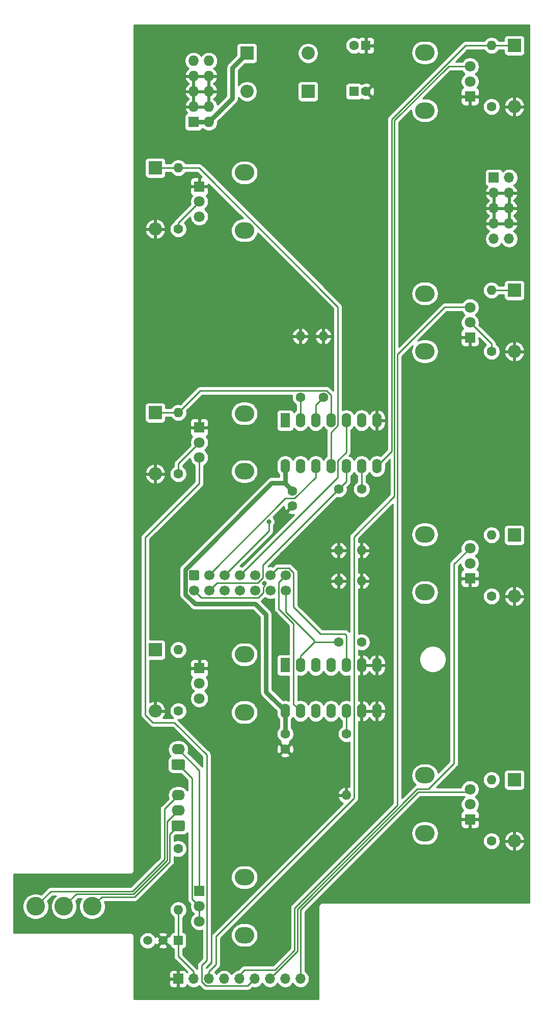
<source format=gbr>
%TF.GenerationSoftware,KiCad,Pcbnew,5.1.10-88a1d61d58~90~ubuntu20.04.1*%
%TF.CreationDate,2021-09-21T22:42:19-04:00*%
%TF.ProjectId,waveshaper,77617665-7368-4617-9065-722e6b696361,rev?*%
%TF.SameCoordinates,Original*%
%TF.FileFunction,Copper,L2,Bot*%
%TF.FilePolarity,Positive*%
%FSLAX46Y46*%
G04 Gerber Fmt 4.6, Leading zero omitted, Abs format (unit mm)*
G04 Created by KiCad (PCBNEW 5.1.10-88a1d61d58~90~ubuntu20.04.1) date 2021-09-21 22:42:19*
%MOMM*%
%LPD*%
G01*
G04 APERTURE LIST*
%TA.AperFunction,ComponentPad*%
%ADD10O,3.240000X2.720000*%
%TD*%
%TA.AperFunction,ComponentPad*%
%ADD11C,1.800000*%
%TD*%
%TA.AperFunction,ComponentPad*%
%ADD12R,1.800000X1.800000*%
%TD*%
%TA.AperFunction,ComponentPad*%
%ADD13C,1.600000*%
%TD*%
%TA.AperFunction,ComponentPad*%
%ADD14O,1.600000X1.600000*%
%TD*%
%TA.AperFunction,ComponentPad*%
%ADD15O,2.200000X2.200000*%
%TD*%
%TA.AperFunction,ComponentPad*%
%ADD16R,2.200000X2.200000*%
%TD*%
%TA.AperFunction,ComponentPad*%
%ADD17C,1.500000*%
%TD*%
%TA.AperFunction,ComponentPad*%
%ADD18R,1.500000X1.500000*%
%TD*%
%TA.AperFunction,ComponentPad*%
%ADD19C,3.100000*%
%TD*%
%TA.AperFunction,ComponentPad*%
%ADD20O,2.200000X1.740000*%
%TD*%
%TA.AperFunction,ComponentPad*%
%ADD21O,1.700000X1.700000*%
%TD*%
%TA.AperFunction,ComponentPad*%
%ADD22R,1.700000X1.700000*%
%TD*%
%TA.AperFunction,ComponentPad*%
%ADD23O,1.727200X1.727200*%
%TD*%
%TA.AperFunction,ComponentPad*%
%ADD24R,1.727200X1.727200*%
%TD*%
%TA.AperFunction,ComponentPad*%
%ADD25O,1.600000X2.400000*%
%TD*%
%TA.AperFunction,ComponentPad*%
%ADD26R,1.600000X2.400000*%
%TD*%
%TA.AperFunction,ComponentPad*%
%ADD27R,1.600000X1.600000*%
%TD*%
%TA.AperFunction,ComponentPad*%
%ADD28C,1.700000*%
%TD*%
%TA.AperFunction,ViaPad*%
%ADD29C,0.800000*%
%TD*%
%TA.AperFunction,Conductor*%
%ADD30C,0.750000*%
%TD*%
%TA.AperFunction,Conductor*%
%ADD31C,0.250000*%
%TD*%
%TA.AperFunction,Conductor*%
%ADD32C,0.254000*%
%TD*%
%TA.AperFunction,Conductor*%
%ADD33C,0.100000*%
%TD*%
G04 APERTURE END LIST*
D10*
%TO.P,RV8,*%
%TO.N,*%
X161000000Y-153840000D03*
X161000000Y-144240000D03*
D11*
%TO.P,RV8,3*%
%TO.N,Net-(J9-Pad9)*%
X168500000Y-146540000D03*
%TO.P,RV8,2*%
%TO.N,Net-(R15-Pad1)*%
X168500000Y-149040000D03*
D12*
%TO.P,RV8,1*%
%TO.N,GND*%
X168500000Y-151540000D03*
%TD*%
D10*
%TO.P,RV7,*%
%TO.N,*%
X131000000Y-124160000D03*
X131000000Y-133760000D03*
D11*
%TO.P,RV7,3*%
%TO.N,Net-(J9-Pad8)*%
X123500000Y-131460000D03*
%TO.P,RV7,2*%
%TO.N,Net-(R14-Pad1)*%
X123500000Y-128960000D03*
D12*
%TO.P,RV7,1*%
%TO.N,GND*%
X123500000Y-126460000D03*
%TD*%
D10*
%TO.P,RV6,*%
%TO.N,*%
X161000000Y-113840000D03*
X161000000Y-104240000D03*
D11*
%TO.P,RV6,3*%
%TO.N,Net-(J9-Pad7)*%
X168500000Y-106540000D03*
%TO.P,RV6,2*%
%TO.N,Net-(R13-Pad1)*%
X168500000Y-109040000D03*
D12*
%TO.P,RV6,1*%
%TO.N,GND*%
X168500000Y-111540000D03*
%TD*%
D10*
%TO.P,RV5,*%
%TO.N,*%
X131000000Y-84160000D03*
X131000000Y-93760000D03*
D11*
%TO.P,RV5,3*%
%TO.N,Net-(J9-Pad6)*%
X123500000Y-91460000D03*
%TO.P,RV5,2*%
%TO.N,Net-(R12-Pad1)*%
X123500000Y-88960000D03*
D12*
%TO.P,RV5,1*%
%TO.N,GND*%
X123500000Y-86460000D03*
%TD*%
D10*
%TO.P,RV4,*%
%TO.N,*%
X161000000Y-73840000D03*
X161000000Y-64240000D03*
D11*
%TO.P,RV4,3*%
%TO.N,Net-(J9-Pad5)*%
X168500000Y-66540000D03*
%TO.P,RV4,2*%
%TO.N,Net-(R11-Pad1)*%
X168500000Y-69040000D03*
D12*
%TO.P,RV4,1*%
%TO.N,GND*%
X168500000Y-71540000D03*
%TD*%
D10*
%TO.P,RV3,*%
%TO.N,*%
X131000000Y-161160000D03*
X131000000Y-170760000D03*
D11*
%TO.P,RV3,3*%
%TO.N,/Panel and power/LEVEL_WIPER*%
X123500000Y-168460000D03*
%TO.P,RV3,2*%
X123500000Y-165960000D03*
D12*
%TO.P,RV3,1*%
%TO.N,/Panel and power/LEVEL_CCW*%
X123500000Y-163460000D03*
%TD*%
D10*
%TO.P,RV2,*%
%TO.N,*%
X131000000Y-44160000D03*
X131000000Y-53760000D03*
D11*
%TO.P,RV2,3*%
%TO.N,Net-(J9-Pad4)*%
X123500000Y-51460000D03*
%TO.P,RV2,2*%
%TO.N,Net-(R10-Pad1)*%
X123500000Y-48960000D03*
D12*
%TO.P,RV2,1*%
%TO.N,GND*%
X123500000Y-46460000D03*
%TD*%
D10*
%TO.P,RV1,*%
%TO.N,*%
X161000000Y-33840000D03*
X161000000Y-24240000D03*
D11*
%TO.P,RV1,3*%
%TO.N,Net-(J9-Pad3)*%
X168500000Y-26540000D03*
%TO.P,RV1,2*%
%TO.N,Net-(R9-Pad1)*%
X168500000Y-29040000D03*
D12*
%TO.P,RV1,1*%
%TO.N,GND*%
X168500000Y-31540000D03*
%TD*%
D13*
%TO.P,R15,1*%
%TO.N,Net-(R15-Pad1)*%
X172070000Y-155140000D03*
D14*
%TO.P,R15,2*%
%TO.N,CV_-3*%
X172070000Y-144980000D03*
%TD*%
D13*
%TO.P,R14,1*%
%TO.N,Net-(R14-Pad1)*%
X120000000Y-133550000D03*
D14*
%TO.P,R14,2*%
%TO.N,CV_-2*%
X120000000Y-123390000D03*
%TD*%
D13*
%TO.P,R13,1*%
%TO.N,Net-(R13-Pad1)*%
X172070000Y-114500000D03*
D14*
%TO.P,R13,2*%
%TO.N,CV_-1*%
X172070000Y-104340000D03*
%TD*%
D13*
%TO.P,R12,1*%
%TO.N,Net-(R12-Pad1)*%
X120000000Y-94180000D03*
D14*
%TO.P,R12,2*%
%TO.N,CV_0*%
X120000000Y-84020000D03*
%TD*%
D13*
%TO.P,R11,1*%
%TO.N,Net-(R11-Pad1)*%
X172070000Y-73860000D03*
D14*
%TO.P,R11,2*%
%TO.N,CV_+1*%
X172070000Y-63700000D03*
%TD*%
D13*
%TO.P,R10,1*%
%TO.N,Net-(R10-Pad1)*%
X120000000Y-53540000D03*
D14*
%TO.P,R10,2*%
%TO.N,CV_+2*%
X120000000Y-43380000D03*
%TD*%
D13*
%TO.P,R9,1*%
%TO.N,Net-(R9-Pad1)*%
X172070000Y-33220000D03*
D14*
%TO.P,R9,2*%
%TO.N,CV_+3*%
X172070000Y-23060000D03*
%TD*%
D15*
%TO.P,D9,2*%
%TO.N,GND*%
X175880000Y-155140000D03*
D16*
%TO.P,D9,1*%
%TO.N,CV_-3*%
X175880000Y-144980000D03*
%TD*%
D15*
%TO.P,D8,2*%
%TO.N,GND*%
X116190000Y-133550000D03*
D16*
%TO.P,D8,1*%
%TO.N,CV_-2*%
X116190000Y-123390000D03*
%TD*%
D15*
%TO.P,D7,2*%
%TO.N,GND*%
X175880000Y-114500000D03*
D16*
%TO.P,D7,1*%
%TO.N,CV_-1*%
X175880000Y-104340000D03*
%TD*%
D15*
%TO.P,D6,2*%
%TO.N,GND*%
X116190000Y-94180000D03*
D16*
%TO.P,D6,1*%
%TO.N,CV_0*%
X116190000Y-84020000D03*
%TD*%
D15*
%TO.P,D5,2*%
%TO.N,GND*%
X175880000Y-73860000D03*
D16*
%TO.P,D5,1*%
%TO.N,CV_+1*%
X175880000Y-63700000D03*
%TD*%
D15*
%TO.P,D4,2*%
%TO.N,GND*%
X116190000Y-53540000D03*
D16*
%TO.P,D4,1*%
%TO.N,CV_+2*%
X116190000Y-43380000D03*
%TD*%
D15*
%TO.P,D3,2*%
%TO.N,GND*%
X175880000Y-33220000D03*
D16*
%TO.P,D3,1*%
%TO.N,CV_+3*%
X175880000Y-23060000D03*
%TD*%
D17*
%TO.P,U5,2*%
%TO.N,GND*%
X117460000Y-171650000D03*
%TO.P,U5,3*%
%TO.N,N/C*%
X114920000Y-171650000D03*
D18*
%TO.P,U5,1*%
%TO.N,+10V*%
X120000000Y-171650000D03*
%TD*%
D13*
%TO.P,R8,1*%
%TO.N,+12V*%
X120000000Y-156410000D03*
D14*
%TO.P,R8,2*%
%TO.N,+10V*%
X120000000Y-166570000D03*
%TD*%
D15*
%TO.P,D2,2*%
%TO.N,-12V*%
X141590000Y-24330000D03*
D16*
%TO.P,D2,1*%
%TO.N,/Panel and power/-12V_IN*%
X131430000Y-24330000D03*
%TD*%
D15*
%TO.P,D1,2*%
%TO.N,/Panel and power/+12V_IN*%
X131430000Y-30680000D03*
D16*
%TO.P,D1,1*%
%TO.N,+12V*%
X141590000Y-30680000D03*
%TD*%
D13*
%TO.P,R1,1*%
%TO.N,MIXIN_+3*%
X150480000Y-96720000D03*
D14*
%TO.P,R1,2*%
%TO.N,GND*%
X150480000Y-106880000D03*
%TD*%
D13*
%TO.P,R2,1*%
%TO.N,MIXIN_+1*%
X140320000Y-81480000D03*
D14*
%TO.P,R2,2*%
%TO.N,GND*%
X140320000Y-71320000D03*
%TD*%
D13*
%TO.P,R5,1*%
%TO.N,MIXIN_+2*%
X146670000Y-96720000D03*
D14*
%TO.P,R5,2*%
%TO.N,GND*%
X146670000Y-106880000D03*
%TD*%
D13*
%TO.P,R4,1*%
%TO.N,MIXIN_-3*%
X147940000Y-137360000D03*
D14*
%TO.P,R4,2*%
%TO.N,GND*%
X147940000Y-147520000D03*
%TD*%
D13*
%TO.P,R3,1*%
%TO.N,MIXIN_-1*%
X150480000Y-122120000D03*
D14*
%TO.P,R3,2*%
%TO.N,GND*%
X150480000Y-111960000D03*
%TD*%
D13*
%TO.P,R6,1*%
%TO.N,MIXIN_0*%
X144130000Y-81480000D03*
D14*
%TO.P,R6,2*%
%TO.N,GND*%
X144130000Y-71320000D03*
%TD*%
D13*
%TO.P,R7,1*%
%TO.N,MIXIN_-2*%
X146670000Y-122120000D03*
D14*
%TO.P,R7,2*%
%TO.N,GND*%
X146670000Y-111960000D03*
%TD*%
D19*
%TO.P,SW1,1*%
%TO.N,/Panel and power/SL_MED*%
X105700000Y-166000000D03*
%TO.P,SW1,3*%
%TO.N,/Panel and power/SL_HIGH*%
X96300000Y-166000000D03*
%TO.P,SW1,2*%
%TO.N,/Panel and power/SLEW*%
X101000000Y-166000000D03*
%TD*%
D20*
%TO.P,J11,2*%
%TO.N,/Panel and power/LEVEL_CCW*%
X120000000Y-139900000D03*
%TO.P,J11,1*%
%TO.N,/Panel and power/LEVEL_WIPER*%
%TA.AperFunction,ComponentPad*%
G36*
G01*
X120850001Y-143310000D02*
X119149999Y-143310000D01*
G75*
G02*
X118900000Y-143060001I0J249999D01*
G01*
X118900000Y-141819999D01*
G75*
G02*
X119149999Y-141570000I249999J0D01*
G01*
X120850001Y-141570000D01*
G75*
G02*
X121100000Y-141819999I0J-249999D01*
G01*
X121100000Y-143060001D01*
G75*
G02*
X120850001Y-143310000I-249999J0D01*
G01*
G37*
%TD.AperFunction*%
%TD*%
%TO.P,J13,3*%
%TO.N,/Panel and power/SL_HIGH*%
X120000000Y-147520000D03*
%TO.P,J13,2*%
%TO.N,/Panel and power/SLEW*%
X120000000Y-150060000D03*
%TO.P,J13,1*%
%TO.N,/Panel and power/SL_MED*%
%TA.AperFunction,ComponentPad*%
G36*
G01*
X120850001Y-153470000D02*
X119149999Y-153470000D01*
G75*
G02*
X118900000Y-153220001I0J249999D01*
G01*
X118900000Y-151979999D01*
G75*
G02*
X119149999Y-151730000I249999J0D01*
G01*
X120850001Y-151730000D01*
G75*
G02*
X121100000Y-151979999I0J-249999D01*
G01*
X121100000Y-153220001D01*
G75*
G02*
X120850001Y-153470000I-249999J0D01*
G01*
G37*
%TD.AperFunction*%
%TD*%
D21*
%TO.P,J9,9*%
%TO.N,Net-(J9-Pad9)*%
X140320000Y-178000000D03*
%TO.P,J9,8*%
%TO.N,Net-(J9-Pad8)*%
X137780000Y-178000000D03*
%TO.P,J9,7*%
%TO.N,Net-(J9-Pad7)*%
X135240000Y-178000000D03*
%TO.P,J9,6*%
%TO.N,Net-(J9-Pad6)*%
X132700000Y-178000000D03*
%TO.P,J9,5*%
%TO.N,Net-(J9-Pad5)*%
X130160000Y-178000000D03*
%TO.P,J9,4*%
%TO.N,Net-(J9-Pad4)*%
X127620000Y-178000000D03*
%TO.P,J9,3*%
%TO.N,Net-(J9-Pad3)*%
X125080000Y-178000000D03*
%TO.P,J9,2*%
%TO.N,+10V*%
X122540000Y-178000000D03*
D22*
%TO.P,J9,1*%
%TO.N,GND*%
X120000000Y-178000000D03*
%TD*%
D23*
%TO.P,J6,10*%
%TO.N,/Panel and power/+12V_IN*%
X125080000Y-25600000D03*
%TO.P,J6,9*%
X122540000Y-25600000D03*
%TO.P,J6,8*%
%TO.N,GND*%
X125080000Y-28140000D03*
%TO.P,J6,7*%
X122540000Y-28140000D03*
%TO.P,J6,6*%
X125080000Y-30680000D03*
%TO.P,J6,5*%
X122540000Y-30680000D03*
%TO.P,J6,4*%
X125080000Y-33220000D03*
%TO.P,J6,3*%
X122540000Y-33220000D03*
%TO.P,J6,2*%
%TO.N,/Panel and power/-12V_IN*%
X125080000Y-35760000D03*
D24*
%TO.P,J6,1*%
X122540000Y-35760000D03*
%TD*%
D25*
%TO.P,U2,14*%
%TO.N,+12V*%
X137780000Y-133550000D03*
%TO.P,U2,7*%
%TO.N,GND*%
X153020000Y-125930000D03*
%TO.P,U2,13*%
%TO.N,/RIPOUT_-2*%
X140320000Y-133550000D03*
%TO.P,U2,6*%
%TO.N,GND*%
X150480000Y-125930000D03*
%TO.P,U2,12*%
%TO.N,/RIPOUT_-3*%
X142860000Y-133550000D03*
%TO.P,U2,5*%
%TO.N,/RIPOUT_-1*%
X147940000Y-125930000D03*
%TO.P,U2,11*%
%TO.N,CV_-3*%
X145400000Y-133550000D03*
%TO.P,U2,4*%
%TO.N,CV_-1*%
X145400000Y-125930000D03*
%TO.P,U2,10*%
%TO.N,MIXIN_-3*%
X147940000Y-133550000D03*
%TO.P,U2,3*%
%TO.N,MIXIN_-1*%
X142860000Y-125930000D03*
%TO.P,U2,9*%
%TO.N,GND*%
X150480000Y-133550000D03*
%TO.P,U2,2*%
%TO.N,MIXIN_-2*%
X140320000Y-125930000D03*
%TO.P,U2,8*%
%TO.N,GND*%
X153020000Y-133550000D03*
D26*
%TO.P,U2,1*%
%TO.N,CV_-2*%
X137780000Y-125930000D03*
%TD*%
D13*
%TO.P,C4,2*%
%TO.N,-12V*%
X149210000Y-23060000D03*
D27*
%TO.P,C4,1*%
%TO.N,GND*%
X151210000Y-23060000D03*
%TD*%
D28*
%TO.P,J1,14*%
%TO.N,MIXIN_-2*%
X137870000Y-113540000D03*
%TO.P,J1,12*%
%TO.N,MIXIN_-1*%
X135330000Y-113540000D03*
%TO.P,J1,10*%
%TO.N,MIXIN_-3*%
X132790000Y-113540000D03*
%TO.P,J1,8*%
%TO.N,MIXIN_0*%
X130250000Y-113540000D03*
%TO.P,J1,6*%
%TO.N,MIXIN_+1*%
X127710000Y-113540000D03*
%TO.P,J1,4*%
%TO.N,MIXIN_+2*%
X125170000Y-113540000D03*
%TO.P,J1,2*%
%TO.N,MIXIN_+3*%
X122630000Y-113540000D03*
%TO.P,J1,13*%
%TO.N,/RIPOUT_-2*%
X137870000Y-111000000D03*
%TO.P,J1,11*%
%TO.N,/RIPOUT_-1*%
X135330000Y-111000000D03*
%TO.P,J1,9*%
%TO.N,/RIPOUT_-3*%
X132790000Y-111000000D03*
%TO.P,J1,7*%
%TO.N,/RIPOUT_0*%
X130250000Y-111000000D03*
%TO.P,J1,5*%
%TO.N,/RIPOUT_+1*%
X127710000Y-111000000D03*
%TO.P,J1,3*%
%TO.N,/RIPOUT_+2*%
X125170000Y-111000000D03*
%TO.P,J1,1*%
%TO.N,/RIPOUT_+3*%
%TA.AperFunction,ComponentPad*%
G36*
G01*
X122030000Y-110150000D02*
X123230000Y-110150000D01*
G75*
G02*
X123480000Y-110400000I0J-250000D01*
G01*
X123480000Y-111600000D01*
G75*
G02*
X123230000Y-111850000I-250000J0D01*
G01*
X122030000Y-111850000D01*
G75*
G02*
X121780000Y-111600000I0J250000D01*
G01*
X121780000Y-110400000D01*
G75*
G02*
X122030000Y-110150000I250000J0D01*
G01*
G37*
%TD.AperFunction*%
%TD*%
D21*
%TO.P,J14,10*%
%TO.N,+12V*%
X175000000Y-55160000D03*
%TO.P,J14,9*%
X172460000Y-55160000D03*
%TO.P,J14,8*%
%TO.N,GND*%
X175000000Y-52620000D03*
%TO.P,J14,7*%
X172460000Y-52620000D03*
%TO.P,J14,6*%
X175000000Y-50080000D03*
%TO.P,J14,5*%
X172460000Y-50080000D03*
%TO.P,J14,4*%
X175000000Y-47540000D03*
%TO.P,J14,3*%
X172460000Y-47540000D03*
%TO.P,J14,2*%
%TO.N,-12V*%
X175000000Y-45000000D03*
D22*
%TO.P,J14,1*%
X172460000Y-45000000D03*
%TD*%
D13*
%TO.P,C3,2*%
%TO.N,GND*%
X151210000Y-30680000D03*
D27*
%TO.P,C3,1*%
%TO.N,+12V*%
X149210000Y-30680000D03*
%TD*%
D25*
%TO.P,U1,14*%
%TO.N,+12V*%
X137780000Y-92910000D03*
%TO.P,U1,7*%
%TO.N,GND*%
X153020000Y-85290000D03*
%TO.P,U1,13*%
%TO.N,/RIPOUT_+1*%
X140320000Y-92910000D03*
%TO.P,U1,6*%
%TO.N,/RIPOUT_+3*%
X150480000Y-85290000D03*
%TO.P,U1,12*%
%TO.N,/RIPOUT_+2*%
X142860000Y-92910000D03*
%TO.P,U1,5*%
%TO.N,/RIPOUT_0*%
X147940000Y-85290000D03*
%TO.P,U1,11*%
%TO.N,CV_+2*%
X145400000Y-92910000D03*
%TO.P,U1,4*%
%TO.N,CV_0*%
X145400000Y-85290000D03*
%TO.P,U1,10*%
%TO.N,MIXIN_+2*%
X147940000Y-92910000D03*
%TO.P,U1,3*%
%TO.N,MIXIN_0*%
X142860000Y-85290000D03*
%TO.P,U1,9*%
%TO.N,MIXIN_+3*%
X150480000Y-92910000D03*
%TO.P,U1,2*%
%TO.N,MIXIN_+1*%
X140320000Y-85290000D03*
%TO.P,U1,8*%
%TO.N,CV_+3*%
X153020000Y-92910000D03*
D26*
%TO.P,U1,1*%
%TO.N,CV_+1*%
X137780000Y-85290000D03*
%TD*%
D13*
%TO.P,C6,2*%
%TO.N,GND*%
X137780000Y-139860000D03*
%TO.P,C6,1*%
%TO.N,+12V*%
X137780000Y-137360000D03*
%TD*%
%TO.P,C5,2*%
%TO.N,GND*%
X139000000Y-99500000D03*
%TO.P,C5,1*%
%TO.N,+12V*%
X139000000Y-97000000D03*
%TD*%
D29*
%TO.N,GND*%
X147432000Y-129740000D03*
X137272000Y-122755000D03*
%TO.N,/RIPOUT_+1*%
X135053000Y-102120900D03*
%TO.N,MIXIN_+3*%
X134286784Y-112331900D03*
%TD*%
D30*
%TO.N,+12V*%
X138301200Y-96301200D02*
X137780000Y-95780000D01*
X137780000Y-95780000D02*
X137780000Y-92910000D01*
X139000000Y-97000000D02*
X138301200Y-96301200D01*
X137780000Y-137360000D02*
X137780000Y-133550000D01*
X134605000Y-117548000D02*
X134605000Y-130375000D01*
X132827000Y-115770000D02*
X134605000Y-117548000D01*
X122772000Y-115770000D02*
X132827000Y-115770000D01*
X121196900Y-114194900D02*
X122772000Y-115770000D01*
X134605000Y-130375000D02*
X137780000Y-133550000D01*
X121196900Y-110057800D02*
X121196900Y-114194900D01*
X135550700Y-95704000D02*
X121196900Y-110057800D01*
X137780000Y-95704000D02*
X135550700Y-95704000D01*
D31*
%TO.N,CV_+3*%
X172070000Y-23060000D02*
X175880000Y-23060000D01*
X153020000Y-92910000D02*
X155490989Y-90439011D01*
X155490989Y-35319600D02*
X167750589Y-23060000D01*
X155490989Y-90439011D02*
X155490989Y-35319600D01*
X167750589Y-23060000D02*
X172070000Y-23060000D01*
%TO.N,CV_+2*%
X120000000Y-43380000D02*
X116190000Y-43380000D01*
X123458602Y-43380000D02*
X120000000Y-43380000D01*
X146525010Y-66446408D02*
X123458602Y-43380000D01*
X146525010Y-86155994D02*
X146525010Y-66446408D01*
X145400000Y-87281004D02*
X146525010Y-86155994D01*
X145400000Y-92910000D02*
X145400000Y-87281004D01*
%TO.N,CV_+1*%
X175880000Y-63700000D02*
X172070000Y-63700000D01*
%TO.N,CV_0*%
X120000000Y-84020000D02*
X116190000Y-84020000D01*
X123665001Y-80354999D02*
X120000000Y-84020000D01*
X144670001Y-80354999D02*
X123665001Y-80354999D01*
X145400000Y-81084998D02*
X144670001Y-80354999D01*
X145400000Y-85290000D02*
X145400000Y-81084998D01*
%TO.N,+10V*%
X120000000Y-166570000D02*
X120000000Y-171650000D01*
X122540000Y-178000000D02*
X122540000Y-176825000D01*
X122540000Y-176825000D02*
X120000000Y-174285000D01*
X120000000Y-174285000D02*
X120000000Y-171650000D01*
%TO.N,/RIPOUT_-2*%
X139177000Y-132407000D02*
X140320000Y-133550000D01*
X139177000Y-119072000D02*
X139177000Y-132407000D01*
X136679000Y-116574000D02*
X139177000Y-119072000D01*
X136679000Y-112191000D02*
X136679000Y-116574000D01*
X137870000Y-111000000D02*
X136679000Y-112191000D01*
%TO.N,/RIPOUT_-1*%
X138369400Y-109786400D02*
X136543600Y-109786400D01*
X136543600Y-109786400D02*
X135330000Y-111000000D01*
X138353000Y-109770000D02*
X138369400Y-109786400D01*
X147686000Y-120723000D02*
X147940000Y-120977000D01*
X143622000Y-120723000D02*
X147686000Y-120723000D01*
X147940000Y-120977000D02*
X147940000Y-125930000D01*
X139177000Y-116278000D02*
X143622000Y-120723000D01*
X139177000Y-110594000D02*
X139177000Y-116278000D01*
X138369400Y-109786400D02*
X139177000Y-110594000D01*
%TO.N,/RIPOUT_0*%
X130250000Y-111000000D02*
X146525400Y-94724600D01*
X146525400Y-94724600D02*
X146525400Y-91979600D01*
X146525400Y-91979600D02*
X147940000Y-90565000D01*
X147940000Y-90565000D02*
X147940000Y-85290000D01*
%TO.N,/RIPOUT_+1*%
X127710000Y-111000000D02*
X135053000Y-103657000D01*
X135053000Y-103657000D02*
X135053000Y-102120900D01*
%TO.N,/RIPOUT_+2*%
X139350000Y-98250000D02*
X137816500Y-98250000D01*
X137816500Y-98250000D02*
X125170000Y-110896500D01*
X125170000Y-110896500D02*
X125170000Y-111000000D01*
X142860000Y-92910000D02*
X142860000Y-94740200D01*
X142860000Y-94740200D02*
X139350000Y-98250000D01*
%TO.N,MIXIN_-2*%
X140320000Y-125930000D02*
X140320000Y-124405000D01*
X140320000Y-124405000D02*
X142605000Y-122120000D01*
X146670000Y-122120000D02*
X142605000Y-122120000D01*
X142605000Y-121863590D02*
X142605000Y-122120000D01*
X137870000Y-113540000D02*
X137870000Y-117128590D01*
X137870000Y-117128590D02*
X142605000Y-121863590D01*
%TO.N,MIXIN_-3*%
X147940000Y-133550000D02*
X147940000Y-137360000D01*
%TO.N,MIXIN_0*%
X144130000Y-81480000D02*
X142860000Y-82750000D01*
X142860000Y-82750000D02*
X142860000Y-85290000D01*
%TO.N,MIXIN_+1*%
X140320000Y-81480000D02*
X140320000Y-85290000D01*
%TO.N,MIXIN_+2*%
X146670000Y-96720000D02*
X147940000Y-95450000D01*
X147940000Y-95450000D02*
X147940000Y-92910000D01*
X126440000Y-112270000D02*
X133221000Y-112270000D01*
X133221000Y-112270000D02*
X134060000Y-111431000D01*
X134060000Y-111431000D02*
X134060000Y-109330000D01*
X125170000Y-113540000D02*
X126440000Y-112270000D01*
X134060000Y-109330000D02*
X146670000Y-96720000D01*
%TO.N,MIXIN_+3*%
X150480000Y-92910000D02*
X150480000Y-96720000D01*
X134286784Y-112844214D02*
X134286784Y-112331900D01*
X134154999Y-112975999D02*
X134286784Y-112844214D01*
X134154999Y-113877701D02*
X134154999Y-112975999D01*
X133299200Y-114733500D02*
X134154999Y-113877701D01*
X123823500Y-114733500D02*
X133299200Y-114733500D01*
X122630000Y-113540000D02*
X123823500Y-114733500D01*
%TO.N,/Panel and power/SL_HIGH*%
X98810022Y-163489978D02*
X96300000Y-166000000D01*
X112412022Y-163489978D02*
X98810022Y-163489978D01*
X120000000Y-147520000D02*
X117714000Y-149806000D01*
X117714000Y-158188000D02*
X112412022Y-163489978D01*
X117714000Y-149806000D02*
X117714000Y-158188000D01*
%TO.N,/Panel and power/SLEW*%
X120000000Y-150060000D02*
X118164011Y-151895989D01*
X103060011Y-163939989D02*
X101000000Y-166000000D01*
X118164011Y-151895989D02*
X118164011Y-158374400D01*
X112598422Y-163939989D02*
X103060011Y-163939989D01*
X118164011Y-158374400D02*
X112598422Y-163939989D01*
%TO.N,/Panel and power/SL_MED*%
X112763822Y-164411000D02*
X107289000Y-164411000D01*
X118614022Y-158560800D02*
X112763822Y-164411000D01*
X118614022Y-153985978D02*
X118614022Y-158560800D01*
X107289000Y-164411000D02*
X105700000Y-166000000D01*
X120000000Y-152600000D02*
X118614022Y-153985978D01*
%TO.N,/Panel and power/LEVEL_CCW*%
X123500000Y-162275000D02*
X123500000Y-163500000D01*
X123500000Y-143400000D02*
X123500000Y-162275000D01*
X120000000Y-139900000D02*
X123500000Y-143400000D01*
%TO.N,/Panel and power/LEVEL_WIPER*%
X123500000Y-166000000D02*
X123500000Y-168500000D01*
X120000000Y-142440000D02*
X122275000Y-144715000D01*
X122275000Y-144715000D02*
X122275000Y-164775000D01*
X122275000Y-164775000D02*
X123500000Y-166000000D01*
%TO.N,Net-(J9-Pad9)*%
X140320000Y-178000000D02*
X140320000Y-166570000D01*
X140320000Y-166570000D02*
X159878000Y-147012000D01*
X159878000Y-147012000D02*
X167988000Y-147012000D01*
X167988000Y-147012000D02*
X168500000Y-146500000D01*
%TO.N,Net-(J9-Pad7)*%
X159749589Y-146504000D02*
X161574602Y-146504000D01*
X135240000Y-178000000D02*
X139812000Y-173428000D01*
X165847000Y-109153000D02*
X168500000Y-106500000D01*
X139812000Y-166441589D02*
X159749589Y-146504000D01*
X139812000Y-173428000D02*
X139812000Y-166441589D01*
X165847000Y-142231602D02*
X165847000Y-109153000D01*
X161574602Y-146504000D02*
X165847000Y-142231602D01*
%TO.N,Net-(J9-Pad6)*%
X131525000Y-179175000D02*
X132700000Y-178000000D01*
X124565000Y-179175000D02*
X131525000Y-179175000D01*
X124729000Y-174945000D02*
X123904000Y-175769000D01*
X119365000Y-135455000D02*
X124729000Y-140819000D01*
X115809000Y-135455000D02*
X119365000Y-135455000D01*
X123904000Y-178514000D02*
X124565000Y-179175000D01*
X114539000Y-134185000D02*
X115809000Y-135455000D01*
X123904000Y-175769000D02*
X123904000Y-178514000D01*
X114539000Y-104721000D02*
X114539000Y-134185000D01*
X124729000Y-140819000D02*
X124729000Y-174945000D01*
X123500000Y-95760000D02*
X114539000Y-104721000D01*
X123500000Y-91500000D02*
X123500000Y-95760000D01*
%TO.N,Net-(J9-Pad5)*%
X164317000Y-66500000D02*
X168500000Y-66500000D01*
X156449000Y-74368000D02*
X164317000Y-66500000D01*
X136064090Y-176539500D02*
X139361991Y-173241599D01*
X156449000Y-149168179D02*
X156449000Y-74368000D01*
X130985500Y-176539500D02*
X136064090Y-176539500D01*
X139361991Y-166255188D02*
X156449000Y-149168179D01*
X139361991Y-173241599D02*
X139361991Y-166255188D01*
X130160000Y-177365000D02*
X130985500Y-176539500D01*
X130160000Y-178000000D02*
X130160000Y-177365000D01*
%TO.N,Net-(J9-Pad3)*%
X125080000Y-176825000D02*
X125080000Y-178000000D01*
X126255000Y-170983000D02*
X126255000Y-175649000D01*
X149210000Y-148028000D02*
X126255000Y-170983000D01*
X126255000Y-175649000D02*
X125080000Y-176825000D01*
X149210000Y-104634000D02*
X149210000Y-148028000D01*
X155941000Y-97903000D02*
X149210000Y-104634000D01*
X155941000Y-35506000D02*
X155941000Y-97903000D01*
X164947000Y-26500000D02*
X155941000Y-35506000D01*
X168500000Y-26500000D02*
X164947000Y-26500000D01*
D30*
%TO.N,/Panel and power/-12V_IN*%
X122540000Y-35760000D02*
X125080000Y-35760000D01*
X129017000Y-26743000D02*
X131430000Y-24330000D01*
X129017000Y-31823000D02*
X129017000Y-26743000D01*
X125080000Y-35760000D02*
X129017000Y-31823000D01*
D31*
%TO.N,Net-(R9-Pad1)*%
X168500000Y-29000000D02*
X168500000Y-29080600D01*
%TO.N,Net-(R10-Pad1)*%
X120000000Y-52500000D02*
X123500000Y-49000000D01*
X120000000Y-53540000D02*
X120000000Y-52500000D01*
%TO.N,Net-(R11-Pad1)*%
X172070000Y-72570000D02*
X168500000Y-69000000D01*
X172070000Y-73860000D02*
X172070000Y-72570000D01*
%TO.N,Net-(R12-Pad1)*%
X120000000Y-92500000D02*
X120000000Y-94180000D01*
X123500000Y-89000000D02*
X120000000Y-92500000D01*
%TD*%
D32*
%TO.N,GND*%
X178340001Y-165340000D02*
X144032419Y-165340000D01*
X144000000Y-165336807D01*
X143967581Y-165340000D01*
X143870617Y-165349550D01*
X143746207Y-165387290D01*
X143631550Y-165448575D01*
X143531052Y-165531052D01*
X143448575Y-165631550D01*
X143387290Y-165746207D01*
X143349550Y-165870617D01*
X143336807Y-166000000D01*
X143340000Y-166032419D01*
X143340001Y-181340000D01*
X112660000Y-181340000D01*
X112660000Y-178850000D01*
X118511928Y-178850000D01*
X118524188Y-178974482D01*
X118560498Y-179094180D01*
X118619463Y-179204494D01*
X118698815Y-179301185D01*
X118795506Y-179380537D01*
X118905820Y-179439502D01*
X119025518Y-179475812D01*
X119150000Y-179488072D01*
X119714250Y-179485000D01*
X119873000Y-179326250D01*
X119873000Y-178127000D01*
X118673750Y-178127000D01*
X118515000Y-178285750D01*
X118511928Y-178850000D01*
X112660000Y-178850000D01*
X112660000Y-177150000D01*
X118511928Y-177150000D01*
X118515000Y-177714250D01*
X118673750Y-177873000D01*
X119873000Y-177873000D01*
X119873000Y-176673750D01*
X119714250Y-176515000D01*
X119150000Y-176511928D01*
X119025518Y-176524188D01*
X118905820Y-176560498D01*
X118795506Y-176619463D01*
X118698815Y-176698815D01*
X118619463Y-176795506D01*
X118560498Y-176905820D01*
X118524188Y-177025518D01*
X118511928Y-177150000D01*
X112660000Y-177150000D01*
X112660000Y-171513589D01*
X113535000Y-171513589D01*
X113535000Y-171786411D01*
X113588225Y-172053989D01*
X113692629Y-172306043D01*
X113844201Y-172532886D01*
X114037114Y-172725799D01*
X114263957Y-172877371D01*
X114516011Y-172981775D01*
X114783589Y-173035000D01*
X115056411Y-173035000D01*
X115323989Y-172981775D01*
X115576043Y-172877371D01*
X115802886Y-172725799D01*
X115921692Y-172606993D01*
X116682612Y-172606993D01*
X116748137Y-172845860D01*
X116995116Y-172961760D01*
X117259960Y-173027250D01*
X117532492Y-173039812D01*
X117802238Y-172998965D01*
X118058832Y-172906277D01*
X118171863Y-172845860D01*
X118237388Y-172606993D01*
X117460000Y-171829605D01*
X116682612Y-172606993D01*
X115921692Y-172606993D01*
X115995799Y-172532886D01*
X116147371Y-172306043D01*
X116188511Y-172206721D01*
X116203723Y-172248832D01*
X116264140Y-172361863D01*
X116503007Y-172427388D01*
X117280395Y-171650000D01*
X116503007Y-170872612D01*
X116264140Y-170938137D01*
X116189836Y-171096477D01*
X116147371Y-170993957D01*
X115995799Y-170767114D01*
X115921692Y-170693007D01*
X116682612Y-170693007D01*
X117460000Y-171470395D01*
X118237388Y-170693007D01*
X118171863Y-170454140D01*
X117924884Y-170338240D01*
X117660040Y-170272750D01*
X117387508Y-170260188D01*
X117117762Y-170301035D01*
X116861168Y-170393723D01*
X116748137Y-170454140D01*
X116682612Y-170693007D01*
X115921692Y-170693007D01*
X115802886Y-170574201D01*
X115576043Y-170422629D01*
X115323989Y-170318225D01*
X115056411Y-170265000D01*
X114783589Y-170265000D01*
X114516011Y-170318225D01*
X114263957Y-170422629D01*
X114037114Y-170574201D01*
X113844201Y-170767114D01*
X113692629Y-170993957D01*
X113588225Y-171246011D01*
X113535000Y-171513589D01*
X112660000Y-171513589D01*
X112660000Y-171032418D01*
X112663193Y-171000000D01*
X112650450Y-170870617D01*
X112612710Y-170746207D01*
X112551425Y-170631550D01*
X112468948Y-170531052D01*
X112368450Y-170448575D01*
X112253793Y-170387290D01*
X112129383Y-170349550D01*
X112032419Y-170340000D01*
X112000000Y-170336807D01*
X111967581Y-170340000D01*
X92660000Y-170340000D01*
X92660000Y-165784796D01*
X94115000Y-165784796D01*
X94115000Y-166215204D01*
X94198969Y-166637341D01*
X94363678Y-167034985D01*
X94602800Y-167392856D01*
X94907144Y-167697200D01*
X95265015Y-167936322D01*
X95662659Y-168101031D01*
X96084796Y-168185000D01*
X96515204Y-168185000D01*
X96937341Y-168101031D01*
X97334985Y-167936322D01*
X97692856Y-167697200D01*
X97997200Y-167392856D01*
X98236322Y-167034985D01*
X98401031Y-166637341D01*
X98485000Y-166215204D01*
X98485000Y-165784796D01*
X98401031Y-165362659D01*
X98287128Y-165087673D01*
X99124824Y-164249978D01*
X99686198Y-164249978D01*
X99607144Y-164302800D01*
X99302800Y-164607144D01*
X99063678Y-164965015D01*
X98898969Y-165362659D01*
X98815000Y-165784796D01*
X98815000Y-166215204D01*
X98898969Y-166637341D01*
X99063678Y-167034985D01*
X99302800Y-167392856D01*
X99607144Y-167697200D01*
X99965015Y-167936322D01*
X100362659Y-168101031D01*
X100784796Y-168185000D01*
X101215204Y-168185000D01*
X101637341Y-168101031D01*
X102034985Y-167936322D01*
X102392856Y-167697200D01*
X102697200Y-167392856D01*
X102936322Y-167034985D01*
X103101031Y-166637341D01*
X103185000Y-166215204D01*
X103185000Y-165784796D01*
X103101031Y-165362659D01*
X102987129Y-165087674D01*
X103374814Y-164699989D01*
X103940763Y-164699989D01*
X103763678Y-164965015D01*
X103598969Y-165362659D01*
X103515000Y-165784796D01*
X103515000Y-166215204D01*
X103598969Y-166637341D01*
X103763678Y-167034985D01*
X104002800Y-167392856D01*
X104307144Y-167697200D01*
X104665015Y-167936322D01*
X105062659Y-168101031D01*
X105484796Y-168185000D01*
X105915204Y-168185000D01*
X106337341Y-168101031D01*
X106734985Y-167936322D01*
X107092856Y-167697200D01*
X107397200Y-167392856D01*
X107636322Y-167034985D01*
X107801031Y-166637341D01*
X107885000Y-166215204D01*
X107885000Y-165784796D01*
X107801031Y-165362659D01*
X107721644Y-165171000D01*
X112726500Y-165171000D01*
X112763822Y-165174676D01*
X112801144Y-165171000D01*
X112801155Y-165171000D01*
X112912808Y-165160003D01*
X113056069Y-165116546D01*
X113188098Y-165045974D01*
X113303823Y-164951001D01*
X113327626Y-164921997D01*
X119125025Y-159124599D01*
X119154023Y-159100801D01*
X119248996Y-158985076D01*
X119319568Y-158853047D01*
X119363025Y-158709786D01*
X119374022Y-158598133D01*
X119374022Y-158598124D01*
X119377698Y-158560801D01*
X119374022Y-158523478D01*
X119374022Y-157703944D01*
X119581426Y-157789853D01*
X119858665Y-157845000D01*
X120141335Y-157845000D01*
X120418574Y-157789853D01*
X120679727Y-157681680D01*
X120914759Y-157524637D01*
X121114637Y-157324759D01*
X121271680Y-157089727D01*
X121379853Y-156828574D01*
X121435000Y-156551335D01*
X121435000Y-156268665D01*
X121379853Y-155991426D01*
X121271680Y-155730273D01*
X121114637Y-155495241D01*
X120914759Y-155295363D01*
X120679727Y-155138320D01*
X120418574Y-155030147D01*
X120141335Y-154975000D01*
X119858665Y-154975000D01*
X119581426Y-155030147D01*
X119374022Y-155116056D01*
X119374022Y-154300779D01*
X119566729Y-154108072D01*
X120850001Y-154108072D01*
X121023255Y-154091008D01*
X121189851Y-154040472D01*
X121343387Y-153958405D01*
X121477962Y-153847962D01*
X121515000Y-153802831D01*
X121515001Y-164737667D01*
X121511324Y-164775000D01*
X121525998Y-164923985D01*
X121569454Y-165067246D01*
X121640026Y-165199276D01*
X121682473Y-165250997D01*
X121735000Y-165315001D01*
X121763998Y-165338799D01*
X122009632Y-165584433D01*
X121965000Y-165808816D01*
X121965000Y-166111184D01*
X122023989Y-166407743D01*
X122139701Y-166687095D01*
X122307688Y-166938505D01*
X122521495Y-167152312D01*
X122607831Y-167210000D01*
X122521495Y-167267688D01*
X122307688Y-167481495D01*
X122139701Y-167732905D01*
X122023989Y-168012257D01*
X121965000Y-168308816D01*
X121965000Y-168611184D01*
X122023989Y-168907743D01*
X122139701Y-169187095D01*
X122307688Y-169438505D01*
X122521495Y-169652312D01*
X122772905Y-169820299D01*
X123052257Y-169936011D01*
X123348816Y-169995000D01*
X123651184Y-169995000D01*
X123947743Y-169936011D01*
X123969001Y-169927206D01*
X123969001Y-174629927D01*
X123393180Y-175205051D01*
X123363999Y-175228999D01*
X123316455Y-175286932D01*
X123269284Y-175344339D01*
X123269174Y-175344545D01*
X123269026Y-175344725D01*
X123233647Y-175410913D01*
X123198632Y-175476326D01*
X123198565Y-175476546D01*
X123198454Y-175476754D01*
X123176597Y-175548808D01*
X123155088Y-175619560D01*
X123155065Y-175619790D01*
X123154997Y-175620015D01*
X123147583Y-175695288D01*
X123140324Y-175768537D01*
X123144000Y-175806095D01*
X123144000Y-176362982D01*
X123119484Y-176333109D01*
X123103799Y-176313996D01*
X123103795Y-176313992D01*
X123080001Y-176284999D01*
X123051008Y-176261205D01*
X120760000Y-173970199D01*
X120760000Y-173037087D01*
X120874482Y-173025812D01*
X120994180Y-172989502D01*
X121104494Y-172930537D01*
X121201185Y-172851185D01*
X121280537Y-172754494D01*
X121339502Y-172644180D01*
X121375812Y-172524482D01*
X121388072Y-172400000D01*
X121388072Y-170900000D01*
X121375812Y-170775518D01*
X121339502Y-170655820D01*
X121280537Y-170545506D01*
X121201185Y-170448815D01*
X121104494Y-170369463D01*
X120994180Y-170310498D01*
X120874482Y-170274188D01*
X120760000Y-170262913D01*
X120760000Y-167788043D01*
X120914759Y-167684637D01*
X121114637Y-167484759D01*
X121271680Y-167249727D01*
X121379853Y-166988574D01*
X121435000Y-166711335D01*
X121435000Y-166428665D01*
X121379853Y-166151426D01*
X121271680Y-165890273D01*
X121114637Y-165655241D01*
X120914759Y-165455363D01*
X120679727Y-165298320D01*
X120418574Y-165190147D01*
X120141335Y-165135000D01*
X119858665Y-165135000D01*
X119581426Y-165190147D01*
X119320273Y-165298320D01*
X119085241Y-165455363D01*
X118885363Y-165655241D01*
X118728320Y-165890273D01*
X118620147Y-166151426D01*
X118565000Y-166428665D01*
X118565000Y-166711335D01*
X118620147Y-166988574D01*
X118728320Y-167249727D01*
X118885363Y-167484759D01*
X119085241Y-167684637D01*
X119240000Y-167788044D01*
X119240001Y-170262913D01*
X119125518Y-170274188D01*
X119005820Y-170310498D01*
X118895506Y-170369463D01*
X118798815Y-170448815D01*
X118719463Y-170545506D01*
X118660498Y-170655820D01*
X118624188Y-170775518D01*
X118611928Y-170900000D01*
X118611928Y-170926086D01*
X118416993Y-170872612D01*
X117639605Y-171650000D01*
X118416993Y-172427388D01*
X118611928Y-172373914D01*
X118611928Y-172400000D01*
X118624188Y-172524482D01*
X118660498Y-172644180D01*
X118719463Y-172754494D01*
X118798815Y-172851185D01*
X118895506Y-172930537D01*
X119005820Y-172989502D01*
X119125518Y-173025812D01*
X119240000Y-173037087D01*
X119240000Y-174247677D01*
X119236324Y-174285000D01*
X119240000Y-174322322D01*
X119240000Y-174322332D01*
X119250997Y-174433985D01*
X119277426Y-174521110D01*
X119294454Y-174577246D01*
X119365026Y-174709276D01*
X119404871Y-174757826D01*
X119459999Y-174825001D01*
X119489003Y-174848804D01*
X121540045Y-176899848D01*
X121461513Y-176978380D01*
X121439502Y-176905820D01*
X121380537Y-176795506D01*
X121301185Y-176698815D01*
X121204494Y-176619463D01*
X121094180Y-176560498D01*
X120974482Y-176524188D01*
X120850000Y-176511928D01*
X120285750Y-176515000D01*
X120127000Y-176673750D01*
X120127000Y-177873000D01*
X120147000Y-177873000D01*
X120147000Y-178127000D01*
X120127000Y-178127000D01*
X120127000Y-179326250D01*
X120285750Y-179485000D01*
X120850000Y-179488072D01*
X120974482Y-179475812D01*
X121094180Y-179439502D01*
X121204494Y-179380537D01*
X121301185Y-179301185D01*
X121380537Y-179204494D01*
X121439502Y-179094180D01*
X121461513Y-179021620D01*
X121593368Y-179153475D01*
X121836589Y-179315990D01*
X122106842Y-179427932D01*
X122393740Y-179485000D01*
X122686260Y-179485000D01*
X122973158Y-179427932D01*
X123243411Y-179315990D01*
X123475867Y-179160668D01*
X124001200Y-179686002D01*
X124024999Y-179715001D01*
X124140724Y-179809974D01*
X124272753Y-179880546D01*
X124416014Y-179924003D01*
X124527667Y-179935000D01*
X124527676Y-179935000D01*
X124564999Y-179938676D01*
X124602322Y-179935000D01*
X131487678Y-179935000D01*
X131525000Y-179938676D01*
X131562322Y-179935000D01*
X131562333Y-179935000D01*
X131673986Y-179924003D01*
X131817247Y-179880546D01*
X131949276Y-179809974D01*
X132065001Y-179715001D01*
X132088804Y-179685997D01*
X132333592Y-179441209D01*
X132553740Y-179485000D01*
X132846260Y-179485000D01*
X133133158Y-179427932D01*
X133403411Y-179315990D01*
X133646632Y-179153475D01*
X133853475Y-178946632D01*
X133970000Y-178772240D01*
X134086525Y-178946632D01*
X134293368Y-179153475D01*
X134536589Y-179315990D01*
X134806842Y-179427932D01*
X135093740Y-179485000D01*
X135386260Y-179485000D01*
X135673158Y-179427932D01*
X135943411Y-179315990D01*
X136186632Y-179153475D01*
X136393475Y-178946632D01*
X136510000Y-178772240D01*
X136626525Y-178946632D01*
X136833368Y-179153475D01*
X137076589Y-179315990D01*
X137346842Y-179427932D01*
X137633740Y-179485000D01*
X137926260Y-179485000D01*
X138213158Y-179427932D01*
X138483411Y-179315990D01*
X138726632Y-179153475D01*
X138933475Y-178946632D01*
X139050000Y-178772240D01*
X139166525Y-178946632D01*
X139373368Y-179153475D01*
X139616589Y-179315990D01*
X139886842Y-179427932D01*
X140173740Y-179485000D01*
X140466260Y-179485000D01*
X140753158Y-179427932D01*
X141023411Y-179315990D01*
X141266632Y-179153475D01*
X141473475Y-178946632D01*
X141635990Y-178703411D01*
X141747932Y-178433158D01*
X141805000Y-178146260D01*
X141805000Y-177853740D01*
X141747932Y-177566842D01*
X141635990Y-177296589D01*
X141473475Y-177053368D01*
X141266632Y-176846525D01*
X141080000Y-176721822D01*
X141080000Y-166884801D01*
X154124801Y-153840000D01*
X158735348Y-153840000D01*
X158773867Y-154231088D01*
X158887943Y-154607147D01*
X159073193Y-154953725D01*
X159322497Y-155257503D01*
X159626275Y-155506807D01*
X159972853Y-155692057D01*
X160348912Y-155806133D01*
X160642002Y-155835000D01*
X161357998Y-155835000D01*
X161651088Y-155806133D01*
X162027147Y-155692057D01*
X162373725Y-155506807D01*
X162677503Y-155257503D01*
X162889925Y-154998665D01*
X170635000Y-154998665D01*
X170635000Y-155281335D01*
X170690147Y-155558574D01*
X170798320Y-155819727D01*
X170955363Y-156054759D01*
X171155241Y-156254637D01*
X171390273Y-156411680D01*
X171651426Y-156519853D01*
X171928665Y-156575000D01*
X172211335Y-156575000D01*
X172488574Y-156519853D01*
X172749727Y-156411680D01*
X172984759Y-156254637D01*
X173184637Y-156054759D01*
X173341680Y-155819727D01*
X173449853Y-155558574D01*
X173454318Y-155536123D01*
X174190821Y-155536123D01*
X174300558Y-155858054D01*
X174470992Y-156152391D01*
X174695573Y-156407822D01*
X174965671Y-156614531D01*
X175270906Y-156764575D01*
X175483878Y-156829175D01*
X175753000Y-156711125D01*
X175753000Y-155267000D01*
X176007000Y-155267000D01*
X176007000Y-156711125D01*
X176276122Y-156829175D01*
X176489094Y-156764575D01*
X176794329Y-156614531D01*
X177064427Y-156407822D01*
X177289008Y-156152391D01*
X177459442Y-155858054D01*
X177569179Y-155536123D01*
X177451600Y-155267000D01*
X176007000Y-155267000D01*
X175753000Y-155267000D01*
X174308400Y-155267000D01*
X174190821Y-155536123D01*
X173454318Y-155536123D01*
X173505000Y-155281335D01*
X173505000Y-154998665D01*
X173454319Y-154743877D01*
X174190821Y-154743877D01*
X174308400Y-155013000D01*
X175753000Y-155013000D01*
X175753000Y-153568875D01*
X176007000Y-153568875D01*
X176007000Y-155013000D01*
X177451600Y-155013000D01*
X177569179Y-154743877D01*
X177459442Y-154421946D01*
X177289008Y-154127609D01*
X177064427Y-153872178D01*
X176794329Y-153665469D01*
X176489094Y-153515425D01*
X176276122Y-153450825D01*
X176007000Y-153568875D01*
X175753000Y-153568875D01*
X175483878Y-153450825D01*
X175270906Y-153515425D01*
X174965671Y-153665469D01*
X174695573Y-153872178D01*
X174470992Y-154127609D01*
X174300558Y-154421946D01*
X174190821Y-154743877D01*
X173454319Y-154743877D01*
X173449853Y-154721426D01*
X173341680Y-154460273D01*
X173184637Y-154225241D01*
X172984759Y-154025363D01*
X172749727Y-153868320D01*
X172488574Y-153760147D01*
X172211335Y-153705000D01*
X171928665Y-153705000D01*
X171651426Y-153760147D01*
X171390273Y-153868320D01*
X171155241Y-154025363D01*
X170955363Y-154225241D01*
X170798320Y-154460273D01*
X170690147Y-154721426D01*
X170635000Y-154998665D01*
X162889925Y-154998665D01*
X162926807Y-154953725D01*
X163112057Y-154607147D01*
X163226133Y-154231088D01*
X163264652Y-153840000D01*
X163226133Y-153448912D01*
X163112057Y-153072853D01*
X162926807Y-152726275D01*
X162691868Y-152440000D01*
X166961928Y-152440000D01*
X166974188Y-152564482D01*
X167010498Y-152684180D01*
X167069463Y-152794494D01*
X167148815Y-152891185D01*
X167245506Y-152970537D01*
X167355820Y-153029502D01*
X167475518Y-153065812D01*
X167600000Y-153078072D01*
X168214250Y-153075000D01*
X168373000Y-152916250D01*
X168373000Y-151667000D01*
X168627000Y-151667000D01*
X168627000Y-152916250D01*
X168785750Y-153075000D01*
X169400000Y-153078072D01*
X169524482Y-153065812D01*
X169644180Y-153029502D01*
X169754494Y-152970537D01*
X169851185Y-152891185D01*
X169930537Y-152794494D01*
X169989502Y-152684180D01*
X170025812Y-152564482D01*
X170038072Y-152440000D01*
X170035000Y-151825750D01*
X169876250Y-151667000D01*
X168627000Y-151667000D01*
X168373000Y-151667000D01*
X167123750Y-151667000D01*
X166965000Y-151825750D01*
X166961928Y-152440000D01*
X162691868Y-152440000D01*
X162677503Y-152422497D01*
X162373725Y-152173193D01*
X162027147Y-151987943D01*
X161651088Y-151873867D01*
X161357998Y-151845000D01*
X160642002Y-151845000D01*
X160348912Y-151873867D01*
X159972853Y-151987943D01*
X159626275Y-152173193D01*
X159322497Y-152422497D01*
X159073193Y-152726275D01*
X158887943Y-153072853D01*
X158773867Y-153448912D01*
X158735348Y-153840000D01*
X154124801Y-153840000D01*
X160192802Y-147772000D01*
X167580892Y-147772000D01*
X167607831Y-147790000D01*
X167521495Y-147847688D01*
X167307688Y-148061495D01*
X167139701Y-148312905D01*
X167023989Y-148592257D01*
X166965000Y-148888816D01*
X166965000Y-149191184D01*
X167023989Y-149487743D01*
X167139701Y-149767095D01*
X167307688Y-150018505D01*
X167345303Y-150056120D01*
X167245506Y-150109463D01*
X167148815Y-150188815D01*
X167069463Y-150285506D01*
X167010498Y-150395820D01*
X166974188Y-150515518D01*
X166961928Y-150640000D01*
X166965000Y-151254250D01*
X167123750Y-151413000D01*
X168373000Y-151413000D01*
X168373000Y-151393000D01*
X168627000Y-151393000D01*
X168627000Y-151413000D01*
X169876250Y-151413000D01*
X170035000Y-151254250D01*
X170038072Y-150640000D01*
X170025812Y-150515518D01*
X169989502Y-150395820D01*
X169930537Y-150285506D01*
X169851185Y-150188815D01*
X169754494Y-150109463D01*
X169654697Y-150056120D01*
X169692312Y-150018505D01*
X169860299Y-149767095D01*
X169976011Y-149487743D01*
X170035000Y-149191184D01*
X170035000Y-148888816D01*
X169976011Y-148592257D01*
X169860299Y-148312905D01*
X169692312Y-148061495D01*
X169478505Y-147847688D01*
X169392169Y-147790000D01*
X169478505Y-147732312D01*
X169692312Y-147518505D01*
X169860299Y-147267095D01*
X169976011Y-146987743D01*
X170035000Y-146691184D01*
X170035000Y-146388816D01*
X169976011Y-146092257D01*
X169860299Y-145812905D01*
X169692312Y-145561495D01*
X169478505Y-145347688D01*
X169227095Y-145179701D01*
X168947743Y-145063989D01*
X168651184Y-145005000D01*
X168348816Y-145005000D01*
X168052257Y-145063989D01*
X167772905Y-145179701D01*
X167521495Y-145347688D01*
X167307688Y-145561495D01*
X167139701Y-145812905D01*
X167023989Y-146092257D01*
X166992214Y-146252000D01*
X162901403Y-146252000D01*
X164314738Y-144838665D01*
X170635000Y-144838665D01*
X170635000Y-145121335D01*
X170690147Y-145398574D01*
X170798320Y-145659727D01*
X170955363Y-145894759D01*
X171155241Y-146094637D01*
X171390273Y-146251680D01*
X171651426Y-146359853D01*
X171928665Y-146415000D01*
X172211335Y-146415000D01*
X172488574Y-146359853D01*
X172749727Y-146251680D01*
X172984759Y-146094637D01*
X173184637Y-145894759D01*
X173341680Y-145659727D01*
X173449853Y-145398574D01*
X173505000Y-145121335D01*
X173505000Y-144838665D01*
X173449853Y-144561426D01*
X173341680Y-144300273D01*
X173184637Y-144065241D01*
X172999396Y-143880000D01*
X174141928Y-143880000D01*
X174141928Y-146080000D01*
X174154188Y-146204482D01*
X174190498Y-146324180D01*
X174249463Y-146434494D01*
X174328815Y-146531185D01*
X174425506Y-146610537D01*
X174535820Y-146669502D01*
X174655518Y-146705812D01*
X174780000Y-146718072D01*
X176980000Y-146718072D01*
X177104482Y-146705812D01*
X177224180Y-146669502D01*
X177334494Y-146610537D01*
X177431185Y-146531185D01*
X177510537Y-146434494D01*
X177569502Y-146324180D01*
X177605812Y-146204482D01*
X177618072Y-146080000D01*
X177618072Y-143880000D01*
X177605812Y-143755518D01*
X177569502Y-143635820D01*
X177510537Y-143525506D01*
X177431185Y-143428815D01*
X177334494Y-143349463D01*
X177224180Y-143290498D01*
X177104482Y-143254188D01*
X176980000Y-143241928D01*
X174780000Y-143241928D01*
X174655518Y-143254188D01*
X174535820Y-143290498D01*
X174425506Y-143349463D01*
X174328815Y-143428815D01*
X174249463Y-143525506D01*
X174190498Y-143635820D01*
X174154188Y-143755518D01*
X174141928Y-143880000D01*
X172999396Y-143880000D01*
X172984759Y-143865363D01*
X172749727Y-143708320D01*
X172488574Y-143600147D01*
X172211335Y-143545000D01*
X171928665Y-143545000D01*
X171651426Y-143600147D01*
X171390273Y-143708320D01*
X171155241Y-143865363D01*
X170955363Y-144065241D01*
X170798320Y-144300273D01*
X170690147Y-144561426D01*
X170635000Y-144838665D01*
X164314738Y-144838665D01*
X166358004Y-142795400D01*
X166387001Y-142771603D01*
X166481974Y-142655878D01*
X166552546Y-142523849D01*
X166596003Y-142380588D01*
X166607000Y-142268935D01*
X166607000Y-142268926D01*
X166610676Y-142231603D01*
X166607000Y-142194280D01*
X166607000Y-114358665D01*
X170635000Y-114358665D01*
X170635000Y-114641335D01*
X170690147Y-114918574D01*
X170798320Y-115179727D01*
X170955363Y-115414759D01*
X171155241Y-115614637D01*
X171390273Y-115771680D01*
X171651426Y-115879853D01*
X171928665Y-115935000D01*
X172211335Y-115935000D01*
X172488574Y-115879853D01*
X172749727Y-115771680D01*
X172984759Y-115614637D01*
X173184637Y-115414759D01*
X173341680Y-115179727D01*
X173449853Y-114918574D01*
X173454318Y-114896123D01*
X174190821Y-114896123D01*
X174300558Y-115218054D01*
X174470992Y-115512391D01*
X174695573Y-115767822D01*
X174965671Y-115974531D01*
X175270906Y-116124575D01*
X175483878Y-116189175D01*
X175753000Y-116071125D01*
X175753000Y-114627000D01*
X176007000Y-114627000D01*
X176007000Y-116071125D01*
X176276122Y-116189175D01*
X176489094Y-116124575D01*
X176794329Y-115974531D01*
X177064427Y-115767822D01*
X177289008Y-115512391D01*
X177459442Y-115218054D01*
X177569179Y-114896123D01*
X177451600Y-114627000D01*
X176007000Y-114627000D01*
X175753000Y-114627000D01*
X174308400Y-114627000D01*
X174190821Y-114896123D01*
X173454318Y-114896123D01*
X173505000Y-114641335D01*
X173505000Y-114358665D01*
X173454319Y-114103877D01*
X174190821Y-114103877D01*
X174308400Y-114373000D01*
X175753000Y-114373000D01*
X175753000Y-112928875D01*
X176007000Y-112928875D01*
X176007000Y-114373000D01*
X177451600Y-114373000D01*
X177569179Y-114103877D01*
X177459442Y-113781946D01*
X177289008Y-113487609D01*
X177064427Y-113232178D01*
X176794329Y-113025469D01*
X176489094Y-112875425D01*
X176276122Y-112810825D01*
X176007000Y-112928875D01*
X175753000Y-112928875D01*
X175483878Y-112810825D01*
X175270906Y-112875425D01*
X174965671Y-113025469D01*
X174695573Y-113232178D01*
X174470992Y-113487609D01*
X174300558Y-113781946D01*
X174190821Y-114103877D01*
X173454319Y-114103877D01*
X173449853Y-114081426D01*
X173341680Y-113820273D01*
X173184637Y-113585241D01*
X172984759Y-113385363D01*
X172749727Y-113228320D01*
X172488574Y-113120147D01*
X172211335Y-113065000D01*
X171928665Y-113065000D01*
X171651426Y-113120147D01*
X171390273Y-113228320D01*
X171155241Y-113385363D01*
X170955363Y-113585241D01*
X170798320Y-113820273D01*
X170690147Y-114081426D01*
X170635000Y-114358665D01*
X166607000Y-114358665D01*
X166607000Y-112440000D01*
X166961928Y-112440000D01*
X166974188Y-112564482D01*
X167010498Y-112684180D01*
X167069463Y-112794494D01*
X167148815Y-112891185D01*
X167245506Y-112970537D01*
X167355820Y-113029502D01*
X167475518Y-113065812D01*
X167600000Y-113078072D01*
X168214250Y-113075000D01*
X168373000Y-112916250D01*
X168373000Y-111667000D01*
X168627000Y-111667000D01*
X168627000Y-112916250D01*
X168785750Y-113075000D01*
X169400000Y-113078072D01*
X169524482Y-113065812D01*
X169644180Y-113029502D01*
X169754494Y-112970537D01*
X169851185Y-112891185D01*
X169930537Y-112794494D01*
X169989502Y-112684180D01*
X170025812Y-112564482D01*
X170038072Y-112440000D01*
X170035000Y-111825750D01*
X169876250Y-111667000D01*
X168627000Y-111667000D01*
X168373000Y-111667000D01*
X167123750Y-111667000D01*
X166965000Y-111825750D01*
X166961928Y-112440000D01*
X166607000Y-112440000D01*
X166607000Y-109467801D01*
X166965000Y-109109801D01*
X166965000Y-109191184D01*
X167023989Y-109487743D01*
X167139701Y-109767095D01*
X167307688Y-110018505D01*
X167345303Y-110056120D01*
X167245506Y-110109463D01*
X167148815Y-110188815D01*
X167069463Y-110285506D01*
X167010498Y-110395820D01*
X166974188Y-110515518D01*
X166961928Y-110640000D01*
X166965000Y-111254250D01*
X167123750Y-111413000D01*
X168373000Y-111413000D01*
X168373000Y-111393000D01*
X168627000Y-111393000D01*
X168627000Y-111413000D01*
X169876250Y-111413000D01*
X170035000Y-111254250D01*
X170038072Y-110640000D01*
X170025812Y-110515518D01*
X169989502Y-110395820D01*
X169930537Y-110285506D01*
X169851185Y-110188815D01*
X169754494Y-110109463D01*
X169654697Y-110056120D01*
X169692312Y-110018505D01*
X169860299Y-109767095D01*
X169976011Y-109487743D01*
X170035000Y-109191184D01*
X170035000Y-108888816D01*
X169976011Y-108592257D01*
X169860299Y-108312905D01*
X169692312Y-108061495D01*
X169478505Y-107847688D01*
X169392169Y-107790000D01*
X169478505Y-107732312D01*
X169692312Y-107518505D01*
X169860299Y-107267095D01*
X169976011Y-106987743D01*
X170035000Y-106691184D01*
X170035000Y-106388816D01*
X169976011Y-106092257D01*
X169860299Y-105812905D01*
X169692312Y-105561495D01*
X169478505Y-105347688D01*
X169227095Y-105179701D01*
X168947743Y-105063989D01*
X168651184Y-105005000D01*
X168348816Y-105005000D01*
X168052257Y-105063989D01*
X167772905Y-105179701D01*
X167521495Y-105347688D01*
X167307688Y-105561495D01*
X167139701Y-105812905D01*
X167023989Y-106092257D01*
X166965000Y-106388816D01*
X166965000Y-106691184D01*
X167009632Y-106915566D01*
X165335998Y-108589201D01*
X165307000Y-108612999D01*
X165283202Y-108641997D01*
X165283201Y-108641998D01*
X165212026Y-108728724D01*
X165141454Y-108860754D01*
X165132942Y-108888816D01*
X165097998Y-109004014D01*
X165096325Y-109020998D01*
X165083324Y-109153000D01*
X165087001Y-109190333D01*
X165087000Y-141916800D01*
X163209551Y-143794249D01*
X163112057Y-143472853D01*
X162926807Y-143126275D01*
X162677503Y-142822497D01*
X162373725Y-142573193D01*
X162027147Y-142387943D01*
X161651088Y-142273867D01*
X161357998Y-142245000D01*
X160642002Y-142245000D01*
X160348912Y-142273867D01*
X159972853Y-142387943D01*
X159626275Y-142573193D01*
X159322497Y-142822497D01*
X159073193Y-143126275D01*
X158887943Y-143472853D01*
X158773867Y-143848912D01*
X158735348Y-144240000D01*
X158773867Y-144631088D01*
X158887943Y-145007147D01*
X159073193Y-145353725D01*
X159322497Y-145657503D01*
X159484287Y-145790280D01*
X159457342Y-145798454D01*
X159325313Y-145869026D01*
X159209588Y-145963999D01*
X159185790Y-145992997D01*
X157209000Y-147969787D01*
X157209000Y-124731872D01*
X160065000Y-124731872D01*
X160065000Y-125172128D01*
X160150890Y-125603925D01*
X160319369Y-126010669D01*
X160563962Y-126376729D01*
X160875271Y-126688038D01*
X161241331Y-126932631D01*
X161648075Y-127101110D01*
X162079872Y-127187000D01*
X162520128Y-127187000D01*
X162951925Y-127101110D01*
X163358669Y-126932631D01*
X163724729Y-126688038D01*
X164036038Y-126376729D01*
X164280631Y-126010669D01*
X164449110Y-125603925D01*
X164535000Y-125172128D01*
X164535000Y-124731872D01*
X164449110Y-124300075D01*
X164280631Y-123893331D01*
X164036038Y-123527271D01*
X163724729Y-123215962D01*
X163358669Y-122971369D01*
X162951925Y-122802890D01*
X162520128Y-122717000D01*
X162079872Y-122717000D01*
X161648075Y-122802890D01*
X161241331Y-122971369D01*
X160875271Y-123215962D01*
X160563962Y-123527271D01*
X160319369Y-123893331D01*
X160150890Y-124300075D01*
X160065000Y-124731872D01*
X157209000Y-124731872D01*
X157209000Y-113840000D01*
X158735348Y-113840000D01*
X158773867Y-114231088D01*
X158887943Y-114607147D01*
X159073193Y-114953725D01*
X159322497Y-115257503D01*
X159626275Y-115506807D01*
X159972853Y-115692057D01*
X160348912Y-115806133D01*
X160642002Y-115835000D01*
X161357998Y-115835000D01*
X161651088Y-115806133D01*
X162027147Y-115692057D01*
X162373725Y-115506807D01*
X162677503Y-115257503D01*
X162926807Y-114953725D01*
X163112057Y-114607147D01*
X163226133Y-114231088D01*
X163264652Y-113840000D01*
X163226133Y-113448912D01*
X163112057Y-113072853D01*
X162926807Y-112726275D01*
X162677503Y-112422497D01*
X162373725Y-112173193D01*
X162027147Y-111987943D01*
X161651088Y-111873867D01*
X161357998Y-111845000D01*
X160642002Y-111845000D01*
X160348912Y-111873867D01*
X159972853Y-111987943D01*
X159626275Y-112173193D01*
X159322497Y-112422497D01*
X159073193Y-112726275D01*
X158887943Y-113072853D01*
X158773867Y-113448912D01*
X158735348Y-113840000D01*
X157209000Y-113840000D01*
X157209000Y-104240000D01*
X158735348Y-104240000D01*
X158773867Y-104631088D01*
X158887943Y-105007147D01*
X159073193Y-105353725D01*
X159322497Y-105657503D01*
X159626275Y-105906807D01*
X159972853Y-106092057D01*
X160348912Y-106206133D01*
X160642002Y-106235000D01*
X161357998Y-106235000D01*
X161651088Y-106206133D01*
X162027147Y-106092057D01*
X162373725Y-105906807D01*
X162677503Y-105657503D01*
X162926807Y-105353725D01*
X163112057Y-105007147D01*
X163226133Y-104631088D01*
X163264652Y-104240000D01*
X163260581Y-104198665D01*
X170635000Y-104198665D01*
X170635000Y-104481335D01*
X170690147Y-104758574D01*
X170798320Y-105019727D01*
X170955363Y-105254759D01*
X171155241Y-105454637D01*
X171390273Y-105611680D01*
X171651426Y-105719853D01*
X171928665Y-105775000D01*
X172211335Y-105775000D01*
X172488574Y-105719853D01*
X172749727Y-105611680D01*
X172984759Y-105454637D01*
X173184637Y-105254759D01*
X173341680Y-105019727D01*
X173449853Y-104758574D01*
X173505000Y-104481335D01*
X173505000Y-104198665D01*
X173449853Y-103921426D01*
X173341680Y-103660273D01*
X173184637Y-103425241D01*
X172999396Y-103240000D01*
X174141928Y-103240000D01*
X174141928Y-105440000D01*
X174154188Y-105564482D01*
X174190498Y-105684180D01*
X174249463Y-105794494D01*
X174328815Y-105891185D01*
X174425506Y-105970537D01*
X174535820Y-106029502D01*
X174655518Y-106065812D01*
X174780000Y-106078072D01*
X176980000Y-106078072D01*
X177104482Y-106065812D01*
X177224180Y-106029502D01*
X177334494Y-105970537D01*
X177431185Y-105891185D01*
X177510537Y-105794494D01*
X177569502Y-105684180D01*
X177605812Y-105564482D01*
X177618072Y-105440000D01*
X177618072Y-103240000D01*
X177605812Y-103115518D01*
X177569502Y-102995820D01*
X177510537Y-102885506D01*
X177431185Y-102788815D01*
X177334494Y-102709463D01*
X177224180Y-102650498D01*
X177104482Y-102614188D01*
X176980000Y-102601928D01*
X174780000Y-102601928D01*
X174655518Y-102614188D01*
X174535820Y-102650498D01*
X174425506Y-102709463D01*
X174328815Y-102788815D01*
X174249463Y-102885506D01*
X174190498Y-102995820D01*
X174154188Y-103115518D01*
X174141928Y-103240000D01*
X172999396Y-103240000D01*
X172984759Y-103225363D01*
X172749727Y-103068320D01*
X172488574Y-102960147D01*
X172211335Y-102905000D01*
X171928665Y-102905000D01*
X171651426Y-102960147D01*
X171390273Y-103068320D01*
X171155241Y-103225363D01*
X170955363Y-103425241D01*
X170798320Y-103660273D01*
X170690147Y-103921426D01*
X170635000Y-104198665D01*
X163260581Y-104198665D01*
X163226133Y-103848912D01*
X163112057Y-103472853D01*
X162926807Y-103126275D01*
X162677503Y-102822497D01*
X162373725Y-102573193D01*
X162027147Y-102387943D01*
X161651088Y-102273867D01*
X161357998Y-102245000D01*
X160642002Y-102245000D01*
X160348912Y-102273867D01*
X159972853Y-102387943D01*
X159626275Y-102573193D01*
X159322497Y-102822497D01*
X159073193Y-103126275D01*
X158887943Y-103472853D01*
X158773867Y-103848912D01*
X158735348Y-104240000D01*
X157209000Y-104240000D01*
X157209000Y-74682801D01*
X158967168Y-72924633D01*
X158887943Y-73072853D01*
X158773867Y-73448912D01*
X158735348Y-73840000D01*
X158773867Y-74231088D01*
X158887943Y-74607147D01*
X159073193Y-74953725D01*
X159322497Y-75257503D01*
X159626275Y-75506807D01*
X159972853Y-75692057D01*
X160348912Y-75806133D01*
X160642002Y-75835000D01*
X161357998Y-75835000D01*
X161651088Y-75806133D01*
X162027147Y-75692057D01*
X162373725Y-75506807D01*
X162677503Y-75257503D01*
X162926807Y-74953725D01*
X163112057Y-74607147D01*
X163226133Y-74231088D01*
X163264652Y-73840000D01*
X163226133Y-73448912D01*
X163112057Y-73072853D01*
X162926807Y-72726275D01*
X162691868Y-72440000D01*
X166961928Y-72440000D01*
X166974188Y-72564482D01*
X167010498Y-72684180D01*
X167069463Y-72794494D01*
X167148815Y-72891185D01*
X167245506Y-72970537D01*
X167355820Y-73029502D01*
X167475518Y-73065812D01*
X167600000Y-73078072D01*
X168214250Y-73075000D01*
X168373000Y-72916250D01*
X168373000Y-71667000D01*
X167123750Y-71667000D01*
X166965000Y-71825750D01*
X166961928Y-72440000D01*
X162691868Y-72440000D01*
X162677503Y-72422497D01*
X162373725Y-72173193D01*
X162027147Y-71987943D01*
X161651088Y-71873867D01*
X161357998Y-71845000D01*
X160642002Y-71845000D01*
X160348912Y-71873867D01*
X159972853Y-71987943D01*
X159824633Y-72067168D01*
X164631802Y-67260000D01*
X167136762Y-67260000D01*
X167139701Y-67267095D01*
X167307688Y-67518505D01*
X167521495Y-67732312D01*
X167607831Y-67790000D01*
X167521495Y-67847688D01*
X167307688Y-68061495D01*
X167139701Y-68312905D01*
X167023989Y-68592257D01*
X166965000Y-68888816D01*
X166965000Y-69191184D01*
X167023989Y-69487743D01*
X167139701Y-69767095D01*
X167307688Y-70018505D01*
X167345303Y-70056120D01*
X167245506Y-70109463D01*
X167148815Y-70188815D01*
X167069463Y-70285506D01*
X167010498Y-70395820D01*
X166974188Y-70515518D01*
X166961928Y-70640000D01*
X166965000Y-71254250D01*
X167123750Y-71413000D01*
X168373000Y-71413000D01*
X168373000Y-71393000D01*
X168627000Y-71393000D01*
X168627000Y-71413000D01*
X168647000Y-71413000D01*
X168647000Y-71667000D01*
X168627000Y-71667000D01*
X168627000Y-72916250D01*
X168785750Y-73075000D01*
X169400000Y-73078072D01*
X169524482Y-73065812D01*
X169644180Y-73029502D01*
X169754494Y-72970537D01*
X169851185Y-72891185D01*
X169930537Y-72794494D01*
X169989502Y-72684180D01*
X170025812Y-72564482D01*
X170038072Y-72440000D01*
X170035000Y-71825750D01*
X169876252Y-71667002D01*
X170035000Y-71667002D01*
X170035000Y-71609802D01*
X171164424Y-72739227D01*
X171155241Y-72745363D01*
X170955363Y-72945241D01*
X170798320Y-73180273D01*
X170690147Y-73441426D01*
X170635000Y-73718665D01*
X170635000Y-74001335D01*
X170690147Y-74278574D01*
X170798320Y-74539727D01*
X170955363Y-74774759D01*
X171155241Y-74974637D01*
X171390273Y-75131680D01*
X171651426Y-75239853D01*
X171928665Y-75295000D01*
X172211335Y-75295000D01*
X172488574Y-75239853D01*
X172749727Y-75131680D01*
X172984759Y-74974637D01*
X173184637Y-74774759D01*
X173341680Y-74539727D01*
X173449853Y-74278574D01*
X173454318Y-74256123D01*
X174190821Y-74256123D01*
X174300558Y-74578054D01*
X174470992Y-74872391D01*
X174695573Y-75127822D01*
X174965671Y-75334531D01*
X175270906Y-75484575D01*
X175483878Y-75549175D01*
X175753000Y-75431125D01*
X175753000Y-73987000D01*
X176007000Y-73987000D01*
X176007000Y-75431125D01*
X176276122Y-75549175D01*
X176489094Y-75484575D01*
X176794329Y-75334531D01*
X177064427Y-75127822D01*
X177289008Y-74872391D01*
X177459442Y-74578054D01*
X177569179Y-74256123D01*
X177451600Y-73987000D01*
X176007000Y-73987000D01*
X175753000Y-73987000D01*
X174308400Y-73987000D01*
X174190821Y-74256123D01*
X173454318Y-74256123D01*
X173505000Y-74001335D01*
X173505000Y-73718665D01*
X173454319Y-73463877D01*
X174190821Y-73463877D01*
X174308400Y-73733000D01*
X175753000Y-73733000D01*
X175753000Y-72288875D01*
X176007000Y-72288875D01*
X176007000Y-73733000D01*
X177451600Y-73733000D01*
X177569179Y-73463877D01*
X177459442Y-73141946D01*
X177289008Y-72847609D01*
X177064427Y-72592178D01*
X176794329Y-72385469D01*
X176489094Y-72235425D01*
X176276122Y-72170825D01*
X176007000Y-72288875D01*
X175753000Y-72288875D01*
X175483878Y-72170825D01*
X175270906Y-72235425D01*
X174965671Y-72385469D01*
X174695573Y-72592178D01*
X174470992Y-72847609D01*
X174300558Y-73141946D01*
X174190821Y-73463877D01*
X173454319Y-73463877D01*
X173449853Y-73441426D01*
X173341680Y-73180273D01*
X173184637Y-72945241D01*
X172984759Y-72745363D01*
X172830000Y-72641957D01*
X172830000Y-72607322D01*
X172833676Y-72569999D01*
X172830000Y-72532676D01*
X172830000Y-72532667D01*
X172819003Y-72421014D01*
X172775546Y-72277753D01*
X172704974Y-72145724D01*
X172691811Y-72129685D01*
X172633799Y-72058996D01*
X172633795Y-72058992D01*
X172610001Y-72029999D01*
X172581008Y-72006205D01*
X169990368Y-69415566D01*
X170035000Y-69191184D01*
X170035000Y-68888816D01*
X169976011Y-68592257D01*
X169860299Y-68312905D01*
X169692312Y-68061495D01*
X169478505Y-67847688D01*
X169392169Y-67790000D01*
X169478505Y-67732312D01*
X169692312Y-67518505D01*
X169860299Y-67267095D01*
X169976011Y-66987743D01*
X170035000Y-66691184D01*
X170035000Y-66388816D01*
X169976011Y-66092257D01*
X169860299Y-65812905D01*
X169692312Y-65561495D01*
X169478505Y-65347688D01*
X169227095Y-65179701D01*
X168947743Y-65063989D01*
X168651184Y-65005000D01*
X168348816Y-65005000D01*
X168052257Y-65063989D01*
X167772905Y-65179701D01*
X167521495Y-65347688D01*
X167307688Y-65561495D01*
X167188415Y-65740000D01*
X164354322Y-65740000D01*
X164316999Y-65736324D01*
X164279676Y-65740000D01*
X164279667Y-65740000D01*
X164168014Y-65750997D01*
X164024753Y-65794454D01*
X163892724Y-65865026D01*
X163776999Y-65959999D01*
X163753201Y-65988997D01*
X156701000Y-73041199D01*
X156701000Y-64240000D01*
X158735348Y-64240000D01*
X158773867Y-64631088D01*
X158887943Y-65007147D01*
X159073193Y-65353725D01*
X159322497Y-65657503D01*
X159626275Y-65906807D01*
X159972853Y-66092057D01*
X160348912Y-66206133D01*
X160642002Y-66235000D01*
X161357998Y-66235000D01*
X161651088Y-66206133D01*
X162027147Y-66092057D01*
X162373725Y-65906807D01*
X162677503Y-65657503D01*
X162926807Y-65353725D01*
X163112057Y-65007147D01*
X163226133Y-64631088D01*
X163264652Y-64240000D01*
X163226133Y-63848912D01*
X163138088Y-63558665D01*
X170635000Y-63558665D01*
X170635000Y-63841335D01*
X170690147Y-64118574D01*
X170798320Y-64379727D01*
X170955363Y-64614759D01*
X171155241Y-64814637D01*
X171390273Y-64971680D01*
X171651426Y-65079853D01*
X171928665Y-65135000D01*
X172211335Y-65135000D01*
X172488574Y-65079853D01*
X172749727Y-64971680D01*
X172984759Y-64814637D01*
X173184637Y-64614759D01*
X173288043Y-64460000D01*
X174141928Y-64460000D01*
X174141928Y-64800000D01*
X174154188Y-64924482D01*
X174190498Y-65044180D01*
X174249463Y-65154494D01*
X174328815Y-65251185D01*
X174425506Y-65330537D01*
X174535820Y-65389502D01*
X174655518Y-65425812D01*
X174780000Y-65438072D01*
X176980000Y-65438072D01*
X177104482Y-65425812D01*
X177224180Y-65389502D01*
X177334494Y-65330537D01*
X177431185Y-65251185D01*
X177510537Y-65154494D01*
X177569502Y-65044180D01*
X177605812Y-64924482D01*
X177618072Y-64800000D01*
X177618072Y-62600000D01*
X177605812Y-62475518D01*
X177569502Y-62355820D01*
X177510537Y-62245506D01*
X177431185Y-62148815D01*
X177334494Y-62069463D01*
X177224180Y-62010498D01*
X177104482Y-61974188D01*
X176980000Y-61961928D01*
X174780000Y-61961928D01*
X174655518Y-61974188D01*
X174535820Y-62010498D01*
X174425506Y-62069463D01*
X174328815Y-62148815D01*
X174249463Y-62245506D01*
X174190498Y-62355820D01*
X174154188Y-62475518D01*
X174141928Y-62600000D01*
X174141928Y-62940000D01*
X173288043Y-62940000D01*
X173184637Y-62785241D01*
X172984759Y-62585363D01*
X172749727Y-62428320D01*
X172488574Y-62320147D01*
X172211335Y-62265000D01*
X171928665Y-62265000D01*
X171651426Y-62320147D01*
X171390273Y-62428320D01*
X171155241Y-62585363D01*
X170955363Y-62785241D01*
X170798320Y-63020273D01*
X170690147Y-63281426D01*
X170635000Y-63558665D01*
X163138088Y-63558665D01*
X163112057Y-63472853D01*
X162926807Y-63126275D01*
X162677503Y-62822497D01*
X162373725Y-62573193D01*
X162027147Y-62387943D01*
X161651088Y-62273867D01*
X161357998Y-62245000D01*
X160642002Y-62245000D01*
X160348912Y-62273867D01*
X159972853Y-62387943D01*
X159626275Y-62573193D01*
X159322497Y-62822497D01*
X159073193Y-63126275D01*
X158887943Y-63472853D01*
X158773867Y-63848912D01*
X158735348Y-64240000D01*
X156701000Y-64240000D01*
X156701000Y-55013740D01*
X170975000Y-55013740D01*
X170975000Y-55306260D01*
X171032068Y-55593158D01*
X171144010Y-55863411D01*
X171306525Y-56106632D01*
X171513368Y-56313475D01*
X171756589Y-56475990D01*
X172026842Y-56587932D01*
X172313740Y-56645000D01*
X172606260Y-56645000D01*
X172893158Y-56587932D01*
X173163411Y-56475990D01*
X173406632Y-56313475D01*
X173613475Y-56106632D01*
X173730000Y-55932240D01*
X173846525Y-56106632D01*
X174053368Y-56313475D01*
X174296589Y-56475990D01*
X174566842Y-56587932D01*
X174853740Y-56645000D01*
X175146260Y-56645000D01*
X175433158Y-56587932D01*
X175703411Y-56475990D01*
X175946632Y-56313475D01*
X176153475Y-56106632D01*
X176315990Y-55863411D01*
X176427932Y-55593158D01*
X176485000Y-55306260D01*
X176485000Y-55013740D01*
X176427932Y-54726842D01*
X176315990Y-54456589D01*
X176153475Y-54213368D01*
X175946632Y-54006525D01*
X175764466Y-53884805D01*
X175881355Y-53815178D01*
X176097588Y-53620269D01*
X176271641Y-53386920D01*
X176396825Y-53124099D01*
X176441476Y-52976890D01*
X176320155Y-52747000D01*
X175127000Y-52747000D01*
X175127000Y-52767000D01*
X174873000Y-52767000D01*
X174873000Y-52747000D01*
X172587000Y-52747000D01*
X172587000Y-52767000D01*
X172333000Y-52767000D01*
X172333000Y-52747000D01*
X171139845Y-52747000D01*
X171018524Y-52976890D01*
X171063175Y-53124099D01*
X171188359Y-53386920D01*
X171362412Y-53620269D01*
X171578645Y-53815178D01*
X171695534Y-53884805D01*
X171513368Y-54006525D01*
X171306525Y-54213368D01*
X171144010Y-54456589D01*
X171032068Y-54726842D01*
X170975000Y-55013740D01*
X156701000Y-55013740D01*
X156701000Y-50436890D01*
X171018524Y-50436890D01*
X171063175Y-50584099D01*
X171188359Y-50846920D01*
X171362412Y-51080269D01*
X171578645Y-51275178D01*
X171704255Y-51350000D01*
X171578645Y-51424822D01*
X171362412Y-51619731D01*
X171188359Y-51853080D01*
X171063175Y-52115901D01*
X171018524Y-52263110D01*
X171139845Y-52493000D01*
X172333000Y-52493000D01*
X172333000Y-50207000D01*
X172587000Y-50207000D01*
X172587000Y-52493000D01*
X174873000Y-52493000D01*
X174873000Y-50207000D01*
X175127000Y-50207000D01*
X175127000Y-52493000D01*
X176320155Y-52493000D01*
X176441476Y-52263110D01*
X176396825Y-52115901D01*
X176271641Y-51853080D01*
X176097588Y-51619731D01*
X175881355Y-51424822D01*
X175755745Y-51350000D01*
X175881355Y-51275178D01*
X176097588Y-51080269D01*
X176271641Y-50846920D01*
X176396825Y-50584099D01*
X176441476Y-50436890D01*
X176320155Y-50207000D01*
X175127000Y-50207000D01*
X174873000Y-50207000D01*
X172587000Y-50207000D01*
X172333000Y-50207000D01*
X171139845Y-50207000D01*
X171018524Y-50436890D01*
X156701000Y-50436890D01*
X156701000Y-47896890D01*
X171018524Y-47896890D01*
X171063175Y-48044099D01*
X171188359Y-48306920D01*
X171362412Y-48540269D01*
X171578645Y-48735178D01*
X171704255Y-48810000D01*
X171578645Y-48884822D01*
X171362412Y-49079731D01*
X171188359Y-49313080D01*
X171063175Y-49575901D01*
X171018524Y-49723110D01*
X171139845Y-49953000D01*
X172333000Y-49953000D01*
X172333000Y-47667000D01*
X172587000Y-47667000D01*
X172587000Y-49953000D01*
X174873000Y-49953000D01*
X174873000Y-47667000D01*
X175127000Y-47667000D01*
X175127000Y-49953000D01*
X176320155Y-49953000D01*
X176441476Y-49723110D01*
X176396825Y-49575901D01*
X176271641Y-49313080D01*
X176097588Y-49079731D01*
X175881355Y-48884822D01*
X175755745Y-48810000D01*
X175881355Y-48735178D01*
X176097588Y-48540269D01*
X176271641Y-48306920D01*
X176396825Y-48044099D01*
X176441476Y-47896890D01*
X176320155Y-47667000D01*
X175127000Y-47667000D01*
X174873000Y-47667000D01*
X172587000Y-47667000D01*
X172333000Y-47667000D01*
X171139845Y-47667000D01*
X171018524Y-47896890D01*
X156701000Y-47896890D01*
X156701000Y-44150000D01*
X170971928Y-44150000D01*
X170971928Y-45850000D01*
X170984188Y-45974482D01*
X171020498Y-46094180D01*
X171079463Y-46204494D01*
X171158815Y-46301185D01*
X171255506Y-46380537D01*
X171365820Y-46439502D01*
X171446466Y-46463966D01*
X171362412Y-46539731D01*
X171188359Y-46773080D01*
X171063175Y-47035901D01*
X171018524Y-47183110D01*
X171139845Y-47413000D01*
X172333000Y-47413000D01*
X172333000Y-47393000D01*
X172587000Y-47393000D01*
X172587000Y-47413000D01*
X174873000Y-47413000D01*
X174873000Y-47393000D01*
X175127000Y-47393000D01*
X175127000Y-47413000D01*
X176320155Y-47413000D01*
X176441476Y-47183110D01*
X176396825Y-47035901D01*
X176271641Y-46773080D01*
X176097588Y-46539731D01*
X175881355Y-46344822D01*
X175764466Y-46275195D01*
X175946632Y-46153475D01*
X176153475Y-45946632D01*
X176315990Y-45703411D01*
X176427932Y-45433158D01*
X176485000Y-45146260D01*
X176485000Y-44853740D01*
X176427932Y-44566842D01*
X176315990Y-44296589D01*
X176153475Y-44053368D01*
X175946632Y-43846525D01*
X175703411Y-43684010D01*
X175433158Y-43572068D01*
X175146260Y-43515000D01*
X174853740Y-43515000D01*
X174566842Y-43572068D01*
X174296589Y-43684010D01*
X174053368Y-43846525D01*
X173921513Y-43978380D01*
X173899502Y-43905820D01*
X173840537Y-43795506D01*
X173761185Y-43698815D01*
X173664494Y-43619463D01*
X173554180Y-43560498D01*
X173434482Y-43524188D01*
X173310000Y-43511928D01*
X171610000Y-43511928D01*
X171485518Y-43524188D01*
X171365820Y-43560498D01*
X171255506Y-43619463D01*
X171158815Y-43698815D01*
X171079463Y-43795506D01*
X171020498Y-43905820D01*
X170984188Y-44025518D01*
X170971928Y-44150000D01*
X156701000Y-44150000D01*
X156701000Y-35820801D01*
X158741198Y-33780603D01*
X158735348Y-33840000D01*
X158773867Y-34231088D01*
X158887943Y-34607147D01*
X159073193Y-34953725D01*
X159322497Y-35257503D01*
X159626275Y-35506807D01*
X159972853Y-35692057D01*
X160348912Y-35806133D01*
X160642002Y-35835000D01*
X161357998Y-35835000D01*
X161651088Y-35806133D01*
X162027147Y-35692057D01*
X162373725Y-35506807D01*
X162677503Y-35257503D01*
X162926807Y-34953725D01*
X163112057Y-34607147D01*
X163226133Y-34231088D01*
X163264652Y-33840000D01*
X163226133Y-33448912D01*
X163113821Y-33078665D01*
X170635000Y-33078665D01*
X170635000Y-33361335D01*
X170690147Y-33638574D01*
X170798320Y-33899727D01*
X170955363Y-34134759D01*
X171155241Y-34334637D01*
X171390273Y-34491680D01*
X171651426Y-34599853D01*
X171928665Y-34655000D01*
X172211335Y-34655000D01*
X172488574Y-34599853D01*
X172749727Y-34491680D01*
X172984759Y-34334637D01*
X173184637Y-34134759D01*
X173341680Y-33899727D01*
X173449853Y-33638574D01*
X173454318Y-33616123D01*
X174190821Y-33616123D01*
X174300558Y-33938054D01*
X174470992Y-34232391D01*
X174695573Y-34487822D01*
X174965671Y-34694531D01*
X175270906Y-34844575D01*
X175483878Y-34909175D01*
X175753000Y-34791125D01*
X175753000Y-33347000D01*
X176007000Y-33347000D01*
X176007000Y-34791125D01*
X176276122Y-34909175D01*
X176489094Y-34844575D01*
X176794329Y-34694531D01*
X177064427Y-34487822D01*
X177289008Y-34232391D01*
X177459442Y-33938054D01*
X177569179Y-33616123D01*
X177451600Y-33347000D01*
X176007000Y-33347000D01*
X175753000Y-33347000D01*
X174308400Y-33347000D01*
X174190821Y-33616123D01*
X173454318Y-33616123D01*
X173505000Y-33361335D01*
X173505000Y-33078665D01*
X173454319Y-32823877D01*
X174190821Y-32823877D01*
X174308400Y-33093000D01*
X175753000Y-33093000D01*
X175753000Y-31648875D01*
X176007000Y-31648875D01*
X176007000Y-33093000D01*
X177451600Y-33093000D01*
X177569179Y-32823877D01*
X177459442Y-32501946D01*
X177289008Y-32207609D01*
X177064427Y-31952178D01*
X176794329Y-31745469D01*
X176489094Y-31595425D01*
X176276122Y-31530825D01*
X176007000Y-31648875D01*
X175753000Y-31648875D01*
X175483878Y-31530825D01*
X175270906Y-31595425D01*
X174965671Y-31745469D01*
X174695573Y-31952178D01*
X174470992Y-32207609D01*
X174300558Y-32501946D01*
X174190821Y-32823877D01*
X173454319Y-32823877D01*
X173449853Y-32801426D01*
X173341680Y-32540273D01*
X173184637Y-32305241D01*
X172984759Y-32105363D01*
X172749727Y-31948320D01*
X172488574Y-31840147D01*
X172211335Y-31785000D01*
X171928665Y-31785000D01*
X171651426Y-31840147D01*
X171390273Y-31948320D01*
X171155241Y-32105363D01*
X170955363Y-32305241D01*
X170798320Y-32540273D01*
X170690147Y-32801426D01*
X170635000Y-33078665D01*
X163113821Y-33078665D01*
X163112057Y-33072853D01*
X162926807Y-32726275D01*
X162691868Y-32440000D01*
X166961928Y-32440000D01*
X166974188Y-32564482D01*
X167010498Y-32684180D01*
X167069463Y-32794494D01*
X167148815Y-32891185D01*
X167245506Y-32970537D01*
X167355820Y-33029502D01*
X167475518Y-33065812D01*
X167600000Y-33078072D01*
X168214250Y-33075000D01*
X168373000Y-32916250D01*
X168373000Y-31667000D01*
X168627000Y-31667000D01*
X168627000Y-32916250D01*
X168785750Y-33075000D01*
X169400000Y-33078072D01*
X169524482Y-33065812D01*
X169644180Y-33029502D01*
X169754494Y-32970537D01*
X169851185Y-32891185D01*
X169930537Y-32794494D01*
X169989502Y-32684180D01*
X170025812Y-32564482D01*
X170038072Y-32440000D01*
X170035000Y-31825750D01*
X169876250Y-31667000D01*
X168627000Y-31667000D01*
X168373000Y-31667000D01*
X167123750Y-31667000D01*
X166965000Y-31825750D01*
X166961928Y-32440000D01*
X162691868Y-32440000D01*
X162677503Y-32422497D01*
X162373725Y-32173193D01*
X162027147Y-31987943D01*
X161651088Y-31873867D01*
X161357998Y-31845000D01*
X160676801Y-31845000D01*
X165261802Y-27260000D01*
X167136762Y-27260000D01*
X167139701Y-27267095D01*
X167307688Y-27518505D01*
X167521495Y-27732312D01*
X167607831Y-27790000D01*
X167521495Y-27847688D01*
X167307688Y-28061495D01*
X167139701Y-28312905D01*
X167023989Y-28592257D01*
X166965000Y-28888816D01*
X166965000Y-29191184D01*
X167023989Y-29487743D01*
X167139701Y-29767095D01*
X167307688Y-30018505D01*
X167345303Y-30056120D01*
X167245506Y-30109463D01*
X167148815Y-30188815D01*
X167069463Y-30285506D01*
X167010498Y-30395820D01*
X166974188Y-30515518D01*
X166961928Y-30640000D01*
X166965000Y-31254250D01*
X167123750Y-31413000D01*
X168373000Y-31413000D01*
X168373000Y-31393000D01*
X168627000Y-31393000D01*
X168627000Y-31413000D01*
X169876250Y-31413000D01*
X170035000Y-31254250D01*
X170038072Y-30640000D01*
X170025812Y-30515518D01*
X169989502Y-30395820D01*
X169930537Y-30285506D01*
X169851185Y-30188815D01*
X169754494Y-30109463D01*
X169654697Y-30056120D01*
X169692312Y-30018505D01*
X169860299Y-29767095D01*
X169976011Y-29487743D01*
X170035000Y-29191184D01*
X170035000Y-28888816D01*
X169976011Y-28592257D01*
X169860299Y-28312905D01*
X169692312Y-28061495D01*
X169478505Y-27847688D01*
X169392169Y-27790000D01*
X169478505Y-27732312D01*
X169692312Y-27518505D01*
X169860299Y-27267095D01*
X169976011Y-26987743D01*
X170035000Y-26691184D01*
X170035000Y-26388816D01*
X169976011Y-26092257D01*
X169860299Y-25812905D01*
X169692312Y-25561495D01*
X169478505Y-25347688D01*
X169227095Y-25179701D01*
X168947743Y-25063989D01*
X168651184Y-25005000D01*
X168348816Y-25005000D01*
X168052257Y-25063989D01*
X167772905Y-25179701D01*
X167521495Y-25347688D01*
X167307688Y-25561495D01*
X167188415Y-25740000D01*
X166145391Y-25740000D01*
X168065391Y-23820000D01*
X170851957Y-23820000D01*
X170955363Y-23974759D01*
X171155241Y-24174637D01*
X171390273Y-24331680D01*
X171651426Y-24439853D01*
X171928665Y-24495000D01*
X172211335Y-24495000D01*
X172488574Y-24439853D01*
X172749727Y-24331680D01*
X172984759Y-24174637D01*
X173184637Y-23974759D01*
X173288043Y-23820000D01*
X174141928Y-23820000D01*
X174141928Y-24160000D01*
X174154188Y-24284482D01*
X174190498Y-24404180D01*
X174249463Y-24514494D01*
X174328815Y-24611185D01*
X174425506Y-24690537D01*
X174535820Y-24749502D01*
X174655518Y-24785812D01*
X174780000Y-24798072D01*
X176980000Y-24798072D01*
X177104482Y-24785812D01*
X177224180Y-24749502D01*
X177334494Y-24690537D01*
X177431185Y-24611185D01*
X177510537Y-24514494D01*
X177569502Y-24404180D01*
X177605812Y-24284482D01*
X177618072Y-24160000D01*
X177618072Y-21960000D01*
X177605812Y-21835518D01*
X177569502Y-21715820D01*
X177510537Y-21605506D01*
X177431185Y-21508815D01*
X177334494Y-21429463D01*
X177224180Y-21370498D01*
X177104482Y-21334188D01*
X176980000Y-21321928D01*
X174780000Y-21321928D01*
X174655518Y-21334188D01*
X174535820Y-21370498D01*
X174425506Y-21429463D01*
X174328815Y-21508815D01*
X174249463Y-21605506D01*
X174190498Y-21715820D01*
X174154188Y-21835518D01*
X174141928Y-21960000D01*
X174141928Y-22300000D01*
X173288043Y-22300000D01*
X173184637Y-22145241D01*
X172984759Y-21945363D01*
X172749727Y-21788320D01*
X172488574Y-21680147D01*
X172211335Y-21625000D01*
X171928665Y-21625000D01*
X171651426Y-21680147D01*
X171390273Y-21788320D01*
X171155241Y-21945363D01*
X170955363Y-22145241D01*
X170851957Y-22300000D01*
X167787922Y-22300000D01*
X167750589Y-22296323D01*
X167713256Y-22300000D01*
X167601603Y-22310997D01*
X167458342Y-22354454D01*
X167326313Y-22425026D01*
X167210588Y-22519999D01*
X167186790Y-22548997D01*
X154979987Y-34755801D01*
X154950989Y-34779599D01*
X154927191Y-34808597D01*
X154927190Y-34808598D01*
X154856015Y-34895324D01*
X154785443Y-35027354D01*
X154741987Y-35170615D01*
X154727313Y-35319600D01*
X154730990Y-35356933D01*
X154730989Y-90124209D01*
X153640607Y-91214592D01*
X153571808Y-91177818D01*
X153301309Y-91095764D01*
X153020000Y-91068057D01*
X152738692Y-91095764D01*
X152468193Y-91177818D01*
X152218900Y-91311068D01*
X152000393Y-91490392D01*
X151821068Y-91708899D01*
X151750000Y-91841858D01*
X151678932Y-91708899D01*
X151499608Y-91490392D01*
X151281101Y-91311068D01*
X151031808Y-91177818D01*
X150761309Y-91095764D01*
X150480000Y-91068057D01*
X150198692Y-91095764D01*
X149928193Y-91177818D01*
X149678900Y-91311068D01*
X149460393Y-91490392D01*
X149281068Y-91708899D01*
X149210000Y-91841858D01*
X149138932Y-91708899D01*
X148959608Y-91490392D01*
X148741101Y-91311068D01*
X148491808Y-91177818D01*
X148422890Y-91156912D01*
X148451004Y-91128798D01*
X148480001Y-91105001D01*
X148574974Y-90989276D01*
X148645546Y-90857247D01*
X148689003Y-90713986D01*
X148700000Y-90602333D01*
X148700000Y-90602332D01*
X148703677Y-90565000D01*
X148700000Y-90527667D01*
X148700000Y-86910900D01*
X148741100Y-86888932D01*
X148959607Y-86709608D01*
X149138932Y-86491101D01*
X149210000Y-86358142D01*
X149281068Y-86491100D01*
X149460392Y-86709607D01*
X149678899Y-86888932D01*
X149928192Y-87022182D01*
X150198691Y-87104236D01*
X150480000Y-87131943D01*
X150761308Y-87104236D01*
X151031807Y-87022182D01*
X151281100Y-86888932D01*
X151499607Y-86709608D01*
X151678932Y-86491101D01*
X151747265Y-86363259D01*
X151897399Y-86592839D01*
X152095105Y-86794500D01*
X152328354Y-86953715D01*
X152588182Y-87064367D01*
X152670961Y-87081904D01*
X152893000Y-86959915D01*
X152893000Y-85417000D01*
X153147000Y-85417000D01*
X153147000Y-86959915D01*
X153369039Y-87081904D01*
X153451818Y-87064367D01*
X153711646Y-86953715D01*
X153944895Y-86794500D01*
X154142601Y-86592839D01*
X154297166Y-86356483D01*
X154402650Y-86094514D01*
X154455000Y-85817000D01*
X154455000Y-85417000D01*
X153147000Y-85417000D01*
X152893000Y-85417000D01*
X152873000Y-85417000D01*
X152873000Y-85163000D01*
X152893000Y-85163000D01*
X152893000Y-83620085D01*
X153147000Y-83620085D01*
X153147000Y-85163000D01*
X154455000Y-85163000D01*
X154455000Y-84763000D01*
X154402650Y-84485486D01*
X154297166Y-84223517D01*
X154142601Y-83987161D01*
X153944895Y-83785500D01*
X153711646Y-83626285D01*
X153451818Y-83515633D01*
X153369039Y-83498096D01*
X153147000Y-83620085D01*
X152893000Y-83620085D01*
X152670961Y-83498096D01*
X152588182Y-83515633D01*
X152328354Y-83626285D01*
X152095105Y-83785500D01*
X151897399Y-83987161D01*
X151747265Y-84216741D01*
X151678932Y-84088899D01*
X151499608Y-83870392D01*
X151281101Y-83691068D01*
X151031808Y-83557818D01*
X150761309Y-83475764D01*
X150480000Y-83448057D01*
X150198692Y-83475764D01*
X149928193Y-83557818D01*
X149678900Y-83691068D01*
X149460393Y-83870392D01*
X149281068Y-84088899D01*
X149210000Y-84221858D01*
X149138932Y-84088899D01*
X148959608Y-83870392D01*
X148741101Y-83691068D01*
X148491808Y-83557818D01*
X148221309Y-83475764D01*
X147940000Y-83448057D01*
X147658692Y-83475764D01*
X147388193Y-83557818D01*
X147285010Y-83612971D01*
X147285010Y-66483730D01*
X147288686Y-66446407D01*
X147285010Y-66409084D01*
X147285010Y-66409075D01*
X147274013Y-66297422D01*
X147230556Y-66154161D01*
X147197360Y-66092057D01*
X147159984Y-66022131D01*
X147088809Y-65935405D01*
X147065011Y-65906407D01*
X147036013Y-65882609D01*
X125313404Y-44160000D01*
X128735348Y-44160000D01*
X128773867Y-44551088D01*
X128887943Y-44927147D01*
X129073193Y-45273725D01*
X129322497Y-45577503D01*
X129626275Y-45826807D01*
X129972853Y-46012057D01*
X130348912Y-46126133D01*
X130642002Y-46155000D01*
X131357998Y-46155000D01*
X131651088Y-46126133D01*
X132027147Y-46012057D01*
X132373725Y-45826807D01*
X132677503Y-45577503D01*
X132926807Y-45273725D01*
X133112057Y-44927147D01*
X133226133Y-44551088D01*
X133264652Y-44160000D01*
X133226133Y-43768912D01*
X133112057Y-43392853D01*
X132926807Y-43046275D01*
X132677503Y-42742497D01*
X132373725Y-42493193D01*
X132027147Y-42307943D01*
X131651088Y-42193867D01*
X131357998Y-42165000D01*
X130642002Y-42165000D01*
X130348912Y-42193867D01*
X129972853Y-42307943D01*
X129626275Y-42493193D01*
X129322497Y-42742497D01*
X129073193Y-43046275D01*
X128887943Y-43392853D01*
X128773867Y-43768912D01*
X128735348Y-44160000D01*
X125313404Y-44160000D01*
X124022406Y-42869003D01*
X123998603Y-42839999D01*
X123882878Y-42745026D01*
X123750849Y-42674454D01*
X123607588Y-42630997D01*
X123495935Y-42620000D01*
X123495924Y-42620000D01*
X123458602Y-42616324D01*
X123421280Y-42620000D01*
X121218043Y-42620000D01*
X121114637Y-42465241D01*
X120914759Y-42265363D01*
X120679727Y-42108320D01*
X120418574Y-42000147D01*
X120141335Y-41945000D01*
X119858665Y-41945000D01*
X119581426Y-42000147D01*
X119320273Y-42108320D01*
X119085241Y-42265363D01*
X118885363Y-42465241D01*
X118781957Y-42620000D01*
X117928072Y-42620000D01*
X117928072Y-42280000D01*
X117915812Y-42155518D01*
X117879502Y-42035820D01*
X117820537Y-41925506D01*
X117741185Y-41828815D01*
X117644494Y-41749463D01*
X117534180Y-41690498D01*
X117414482Y-41654188D01*
X117290000Y-41641928D01*
X115090000Y-41641928D01*
X114965518Y-41654188D01*
X114845820Y-41690498D01*
X114735506Y-41749463D01*
X114638815Y-41828815D01*
X114559463Y-41925506D01*
X114500498Y-42035820D01*
X114464188Y-42155518D01*
X114451928Y-42280000D01*
X114451928Y-44480000D01*
X114464188Y-44604482D01*
X114500498Y-44724180D01*
X114559463Y-44834494D01*
X114638815Y-44931185D01*
X114735506Y-45010537D01*
X114845820Y-45069502D01*
X114965518Y-45105812D01*
X115090000Y-45118072D01*
X117290000Y-45118072D01*
X117414482Y-45105812D01*
X117534180Y-45069502D01*
X117644494Y-45010537D01*
X117741185Y-44931185D01*
X117820537Y-44834494D01*
X117879502Y-44724180D01*
X117915812Y-44604482D01*
X117928072Y-44480000D01*
X117928072Y-44140000D01*
X118781957Y-44140000D01*
X118885363Y-44294759D01*
X119085241Y-44494637D01*
X119320273Y-44651680D01*
X119581426Y-44759853D01*
X119858665Y-44815000D01*
X120141335Y-44815000D01*
X120418574Y-44759853D01*
X120679727Y-44651680D01*
X120914759Y-44494637D01*
X121114637Y-44294759D01*
X121218043Y-44140000D01*
X123143801Y-44140000D01*
X123928089Y-44924288D01*
X123785750Y-44925000D01*
X123627000Y-45083750D01*
X123627000Y-46333000D01*
X124876250Y-46333000D01*
X125035000Y-46174250D01*
X125035712Y-46031911D01*
X130768801Y-51765000D01*
X130642002Y-51765000D01*
X130348912Y-51793867D01*
X129972853Y-51907943D01*
X129626275Y-52093193D01*
X129322497Y-52342497D01*
X129073193Y-52646275D01*
X128887943Y-52992853D01*
X128773867Y-53368912D01*
X128735348Y-53760000D01*
X128773867Y-54151088D01*
X128887943Y-54527147D01*
X129073193Y-54873725D01*
X129322497Y-55177503D01*
X129626275Y-55426807D01*
X129972853Y-55612057D01*
X130348912Y-55726133D01*
X130642002Y-55755000D01*
X131357998Y-55755000D01*
X131651088Y-55726133D01*
X132027147Y-55612057D01*
X132373725Y-55426807D01*
X132677503Y-55177503D01*
X132926807Y-54873725D01*
X133112057Y-54527147D01*
X133209551Y-54205751D01*
X145765011Y-66761211D01*
X145765010Y-80375206D01*
X145233804Y-79844001D01*
X145210002Y-79814998D01*
X145094277Y-79720025D01*
X144962248Y-79649453D01*
X144818987Y-79605996D01*
X144707334Y-79594999D01*
X144707323Y-79594999D01*
X144670001Y-79591323D01*
X144632679Y-79594999D01*
X123702323Y-79594999D01*
X123665000Y-79591323D01*
X123627677Y-79594999D01*
X123627668Y-79594999D01*
X123516015Y-79605996D01*
X123372754Y-79649453D01*
X123240724Y-79720025D01*
X123157084Y-79788667D01*
X123125000Y-79814998D01*
X123101202Y-79843996D01*
X120323887Y-82621312D01*
X120141335Y-82585000D01*
X119858665Y-82585000D01*
X119581426Y-82640147D01*
X119320273Y-82748320D01*
X119085241Y-82905363D01*
X118885363Y-83105241D01*
X118781957Y-83260000D01*
X117928072Y-83260000D01*
X117928072Y-82920000D01*
X117915812Y-82795518D01*
X117879502Y-82675820D01*
X117820537Y-82565506D01*
X117741185Y-82468815D01*
X117644494Y-82389463D01*
X117534180Y-82330498D01*
X117414482Y-82294188D01*
X117290000Y-82281928D01*
X115090000Y-82281928D01*
X114965518Y-82294188D01*
X114845820Y-82330498D01*
X114735506Y-82389463D01*
X114638815Y-82468815D01*
X114559463Y-82565506D01*
X114500498Y-82675820D01*
X114464188Y-82795518D01*
X114451928Y-82920000D01*
X114451928Y-85120000D01*
X114464188Y-85244482D01*
X114500498Y-85364180D01*
X114559463Y-85474494D01*
X114638815Y-85571185D01*
X114735506Y-85650537D01*
X114845820Y-85709502D01*
X114965518Y-85745812D01*
X115090000Y-85758072D01*
X117290000Y-85758072D01*
X117414482Y-85745812D01*
X117534180Y-85709502D01*
X117644494Y-85650537D01*
X117741185Y-85571185D01*
X117750364Y-85560000D01*
X121961928Y-85560000D01*
X121965000Y-86174250D01*
X122123750Y-86333000D01*
X123373000Y-86333000D01*
X123373000Y-85083750D01*
X123627000Y-85083750D01*
X123627000Y-86333000D01*
X124876250Y-86333000D01*
X125035000Y-86174250D01*
X125038072Y-85560000D01*
X125025812Y-85435518D01*
X124989502Y-85315820D01*
X124930537Y-85205506D01*
X124851185Y-85108815D01*
X124754494Y-85029463D01*
X124644180Y-84970498D01*
X124524482Y-84934188D01*
X124400000Y-84921928D01*
X123785750Y-84925000D01*
X123627000Y-85083750D01*
X123373000Y-85083750D01*
X123214250Y-84925000D01*
X122600000Y-84921928D01*
X122475518Y-84934188D01*
X122355820Y-84970498D01*
X122245506Y-85029463D01*
X122148815Y-85108815D01*
X122069463Y-85205506D01*
X122010498Y-85315820D01*
X121974188Y-85435518D01*
X121961928Y-85560000D01*
X117750364Y-85560000D01*
X117820537Y-85474494D01*
X117879502Y-85364180D01*
X117915812Y-85244482D01*
X117928072Y-85120000D01*
X117928072Y-84780000D01*
X118781957Y-84780000D01*
X118885363Y-84934759D01*
X119085241Y-85134637D01*
X119320273Y-85291680D01*
X119581426Y-85399853D01*
X119858665Y-85455000D01*
X120141335Y-85455000D01*
X120418574Y-85399853D01*
X120679727Y-85291680D01*
X120914759Y-85134637D01*
X121114637Y-84934759D01*
X121271680Y-84699727D01*
X121379853Y-84438574D01*
X121435000Y-84161335D01*
X121435000Y-84160000D01*
X128735348Y-84160000D01*
X128773867Y-84551088D01*
X128887943Y-84927147D01*
X129073193Y-85273725D01*
X129322497Y-85577503D01*
X129626275Y-85826807D01*
X129972853Y-86012057D01*
X130348912Y-86126133D01*
X130642002Y-86155000D01*
X131357998Y-86155000D01*
X131651088Y-86126133D01*
X132027147Y-86012057D01*
X132373725Y-85826807D01*
X132677503Y-85577503D01*
X132926807Y-85273725D01*
X133112057Y-84927147D01*
X133226133Y-84551088D01*
X133264652Y-84160000D01*
X133226133Y-83768912D01*
X133112057Y-83392853D01*
X132926807Y-83046275D01*
X132677503Y-82742497D01*
X132373725Y-82493193D01*
X132027147Y-82307943D01*
X131651088Y-82193867D01*
X131357998Y-82165000D01*
X130642002Y-82165000D01*
X130348912Y-82193867D01*
X129972853Y-82307943D01*
X129626275Y-82493193D01*
X129322497Y-82742497D01*
X129073193Y-83046275D01*
X128887943Y-83392853D01*
X128773867Y-83768912D01*
X128735348Y-84160000D01*
X121435000Y-84160000D01*
X121435000Y-83878665D01*
X121398688Y-83696113D01*
X123979803Y-81114999D01*
X138929491Y-81114999D01*
X138885000Y-81338665D01*
X138885000Y-81621335D01*
X138940147Y-81898574D01*
X139048320Y-82159727D01*
X139205363Y-82394759D01*
X139405241Y-82594637D01*
X139560000Y-82698044D01*
X139560001Y-83669099D01*
X139518900Y-83691068D01*
X139300393Y-83870392D01*
X139207581Y-83983483D01*
X139205812Y-83965518D01*
X139169502Y-83845820D01*
X139110537Y-83735506D01*
X139031185Y-83638815D01*
X138934494Y-83559463D01*
X138824180Y-83500498D01*
X138704482Y-83464188D01*
X138580000Y-83451928D01*
X136980000Y-83451928D01*
X136855518Y-83464188D01*
X136735820Y-83500498D01*
X136625506Y-83559463D01*
X136528815Y-83638815D01*
X136449463Y-83735506D01*
X136390498Y-83845820D01*
X136354188Y-83965518D01*
X136341928Y-84090000D01*
X136341928Y-86490000D01*
X136354188Y-86614482D01*
X136390498Y-86734180D01*
X136449463Y-86844494D01*
X136528815Y-86941185D01*
X136625506Y-87020537D01*
X136735820Y-87079502D01*
X136855518Y-87115812D01*
X136980000Y-87128072D01*
X138580000Y-87128072D01*
X138704482Y-87115812D01*
X138824180Y-87079502D01*
X138934494Y-87020537D01*
X139031185Y-86941185D01*
X139110537Y-86844494D01*
X139169502Y-86734180D01*
X139205812Y-86614482D01*
X139207581Y-86596517D01*
X139300392Y-86709607D01*
X139518899Y-86888932D01*
X139768192Y-87022182D01*
X140038691Y-87104236D01*
X140320000Y-87131943D01*
X140601308Y-87104236D01*
X140871807Y-87022182D01*
X141121100Y-86888932D01*
X141339607Y-86709608D01*
X141518932Y-86491101D01*
X141590000Y-86358142D01*
X141661068Y-86491100D01*
X141840392Y-86709607D01*
X142058899Y-86888932D01*
X142308192Y-87022182D01*
X142578691Y-87104236D01*
X142860000Y-87131943D01*
X143141308Y-87104236D01*
X143411807Y-87022182D01*
X143661100Y-86888932D01*
X143879607Y-86709608D01*
X144058932Y-86491101D01*
X144130000Y-86358142D01*
X144201068Y-86491100D01*
X144380392Y-86709607D01*
X144598899Y-86888932D01*
X144714721Y-86950840D01*
X144694454Y-86988758D01*
X144671519Y-87064367D01*
X144659426Y-87104236D01*
X144650998Y-87132019D01*
X144636324Y-87281004D01*
X144640001Y-87318336D01*
X144640000Y-91289099D01*
X144598900Y-91311068D01*
X144380393Y-91490392D01*
X144201068Y-91708899D01*
X144130000Y-91841858D01*
X144058932Y-91708899D01*
X143879608Y-91490392D01*
X143661101Y-91311068D01*
X143411808Y-91177818D01*
X143141309Y-91095764D01*
X142860000Y-91068057D01*
X142578692Y-91095764D01*
X142308193Y-91177818D01*
X142058900Y-91311068D01*
X141840393Y-91490392D01*
X141661068Y-91708899D01*
X141590000Y-91841858D01*
X141518932Y-91708899D01*
X141339608Y-91490392D01*
X141121101Y-91311068D01*
X140871808Y-91177818D01*
X140601309Y-91095764D01*
X140320000Y-91068057D01*
X140038692Y-91095764D01*
X139768193Y-91177818D01*
X139518900Y-91311068D01*
X139300393Y-91490392D01*
X139121068Y-91708899D01*
X139050000Y-91841858D01*
X138978932Y-91708899D01*
X138799608Y-91490392D01*
X138581101Y-91311068D01*
X138331808Y-91177818D01*
X138061309Y-91095764D01*
X137780000Y-91068057D01*
X137498692Y-91095764D01*
X137228193Y-91177818D01*
X136978900Y-91311068D01*
X136760393Y-91490392D01*
X136581068Y-91708899D01*
X136447818Y-91958192D01*
X136365764Y-92228691D01*
X136345000Y-92439508D01*
X136345000Y-93380491D01*
X136365764Y-93591308D01*
X136447818Y-93861807D01*
X136581068Y-94111100D01*
X136760392Y-94329607D01*
X136770001Y-94337493D01*
X136770000Y-94694000D01*
X135600308Y-94694000D01*
X135550700Y-94689114D01*
X135352705Y-94708615D01*
X135176940Y-94761933D01*
X135162320Y-94766368D01*
X134986860Y-94860153D01*
X134833067Y-94986367D01*
X134801444Y-95024900D01*
X120517806Y-109308539D01*
X120479267Y-109340167D01*
X120353053Y-109493960D01*
X120263451Y-109661595D01*
X120259268Y-109669421D01*
X120201515Y-109859806D01*
X120182014Y-110057800D01*
X120186900Y-110107408D01*
X120186901Y-114145282D01*
X120182014Y-114194900D01*
X120201515Y-114392894D01*
X120259268Y-114583279D01*
X120353054Y-114758740D01*
X120432865Y-114855990D01*
X120479268Y-114912533D01*
X120517801Y-114944156D01*
X122022744Y-116449099D01*
X122054367Y-116487633D01*
X122208160Y-116613847D01*
X122373600Y-116702276D01*
X122383620Y-116707632D01*
X122574005Y-116765385D01*
X122772000Y-116784886D01*
X122821608Y-116780000D01*
X132408645Y-116780000D01*
X133595000Y-117966356D01*
X133595001Y-130325382D01*
X133590114Y-130375000D01*
X133609615Y-130572994D01*
X133667368Y-130763379D01*
X133667369Y-130763380D01*
X133761154Y-130938840D01*
X133887368Y-131092633D01*
X133925901Y-131124256D01*
X136345000Y-133543355D01*
X136345000Y-134020491D01*
X136365764Y-134231308D01*
X136447818Y-134501807D01*
X136581068Y-134751100D01*
X136760392Y-134969607D01*
X136770001Y-134977493D01*
X136770000Y-136340604D01*
X136665363Y-136445241D01*
X136508320Y-136680273D01*
X136400147Y-136941426D01*
X136345000Y-137218665D01*
X136345000Y-137501335D01*
X136400147Y-137778574D01*
X136508320Y-138039727D01*
X136665363Y-138274759D01*
X136865241Y-138474637D01*
X137065869Y-138608692D01*
X137038486Y-138623329D01*
X136966903Y-138867298D01*
X137780000Y-139680395D01*
X138593097Y-138867298D01*
X138521514Y-138623329D01*
X138492659Y-138609676D01*
X138694759Y-138474637D01*
X138894637Y-138274759D01*
X139051680Y-138039727D01*
X139159853Y-137778574D01*
X139215000Y-137501335D01*
X139215000Y-137218665D01*
X139159853Y-136941426D01*
X139051680Y-136680273D01*
X138894637Y-136445241D01*
X138790000Y-136340604D01*
X138790000Y-134977492D01*
X138799607Y-134969608D01*
X138978932Y-134751101D01*
X139050000Y-134618142D01*
X139121068Y-134751100D01*
X139300392Y-134969607D01*
X139518899Y-135148932D01*
X139768192Y-135282182D01*
X140038691Y-135364236D01*
X140320000Y-135391943D01*
X140601308Y-135364236D01*
X140871807Y-135282182D01*
X141121100Y-135148932D01*
X141339607Y-134969608D01*
X141518932Y-134751101D01*
X141590000Y-134618142D01*
X141661068Y-134751100D01*
X141840392Y-134969607D01*
X142058899Y-135148932D01*
X142308192Y-135282182D01*
X142578691Y-135364236D01*
X142860000Y-135391943D01*
X143141308Y-135364236D01*
X143411807Y-135282182D01*
X143661100Y-135148932D01*
X143879607Y-134969608D01*
X144058932Y-134751101D01*
X144130000Y-134618142D01*
X144201068Y-134751100D01*
X144380392Y-134969607D01*
X144598899Y-135148932D01*
X144848192Y-135282182D01*
X145118691Y-135364236D01*
X145400000Y-135391943D01*
X145681308Y-135364236D01*
X145951807Y-135282182D01*
X146201100Y-135148932D01*
X146419607Y-134969608D01*
X146598932Y-134751101D01*
X146670000Y-134618142D01*
X146741068Y-134751100D01*
X146920392Y-134969607D01*
X147138899Y-135148932D01*
X147180000Y-135170901D01*
X147180001Y-136141956D01*
X147025241Y-136245363D01*
X146825363Y-136445241D01*
X146668320Y-136680273D01*
X146560147Y-136941426D01*
X146505000Y-137218665D01*
X146505000Y-137501335D01*
X146560147Y-137778574D01*
X146668320Y-138039727D01*
X146825363Y-138274759D01*
X147025241Y-138474637D01*
X147260273Y-138631680D01*
X147521426Y-138739853D01*
X147798665Y-138795000D01*
X148081335Y-138795000D01*
X148358574Y-138739853D01*
X148450001Y-138701983D01*
X148450001Y-146181475D01*
X148423087Y-146168754D01*
X148289039Y-146128096D01*
X148067000Y-146250085D01*
X148067000Y-147393000D01*
X148087000Y-147393000D01*
X148087000Y-147647000D01*
X148067000Y-147647000D01*
X148067000Y-147667000D01*
X147813000Y-147667000D01*
X147813000Y-147647000D01*
X146669376Y-147647000D01*
X146548091Y-147869040D01*
X146642930Y-148133881D01*
X146787615Y-148375131D01*
X146976586Y-148583519D01*
X147202580Y-148751037D01*
X147344896Y-148818302D01*
X125744003Y-170419196D01*
X125714999Y-170442999D01*
X125659871Y-170510174D01*
X125620026Y-170558724D01*
X125568127Y-170655820D01*
X125549454Y-170690754D01*
X125505997Y-170834015D01*
X125495000Y-170945668D01*
X125495000Y-170945678D01*
X125491324Y-170983000D01*
X125495000Y-171020323D01*
X125495001Y-175334386D01*
X124664000Y-176166096D01*
X124664000Y-176084072D01*
X125239825Y-175508945D01*
X125269001Y-175485001D01*
X125316214Y-175427472D01*
X125363716Y-175369662D01*
X125363826Y-175369456D01*
X125363974Y-175369276D01*
X125399353Y-175303088D01*
X125434368Y-175237675D01*
X125434435Y-175237455D01*
X125434546Y-175237247D01*
X125456403Y-175165193D01*
X125477912Y-175094441D01*
X125477935Y-175094211D01*
X125478003Y-175093986D01*
X125485417Y-175018713D01*
X125492676Y-174945464D01*
X125489000Y-174907909D01*
X125489000Y-161160000D01*
X128735348Y-161160000D01*
X128773867Y-161551088D01*
X128887943Y-161927147D01*
X129073193Y-162273725D01*
X129322497Y-162577503D01*
X129626275Y-162826807D01*
X129972853Y-163012057D01*
X130348912Y-163126133D01*
X130642002Y-163155000D01*
X131357998Y-163155000D01*
X131651088Y-163126133D01*
X132027147Y-163012057D01*
X132373725Y-162826807D01*
X132677503Y-162577503D01*
X132926807Y-162273725D01*
X133112057Y-161927147D01*
X133226133Y-161551088D01*
X133264652Y-161160000D01*
X133226133Y-160768912D01*
X133112057Y-160392853D01*
X132926807Y-160046275D01*
X132677503Y-159742497D01*
X132373725Y-159493193D01*
X132027147Y-159307943D01*
X131651088Y-159193867D01*
X131357998Y-159165000D01*
X130642002Y-159165000D01*
X130348912Y-159193867D01*
X129972853Y-159307943D01*
X129626275Y-159493193D01*
X129322497Y-159742497D01*
X129073193Y-160046275D01*
X128887943Y-160392853D01*
X128773867Y-160768912D01*
X128735348Y-161160000D01*
X125489000Y-161160000D01*
X125489000Y-147170960D01*
X146548091Y-147170960D01*
X146669376Y-147393000D01*
X147813000Y-147393000D01*
X147813000Y-146250085D01*
X147590961Y-146128096D01*
X147456913Y-146168754D01*
X147202580Y-146288963D01*
X146976586Y-146456481D01*
X146787615Y-146664869D01*
X146642930Y-146906119D01*
X146548091Y-147170960D01*
X125489000Y-147170960D01*
X125489000Y-140856333D01*
X125489357Y-140852702D01*
X136966903Y-140852702D01*
X137038486Y-141096671D01*
X137293996Y-141217571D01*
X137568184Y-141286300D01*
X137850512Y-141300217D01*
X138130130Y-141258787D01*
X138396292Y-141163603D01*
X138521514Y-141096671D01*
X138593097Y-140852702D01*
X137780000Y-140039605D01*
X136966903Y-140852702D01*
X125489357Y-140852702D01*
X125492677Y-140819000D01*
X125478003Y-140670014D01*
X125434546Y-140526753D01*
X125363974Y-140394724D01*
X125292799Y-140307997D01*
X125269001Y-140278999D01*
X125240004Y-140255202D01*
X124915314Y-139930512D01*
X136339783Y-139930512D01*
X136381213Y-140210130D01*
X136476397Y-140476292D01*
X136543329Y-140601514D01*
X136787298Y-140673097D01*
X137600395Y-139860000D01*
X137959605Y-139860000D01*
X138772702Y-140673097D01*
X139016671Y-140601514D01*
X139137571Y-140346004D01*
X139206300Y-140071816D01*
X139220217Y-139789488D01*
X139178787Y-139509870D01*
X139083603Y-139243708D01*
X139016671Y-139118486D01*
X138772702Y-139046903D01*
X137959605Y-139860000D01*
X137600395Y-139860000D01*
X136787298Y-139046903D01*
X136543329Y-139118486D01*
X136422429Y-139373996D01*
X136353700Y-139648184D01*
X136339783Y-139930512D01*
X124915314Y-139930512D01*
X119969801Y-134985000D01*
X120141335Y-134985000D01*
X120418574Y-134929853D01*
X120679727Y-134821680D01*
X120914759Y-134664637D01*
X121114637Y-134464759D01*
X121271680Y-134229727D01*
X121379853Y-133968574D01*
X121421341Y-133760000D01*
X128735348Y-133760000D01*
X128773867Y-134151088D01*
X128887943Y-134527147D01*
X129073193Y-134873725D01*
X129322497Y-135177503D01*
X129626275Y-135426807D01*
X129972853Y-135612057D01*
X130348912Y-135726133D01*
X130642002Y-135755000D01*
X131357998Y-135755000D01*
X131651088Y-135726133D01*
X132027147Y-135612057D01*
X132373725Y-135426807D01*
X132677503Y-135177503D01*
X132926807Y-134873725D01*
X133112057Y-134527147D01*
X133226133Y-134151088D01*
X133264652Y-133760000D01*
X133226133Y-133368912D01*
X133112057Y-132992853D01*
X132926807Y-132646275D01*
X132677503Y-132342497D01*
X132373725Y-132093193D01*
X132027147Y-131907943D01*
X131651088Y-131793867D01*
X131357998Y-131765000D01*
X130642002Y-131765000D01*
X130348912Y-131793867D01*
X129972853Y-131907943D01*
X129626275Y-132093193D01*
X129322497Y-132342497D01*
X129073193Y-132646275D01*
X128887943Y-132992853D01*
X128773867Y-133368912D01*
X128735348Y-133760000D01*
X121421341Y-133760000D01*
X121435000Y-133691335D01*
X121435000Y-133408665D01*
X121379853Y-133131426D01*
X121271680Y-132870273D01*
X121114637Y-132635241D01*
X120914759Y-132435363D01*
X120679727Y-132278320D01*
X120418574Y-132170147D01*
X120141335Y-132115000D01*
X119858665Y-132115000D01*
X119581426Y-132170147D01*
X119320273Y-132278320D01*
X119085241Y-132435363D01*
X118885363Y-132635241D01*
X118728320Y-132870273D01*
X118620147Y-133131426D01*
X118565000Y-133408665D01*
X118565000Y-133691335D01*
X118620147Y-133968574D01*
X118728320Y-134229727D01*
X118885363Y-134464759D01*
X119085241Y-134664637D01*
X119130683Y-134695000D01*
X117482415Y-134695000D01*
X117599008Y-134562391D01*
X117769442Y-134268054D01*
X117879179Y-133946123D01*
X117761600Y-133677000D01*
X116317000Y-133677000D01*
X116317000Y-133697000D01*
X116063000Y-133697000D01*
X116063000Y-133677000D01*
X116043000Y-133677000D01*
X116043000Y-133423000D01*
X116063000Y-133423000D01*
X116063000Y-131978875D01*
X116317000Y-131978875D01*
X116317000Y-133423000D01*
X117761600Y-133423000D01*
X117879179Y-133153877D01*
X117769442Y-132831946D01*
X117599008Y-132537609D01*
X117374427Y-132282178D01*
X117104329Y-132075469D01*
X116799094Y-131925425D01*
X116586122Y-131860825D01*
X116317000Y-131978875D01*
X116063000Y-131978875D01*
X115793878Y-131860825D01*
X115580906Y-131925425D01*
X115299000Y-132064001D01*
X115299000Y-127360000D01*
X121961928Y-127360000D01*
X121974188Y-127484482D01*
X122010498Y-127604180D01*
X122069463Y-127714494D01*
X122148815Y-127811185D01*
X122245506Y-127890537D01*
X122345303Y-127943880D01*
X122307688Y-127981495D01*
X122139701Y-128232905D01*
X122023989Y-128512257D01*
X121965000Y-128808816D01*
X121965000Y-129111184D01*
X122023989Y-129407743D01*
X122139701Y-129687095D01*
X122307688Y-129938505D01*
X122521495Y-130152312D01*
X122607831Y-130210000D01*
X122521495Y-130267688D01*
X122307688Y-130481495D01*
X122139701Y-130732905D01*
X122023989Y-131012257D01*
X121965000Y-131308816D01*
X121965000Y-131611184D01*
X122023989Y-131907743D01*
X122139701Y-132187095D01*
X122307688Y-132438505D01*
X122521495Y-132652312D01*
X122772905Y-132820299D01*
X123052257Y-132936011D01*
X123348816Y-132995000D01*
X123651184Y-132995000D01*
X123947743Y-132936011D01*
X124227095Y-132820299D01*
X124478505Y-132652312D01*
X124692312Y-132438505D01*
X124860299Y-132187095D01*
X124976011Y-131907743D01*
X125035000Y-131611184D01*
X125035000Y-131308816D01*
X124976011Y-131012257D01*
X124860299Y-130732905D01*
X124692312Y-130481495D01*
X124478505Y-130267688D01*
X124392169Y-130210000D01*
X124478505Y-130152312D01*
X124692312Y-129938505D01*
X124860299Y-129687095D01*
X124976011Y-129407743D01*
X125035000Y-129111184D01*
X125035000Y-128808816D01*
X124976011Y-128512257D01*
X124860299Y-128232905D01*
X124692312Y-127981495D01*
X124654697Y-127943880D01*
X124754494Y-127890537D01*
X124851185Y-127811185D01*
X124930537Y-127714494D01*
X124989502Y-127604180D01*
X125025812Y-127484482D01*
X125038072Y-127360000D01*
X125035000Y-126745750D01*
X124876250Y-126587000D01*
X123627000Y-126587000D01*
X123627000Y-126607000D01*
X123373000Y-126607000D01*
X123373000Y-126587000D01*
X122123750Y-126587000D01*
X121965000Y-126745750D01*
X121961928Y-127360000D01*
X115299000Y-127360000D01*
X115299000Y-125560000D01*
X121961928Y-125560000D01*
X121965000Y-126174250D01*
X122123750Y-126333000D01*
X123373000Y-126333000D01*
X123373000Y-125083750D01*
X123627000Y-125083750D01*
X123627000Y-126333000D01*
X124876250Y-126333000D01*
X125035000Y-126174250D01*
X125038072Y-125560000D01*
X125025812Y-125435518D01*
X124989502Y-125315820D01*
X124930537Y-125205506D01*
X124851185Y-125108815D01*
X124754494Y-125029463D01*
X124644180Y-124970498D01*
X124524482Y-124934188D01*
X124400000Y-124921928D01*
X123785750Y-124925000D01*
X123627000Y-125083750D01*
X123373000Y-125083750D01*
X123214250Y-124925000D01*
X122600000Y-124921928D01*
X122475518Y-124934188D01*
X122355820Y-124970498D01*
X122245506Y-125029463D01*
X122148815Y-125108815D01*
X122069463Y-125205506D01*
X122010498Y-125315820D01*
X121974188Y-125435518D01*
X121961928Y-125560000D01*
X115299000Y-125560000D01*
X115299000Y-125128072D01*
X117290000Y-125128072D01*
X117414482Y-125115812D01*
X117534180Y-125079502D01*
X117644494Y-125020537D01*
X117741185Y-124941185D01*
X117820537Y-124844494D01*
X117879502Y-124734180D01*
X117915812Y-124614482D01*
X117928072Y-124490000D01*
X117928072Y-123248665D01*
X118565000Y-123248665D01*
X118565000Y-123531335D01*
X118620147Y-123808574D01*
X118728320Y-124069727D01*
X118885363Y-124304759D01*
X119085241Y-124504637D01*
X119320273Y-124661680D01*
X119581426Y-124769853D01*
X119858665Y-124825000D01*
X120141335Y-124825000D01*
X120418574Y-124769853D01*
X120679727Y-124661680D01*
X120914759Y-124504637D01*
X121114637Y-124304759D01*
X121211361Y-124160000D01*
X128735348Y-124160000D01*
X128773867Y-124551088D01*
X128887943Y-124927147D01*
X129073193Y-125273725D01*
X129322497Y-125577503D01*
X129626275Y-125826807D01*
X129972853Y-126012057D01*
X130348912Y-126126133D01*
X130642002Y-126155000D01*
X131357998Y-126155000D01*
X131651088Y-126126133D01*
X132027147Y-126012057D01*
X132373725Y-125826807D01*
X132677503Y-125577503D01*
X132926807Y-125273725D01*
X133112057Y-124927147D01*
X133226133Y-124551088D01*
X133264652Y-124160000D01*
X133226133Y-123768912D01*
X133112057Y-123392853D01*
X132926807Y-123046275D01*
X132677503Y-122742497D01*
X132373725Y-122493193D01*
X132027147Y-122307943D01*
X131651088Y-122193867D01*
X131357998Y-122165000D01*
X130642002Y-122165000D01*
X130348912Y-122193867D01*
X129972853Y-122307943D01*
X129626275Y-122493193D01*
X129322497Y-122742497D01*
X129073193Y-123046275D01*
X128887943Y-123392853D01*
X128773867Y-123768912D01*
X128735348Y-124160000D01*
X121211361Y-124160000D01*
X121271680Y-124069727D01*
X121379853Y-123808574D01*
X121435000Y-123531335D01*
X121435000Y-123248665D01*
X121379853Y-122971426D01*
X121271680Y-122710273D01*
X121114637Y-122475241D01*
X120914759Y-122275363D01*
X120679727Y-122118320D01*
X120418574Y-122010147D01*
X120141335Y-121955000D01*
X119858665Y-121955000D01*
X119581426Y-122010147D01*
X119320273Y-122118320D01*
X119085241Y-122275363D01*
X118885363Y-122475241D01*
X118728320Y-122710273D01*
X118620147Y-122971426D01*
X118565000Y-123248665D01*
X117928072Y-123248665D01*
X117928072Y-122290000D01*
X117915812Y-122165518D01*
X117879502Y-122045820D01*
X117820537Y-121935506D01*
X117741185Y-121838815D01*
X117644494Y-121759463D01*
X117534180Y-121700498D01*
X117414482Y-121664188D01*
X117290000Y-121651928D01*
X115299000Y-121651928D01*
X115299000Y-105035801D01*
X124011003Y-96323799D01*
X124040001Y-96300001D01*
X124134974Y-96184276D01*
X124205546Y-96052247D01*
X124249003Y-95908986D01*
X124260000Y-95797333D01*
X124260000Y-95797325D01*
X124263676Y-95760000D01*
X124260000Y-95722675D01*
X124260000Y-93760000D01*
X128735348Y-93760000D01*
X128773867Y-94151088D01*
X128887943Y-94527147D01*
X129073193Y-94873725D01*
X129322497Y-95177503D01*
X129626275Y-95426807D01*
X129972853Y-95612057D01*
X130348912Y-95726133D01*
X130642002Y-95755000D01*
X131357998Y-95755000D01*
X131651088Y-95726133D01*
X132027147Y-95612057D01*
X132373725Y-95426807D01*
X132677503Y-95177503D01*
X132926807Y-94873725D01*
X133112057Y-94527147D01*
X133226133Y-94151088D01*
X133264652Y-93760000D01*
X133226133Y-93368912D01*
X133112057Y-92992853D01*
X132926807Y-92646275D01*
X132677503Y-92342497D01*
X132373725Y-92093193D01*
X132027147Y-91907943D01*
X131651088Y-91793867D01*
X131357998Y-91765000D01*
X130642002Y-91765000D01*
X130348912Y-91793867D01*
X129972853Y-91907943D01*
X129626275Y-92093193D01*
X129322497Y-92342497D01*
X129073193Y-92646275D01*
X128887943Y-92992853D01*
X128773867Y-93368912D01*
X128735348Y-93760000D01*
X124260000Y-93760000D01*
X124260000Y-92798313D01*
X124478505Y-92652312D01*
X124692312Y-92438505D01*
X124860299Y-92187095D01*
X124976011Y-91907743D01*
X125035000Y-91611184D01*
X125035000Y-91308816D01*
X124976011Y-91012257D01*
X124860299Y-90732905D01*
X124692312Y-90481495D01*
X124478505Y-90267688D01*
X124392169Y-90210000D01*
X124478505Y-90152312D01*
X124692312Y-89938505D01*
X124860299Y-89687095D01*
X124976011Y-89407743D01*
X125035000Y-89111184D01*
X125035000Y-88808816D01*
X124976011Y-88512257D01*
X124860299Y-88232905D01*
X124692312Y-87981495D01*
X124654697Y-87943880D01*
X124754494Y-87890537D01*
X124851185Y-87811185D01*
X124930537Y-87714494D01*
X124989502Y-87604180D01*
X125025812Y-87484482D01*
X125038072Y-87360000D01*
X125035000Y-86745750D01*
X124876250Y-86587000D01*
X123627000Y-86587000D01*
X123627000Y-86607000D01*
X123373000Y-86607000D01*
X123373000Y-86587000D01*
X122123750Y-86587000D01*
X121965000Y-86745750D01*
X121961928Y-87360000D01*
X121974188Y-87484482D01*
X122010498Y-87604180D01*
X122069463Y-87714494D01*
X122148815Y-87811185D01*
X122245506Y-87890537D01*
X122345303Y-87943880D01*
X122307688Y-87981495D01*
X122139701Y-88232905D01*
X122023989Y-88512257D01*
X121965000Y-88808816D01*
X121965000Y-89111184D01*
X122022905Y-89402293D01*
X119489003Y-91936196D01*
X119459999Y-91959999D01*
X119404871Y-92027174D01*
X119365026Y-92075724D01*
X119305497Y-92187095D01*
X119294454Y-92207754D01*
X119250997Y-92351015D01*
X119240000Y-92462668D01*
X119240000Y-92462678D01*
X119236324Y-92500000D01*
X119240000Y-92537323D01*
X119240000Y-92961956D01*
X119085241Y-93065363D01*
X118885363Y-93265241D01*
X118728320Y-93500273D01*
X118620147Y-93761426D01*
X118565000Y-94038665D01*
X118565000Y-94321335D01*
X118620147Y-94598574D01*
X118728320Y-94859727D01*
X118885363Y-95094759D01*
X119085241Y-95294637D01*
X119320273Y-95451680D01*
X119581426Y-95559853D01*
X119858665Y-95615000D01*
X120141335Y-95615000D01*
X120418574Y-95559853D01*
X120679727Y-95451680D01*
X120914759Y-95294637D01*
X121114637Y-95094759D01*
X121271680Y-94859727D01*
X121379853Y-94598574D01*
X121435000Y-94321335D01*
X121435000Y-94038665D01*
X121379853Y-93761426D01*
X121271680Y-93500273D01*
X121114637Y-93265241D01*
X120914759Y-93065363D01*
X120760000Y-92961957D01*
X120760000Y-92814801D01*
X121965000Y-91609802D01*
X121965000Y-91611184D01*
X122023989Y-91907743D01*
X122139701Y-92187095D01*
X122307688Y-92438505D01*
X122521495Y-92652312D01*
X122740000Y-92798313D01*
X122740001Y-95445197D01*
X114028003Y-104157196D01*
X113998999Y-104180999D01*
X113950579Y-104240000D01*
X113904026Y-104296724D01*
X113879957Y-104341754D01*
X113833454Y-104428754D01*
X113789997Y-104572015D01*
X113779000Y-104683668D01*
X113779000Y-104683678D01*
X113775324Y-104721000D01*
X113779000Y-104758322D01*
X113779001Y-134147667D01*
X113775324Y-134185000D01*
X113789998Y-134333985D01*
X113833454Y-134477246D01*
X113904026Y-134609276D01*
X113971362Y-134691324D01*
X113999000Y-134725001D01*
X114027998Y-134748799D01*
X115245200Y-135966002D01*
X115268999Y-135995001D01*
X115384724Y-136089974D01*
X115516753Y-136160546D01*
X115660014Y-136204003D01*
X115771667Y-136215000D01*
X115771676Y-136215000D01*
X115808999Y-136218676D01*
X115846322Y-136215000D01*
X119050199Y-136215000D01*
X123969000Y-141133802D01*
X123969000Y-142794197D01*
X121633301Y-140458500D01*
X121713224Y-140195032D01*
X121742282Y-139900000D01*
X121713224Y-139604968D01*
X121627166Y-139321275D01*
X121487417Y-139059821D01*
X121299345Y-138830655D01*
X121070179Y-138642583D01*
X120808725Y-138502834D01*
X120525032Y-138416776D01*
X120303936Y-138395000D01*
X119696064Y-138395000D01*
X119474968Y-138416776D01*
X119191275Y-138502834D01*
X118929821Y-138642583D01*
X118700655Y-138830655D01*
X118512583Y-139059821D01*
X118372834Y-139321275D01*
X118286776Y-139604968D01*
X118257718Y-139900000D01*
X118286776Y-140195032D01*
X118372834Y-140478725D01*
X118512583Y-140740179D01*
X118700655Y-140969345D01*
X118766114Y-141023066D01*
X118656613Y-141081595D01*
X118522038Y-141192038D01*
X118411595Y-141326613D01*
X118329528Y-141480149D01*
X118278992Y-141646745D01*
X118261928Y-141819999D01*
X118261928Y-143060001D01*
X118278992Y-143233255D01*
X118329528Y-143399851D01*
X118411595Y-143553387D01*
X118522038Y-143687962D01*
X118656613Y-143798405D01*
X118810149Y-143880472D01*
X118976745Y-143931008D01*
X119149999Y-143948072D01*
X120433271Y-143948072D01*
X121515000Y-145029802D01*
X121515000Y-146731426D01*
X121487417Y-146679821D01*
X121299345Y-146450655D01*
X121070179Y-146262583D01*
X120808725Y-146122834D01*
X120525032Y-146036776D01*
X120303936Y-146015000D01*
X119696064Y-146015000D01*
X119474968Y-146036776D01*
X119191275Y-146122834D01*
X118929821Y-146262583D01*
X118700655Y-146450655D01*
X118512583Y-146679821D01*
X118372834Y-146941275D01*
X118286776Y-147224968D01*
X118257718Y-147520000D01*
X118286776Y-147815032D01*
X118366699Y-148078500D01*
X117203003Y-149242196D01*
X117173999Y-149265999D01*
X117132009Y-149317165D01*
X117079026Y-149381724D01*
X117036959Y-149460425D01*
X117008454Y-149513754D01*
X116964997Y-149657015D01*
X116954000Y-149768668D01*
X116954000Y-149768678D01*
X116950324Y-149806000D01*
X116954000Y-149843322D01*
X116954001Y-157873197D01*
X112097221Y-162729978D01*
X98847344Y-162729978D01*
X98810021Y-162726302D01*
X98772698Y-162729978D01*
X98772689Y-162729978D01*
X98661036Y-162740975D01*
X98517775Y-162784432D01*
X98385745Y-162855004D01*
X98318765Y-162909974D01*
X98270021Y-162949977D01*
X98246223Y-162978975D01*
X97212327Y-164012872D01*
X96937341Y-163898969D01*
X96515204Y-163815000D01*
X96084796Y-163815000D01*
X95662659Y-163898969D01*
X95265015Y-164063678D01*
X94907144Y-164302800D01*
X94602800Y-164607144D01*
X94363678Y-164965015D01*
X94198969Y-165362659D01*
X94115000Y-165784796D01*
X92660000Y-165784796D01*
X92660000Y-160660000D01*
X111967581Y-160660000D01*
X112000000Y-160663193D01*
X112032419Y-160660000D01*
X112129383Y-160650450D01*
X112253793Y-160612710D01*
X112368450Y-160551425D01*
X112468948Y-160468948D01*
X112551425Y-160368450D01*
X112612710Y-160253793D01*
X112650450Y-160129383D01*
X112663193Y-160000000D01*
X112660000Y-159967581D01*
X112660000Y-94576123D01*
X114500821Y-94576123D01*
X114610558Y-94898054D01*
X114780992Y-95192391D01*
X115005573Y-95447822D01*
X115275671Y-95654531D01*
X115580906Y-95804575D01*
X115793878Y-95869175D01*
X116063000Y-95751125D01*
X116063000Y-94307000D01*
X116317000Y-94307000D01*
X116317000Y-95751125D01*
X116586122Y-95869175D01*
X116799094Y-95804575D01*
X117104329Y-95654531D01*
X117374427Y-95447822D01*
X117599008Y-95192391D01*
X117769442Y-94898054D01*
X117879179Y-94576123D01*
X117761600Y-94307000D01*
X116317000Y-94307000D01*
X116063000Y-94307000D01*
X114618400Y-94307000D01*
X114500821Y-94576123D01*
X112660000Y-94576123D01*
X112660000Y-93783877D01*
X114500821Y-93783877D01*
X114618400Y-94053000D01*
X116063000Y-94053000D01*
X116063000Y-92608875D01*
X116317000Y-92608875D01*
X116317000Y-94053000D01*
X117761600Y-94053000D01*
X117879179Y-93783877D01*
X117769442Y-93461946D01*
X117599008Y-93167609D01*
X117374427Y-92912178D01*
X117104329Y-92705469D01*
X116799094Y-92555425D01*
X116586122Y-92490825D01*
X116317000Y-92608875D01*
X116063000Y-92608875D01*
X115793878Y-92490825D01*
X115580906Y-92555425D01*
X115275671Y-92705469D01*
X115005573Y-92912178D01*
X114780992Y-93167609D01*
X114610558Y-93461946D01*
X114500821Y-93783877D01*
X112660000Y-93783877D01*
X112660000Y-71669040D01*
X138928091Y-71669040D01*
X139022930Y-71933881D01*
X139167615Y-72175131D01*
X139356586Y-72383519D01*
X139582580Y-72551037D01*
X139836913Y-72671246D01*
X139970961Y-72711904D01*
X140193000Y-72589915D01*
X140193000Y-71447000D01*
X140447000Y-71447000D01*
X140447000Y-72589915D01*
X140669039Y-72711904D01*
X140803087Y-72671246D01*
X141057420Y-72551037D01*
X141283414Y-72383519D01*
X141472385Y-72175131D01*
X141617070Y-71933881D01*
X141711909Y-71669040D01*
X142738091Y-71669040D01*
X142832930Y-71933881D01*
X142977615Y-72175131D01*
X143166586Y-72383519D01*
X143392580Y-72551037D01*
X143646913Y-72671246D01*
X143780961Y-72711904D01*
X144003000Y-72589915D01*
X144003000Y-71447000D01*
X144257000Y-71447000D01*
X144257000Y-72589915D01*
X144479039Y-72711904D01*
X144613087Y-72671246D01*
X144867420Y-72551037D01*
X145093414Y-72383519D01*
X145282385Y-72175131D01*
X145427070Y-71933881D01*
X145521909Y-71669040D01*
X145400624Y-71447000D01*
X144257000Y-71447000D01*
X144003000Y-71447000D01*
X142859376Y-71447000D01*
X142738091Y-71669040D01*
X141711909Y-71669040D01*
X141590624Y-71447000D01*
X140447000Y-71447000D01*
X140193000Y-71447000D01*
X139049376Y-71447000D01*
X138928091Y-71669040D01*
X112660000Y-71669040D01*
X112660000Y-70970960D01*
X138928091Y-70970960D01*
X139049376Y-71193000D01*
X140193000Y-71193000D01*
X140193000Y-70050085D01*
X140447000Y-70050085D01*
X140447000Y-71193000D01*
X141590624Y-71193000D01*
X141711909Y-70970960D01*
X142738091Y-70970960D01*
X142859376Y-71193000D01*
X144003000Y-71193000D01*
X144003000Y-70050085D01*
X144257000Y-70050085D01*
X144257000Y-71193000D01*
X145400624Y-71193000D01*
X145521909Y-70970960D01*
X145427070Y-70706119D01*
X145282385Y-70464869D01*
X145093414Y-70256481D01*
X144867420Y-70088963D01*
X144613087Y-69968754D01*
X144479039Y-69928096D01*
X144257000Y-70050085D01*
X144003000Y-70050085D01*
X143780961Y-69928096D01*
X143646913Y-69968754D01*
X143392580Y-70088963D01*
X143166586Y-70256481D01*
X142977615Y-70464869D01*
X142832930Y-70706119D01*
X142738091Y-70970960D01*
X141711909Y-70970960D01*
X141617070Y-70706119D01*
X141472385Y-70464869D01*
X141283414Y-70256481D01*
X141057420Y-70088963D01*
X140803087Y-69968754D01*
X140669039Y-69928096D01*
X140447000Y-70050085D01*
X140193000Y-70050085D01*
X139970961Y-69928096D01*
X139836913Y-69968754D01*
X139582580Y-70088963D01*
X139356586Y-70256481D01*
X139167615Y-70464869D01*
X139022930Y-70706119D01*
X138928091Y-70970960D01*
X112660000Y-70970960D01*
X112660000Y-53936123D01*
X114500821Y-53936123D01*
X114610558Y-54258054D01*
X114780992Y-54552391D01*
X115005573Y-54807822D01*
X115275671Y-55014531D01*
X115580906Y-55164575D01*
X115793878Y-55229175D01*
X116063000Y-55111125D01*
X116063000Y-53667000D01*
X116317000Y-53667000D01*
X116317000Y-55111125D01*
X116586122Y-55229175D01*
X116799094Y-55164575D01*
X117104329Y-55014531D01*
X117374427Y-54807822D01*
X117599008Y-54552391D01*
X117769442Y-54258054D01*
X117879179Y-53936123D01*
X117761600Y-53667000D01*
X116317000Y-53667000D01*
X116063000Y-53667000D01*
X114618400Y-53667000D01*
X114500821Y-53936123D01*
X112660000Y-53936123D01*
X112660000Y-53143877D01*
X114500821Y-53143877D01*
X114618400Y-53413000D01*
X116063000Y-53413000D01*
X116063000Y-51968875D01*
X116317000Y-51968875D01*
X116317000Y-53413000D01*
X117761600Y-53413000D01*
X117767862Y-53398665D01*
X118565000Y-53398665D01*
X118565000Y-53681335D01*
X118620147Y-53958574D01*
X118728320Y-54219727D01*
X118885363Y-54454759D01*
X119085241Y-54654637D01*
X119320273Y-54811680D01*
X119581426Y-54919853D01*
X119858665Y-54975000D01*
X120141335Y-54975000D01*
X120418574Y-54919853D01*
X120679727Y-54811680D01*
X120914759Y-54654637D01*
X121114637Y-54454759D01*
X121271680Y-54219727D01*
X121379853Y-53958574D01*
X121435000Y-53681335D01*
X121435000Y-53398665D01*
X121379853Y-53121426D01*
X121271680Y-52860273D01*
X121114637Y-52625241D01*
X121032099Y-52542703D01*
X121965000Y-51609802D01*
X121965000Y-51611184D01*
X122023989Y-51907743D01*
X122139701Y-52187095D01*
X122307688Y-52438505D01*
X122521495Y-52652312D01*
X122772905Y-52820299D01*
X123052257Y-52936011D01*
X123348816Y-52995000D01*
X123651184Y-52995000D01*
X123947743Y-52936011D01*
X124227095Y-52820299D01*
X124478505Y-52652312D01*
X124692312Y-52438505D01*
X124860299Y-52187095D01*
X124976011Y-51907743D01*
X125035000Y-51611184D01*
X125035000Y-51308816D01*
X124976011Y-51012257D01*
X124860299Y-50732905D01*
X124692312Y-50481495D01*
X124478505Y-50267688D01*
X124392169Y-50210000D01*
X124478505Y-50152312D01*
X124692312Y-49938505D01*
X124860299Y-49687095D01*
X124976011Y-49407743D01*
X125035000Y-49111184D01*
X125035000Y-48808816D01*
X124976011Y-48512257D01*
X124860299Y-48232905D01*
X124692312Y-47981495D01*
X124654697Y-47943880D01*
X124754494Y-47890537D01*
X124851185Y-47811185D01*
X124930537Y-47714494D01*
X124989502Y-47604180D01*
X125025812Y-47484482D01*
X125038072Y-47360000D01*
X125035000Y-46745750D01*
X124876250Y-46587000D01*
X123627000Y-46587000D01*
X123627000Y-46607000D01*
X123373000Y-46607000D01*
X123373000Y-46587000D01*
X122123750Y-46587000D01*
X121965000Y-46745750D01*
X121961928Y-47360000D01*
X121974188Y-47484482D01*
X122010498Y-47604180D01*
X122069463Y-47714494D01*
X122148815Y-47811185D01*
X122245506Y-47890537D01*
X122345303Y-47943880D01*
X122307688Y-47981495D01*
X122139701Y-48232905D01*
X122023989Y-48512257D01*
X121965000Y-48808816D01*
X121965000Y-49111184D01*
X122022905Y-49402293D01*
X119488998Y-51936201D01*
X119460000Y-51959999D01*
X119436202Y-51988997D01*
X119436201Y-51988998D01*
X119365026Y-52075724D01*
X119294454Y-52207754D01*
X119264849Y-52305353D01*
X119085241Y-52425363D01*
X118885363Y-52625241D01*
X118728320Y-52860273D01*
X118620147Y-53121426D01*
X118565000Y-53398665D01*
X117767862Y-53398665D01*
X117879179Y-53143877D01*
X117769442Y-52821946D01*
X117599008Y-52527609D01*
X117374427Y-52272178D01*
X117104329Y-52065469D01*
X116799094Y-51915425D01*
X116586122Y-51850825D01*
X116317000Y-51968875D01*
X116063000Y-51968875D01*
X115793878Y-51850825D01*
X115580906Y-51915425D01*
X115275671Y-52065469D01*
X115005573Y-52272178D01*
X114780992Y-52527609D01*
X114610558Y-52821946D01*
X114500821Y-53143877D01*
X112660000Y-53143877D01*
X112660000Y-45560000D01*
X121961928Y-45560000D01*
X121965000Y-46174250D01*
X122123750Y-46333000D01*
X123373000Y-46333000D01*
X123373000Y-45083750D01*
X123214250Y-44925000D01*
X122600000Y-44921928D01*
X122475518Y-44934188D01*
X122355820Y-44970498D01*
X122245506Y-45029463D01*
X122148815Y-45108815D01*
X122069463Y-45205506D01*
X122010498Y-45315820D01*
X121974188Y-45435518D01*
X121961928Y-45560000D01*
X112660000Y-45560000D01*
X112660000Y-34896400D01*
X121038328Y-34896400D01*
X121038328Y-36623600D01*
X121050588Y-36748082D01*
X121086898Y-36867780D01*
X121145863Y-36978094D01*
X121225215Y-37074785D01*
X121321906Y-37154137D01*
X121432220Y-37213102D01*
X121551918Y-37249412D01*
X121676400Y-37261672D01*
X123403600Y-37261672D01*
X123528082Y-37249412D01*
X123647780Y-37213102D01*
X123758094Y-37154137D01*
X123854785Y-37074785D01*
X123934137Y-36978094D01*
X123993102Y-36867780D01*
X124010636Y-36809977D01*
X124124698Y-36924039D01*
X124370147Y-37088042D01*
X124642875Y-37201010D01*
X124932401Y-37258600D01*
X125227599Y-37258600D01*
X125517125Y-37201010D01*
X125789853Y-37088042D01*
X126035302Y-36924039D01*
X126244039Y-36715302D01*
X126408042Y-36469853D01*
X126521010Y-36197125D01*
X126578600Y-35907599D01*
X126578600Y-35689755D01*
X129696100Y-32572256D01*
X129734633Y-32540633D01*
X129860847Y-32386840D01*
X129954632Y-32211380D01*
X129954632Y-32211379D01*
X130012385Y-32020995D01*
X130031886Y-31823000D01*
X130027000Y-31773392D01*
X130027000Y-31703180D01*
X130082337Y-31785998D01*
X130324002Y-32027663D01*
X130608169Y-32217537D01*
X130923919Y-32348325D01*
X131259117Y-32415000D01*
X131600883Y-32415000D01*
X131936081Y-32348325D01*
X132251831Y-32217537D01*
X132535998Y-32027663D01*
X132777663Y-31785998D01*
X132967537Y-31501831D01*
X133098325Y-31186081D01*
X133165000Y-30850883D01*
X133165000Y-30509117D01*
X133098325Y-30173919D01*
X132967537Y-29858169D01*
X132781671Y-29580000D01*
X139851928Y-29580000D01*
X139851928Y-31780000D01*
X139864188Y-31904482D01*
X139900498Y-32024180D01*
X139959463Y-32134494D01*
X140038815Y-32231185D01*
X140135506Y-32310537D01*
X140245820Y-32369502D01*
X140365518Y-32405812D01*
X140490000Y-32418072D01*
X142690000Y-32418072D01*
X142814482Y-32405812D01*
X142934180Y-32369502D01*
X143044494Y-32310537D01*
X143141185Y-32231185D01*
X143220537Y-32134494D01*
X143279502Y-32024180D01*
X143315812Y-31904482D01*
X143328072Y-31780000D01*
X143328072Y-29880000D01*
X147771928Y-29880000D01*
X147771928Y-31480000D01*
X147784188Y-31604482D01*
X147820498Y-31724180D01*
X147879463Y-31834494D01*
X147958815Y-31931185D01*
X148055506Y-32010537D01*
X148165820Y-32069502D01*
X148285518Y-32105812D01*
X148410000Y-32118072D01*
X150010000Y-32118072D01*
X150134482Y-32105812D01*
X150254180Y-32069502D01*
X150364494Y-32010537D01*
X150461185Y-31931185D01*
X150471807Y-31918242D01*
X150723996Y-32037571D01*
X150998184Y-32106300D01*
X151280512Y-32120217D01*
X151560130Y-32078787D01*
X151826292Y-31983603D01*
X151951514Y-31916671D01*
X152023097Y-31672702D01*
X151210000Y-30859605D01*
X151195858Y-30873748D01*
X151016253Y-30694143D01*
X151030395Y-30680000D01*
X151389605Y-30680000D01*
X152202702Y-31493097D01*
X152446671Y-31421514D01*
X152567571Y-31166004D01*
X152636300Y-30891816D01*
X152650217Y-30609488D01*
X152608787Y-30329870D01*
X152513603Y-30063708D01*
X152446671Y-29938486D01*
X152202702Y-29866903D01*
X151389605Y-30680000D01*
X151030395Y-30680000D01*
X151016253Y-30665858D01*
X151195858Y-30486253D01*
X151210000Y-30500395D01*
X152023097Y-29687298D01*
X151951514Y-29443329D01*
X151696004Y-29322429D01*
X151421816Y-29253700D01*
X151139488Y-29239783D01*
X150859870Y-29281213D01*
X150593708Y-29376397D01*
X150471691Y-29441616D01*
X150461185Y-29428815D01*
X150364494Y-29349463D01*
X150254180Y-29290498D01*
X150134482Y-29254188D01*
X150010000Y-29241928D01*
X148410000Y-29241928D01*
X148285518Y-29254188D01*
X148165820Y-29290498D01*
X148055506Y-29349463D01*
X147958815Y-29428815D01*
X147879463Y-29525506D01*
X147820498Y-29635820D01*
X147784188Y-29755518D01*
X147771928Y-29880000D01*
X143328072Y-29880000D01*
X143328072Y-29580000D01*
X143315812Y-29455518D01*
X143279502Y-29335820D01*
X143220537Y-29225506D01*
X143141185Y-29128815D01*
X143044494Y-29049463D01*
X142934180Y-28990498D01*
X142814482Y-28954188D01*
X142690000Y-28941928D01*
X140490000Y-28941928D01*
X140365518Y-28954188D01*
X140245820Y-28990498D01*
X140135506Y-29049463D01*
X140038815Y-29128815D01*
X139959463Y-29225506D01*
X139900498Y-29335820D01*
X139864188Y-29455518D01*
X139851928Y-29580000D01*
X132781671Y-29580000D01*
X132777663Y-29574002D01*
X132535998Y-29332337D01*
X132251831Y-29142463D01*
X131936081Y-29011675D01*
X131600883Y-28945000D01*
X131259117Y-28945000D01*
X130923919Y-29011675D01*
X130608169Y-29142463D01*
X130324002Y-29332337D01*
X130082337Y-29574002D01*
X130027000Y-29656820D01*
X130027000Y-27161355D01*
X131120283Y-26068072D01*
X132530000Y-26068072D01*
X132654482Y-26055812D01*
X132774180Y-26019502D01*
X132884494Y-25960537D01*
X132981185Y-25881185D01*
X133060537Y-25784494D01*
X133119502Y-25674180D01*
X133155812Y-25554482D01*
X133168072Y-25430000D01*
X133168072Y-24159117D01*
X139855000Y-24159117D01*
X139855000Y-24500883D01*
X139921675Y-24836081D01*
X140052463Y-25151831D01*
X140242337Y-25435998D01*
X140484002Y-25677663D01*
X140768169Y-25867537D01*
X141083919Y-25998325D01*
X141419117Y-26065000D01*
X141760883Y-26065000D01*
X142096081Y-25998325D01*
X142411831Y-25867537D01*
X142695998Y-25677663D01*
X142937663Y-25435998D01*
X143127537Y-25151831D01*
X143258325Y-24836081D01*
X143325000Y-24500883D01*
X143325000Y-24159117D01*
X143258325Y-23823919D01*
X143127537Y-23508169D01*
X142937663Y-23224002D01*
X142695998Y-22982337D01*
X142600706Y-22918665D01*
X147775000Y-22918665D01*
X147775000Y-23201335D01*
X147830147Y-23478574D01*
X147938320Y-23739727D01*
X148095363Y-23974759D01*
X148295241Y-24174637D01*
X148530273Y-24331680D01*
X148791426Y-24439853D01*
X149068665Y-24495000D01*
X149351335Y-24495000D01*
X149628574Y-24439853D01*
X149889727Y-24331680D01*
X149945210Y-24294607D01*
X149958815Y-24311185D01*
X150055506Y-24390537D01*
X150165820Y-24449502D01*
X150285518Y-24485812D01*
X150410000Y-24498072D01*
X150924250Y-24495000D01*
X151083000Y-24336250D01*
X151083000Y-23187000D01*
X151337000Y-23187000D01*
X151337000Y-24336250D01*
X151495750Y-24495000D01*
X152010000Y-24498072D01*
X152134482Y-24485812D01*
X152254180Y-24449502D01*
X152364494Y-24390537D01*
X152461185Y-24311185D01*
X152519604Y-24240000D01*
X158735348Y-24240000D01*
X158773867Y-24631088D01*
X158887943Y-25007147D01*
X159073193Y-25353725D01*
X159322497Y-25657503D01*
X159626275Y-25906807D01*
X159972853Y-26092057D01*
X160348912Y-26206133D01*
X160642002Y-26235000D01*
X161357998Y-26235000D01*
X161651088Y-26206133D01*
X162027147Y-26092057D01*
X162373725Y-25906807D01*
X162677503Y-25657503D01*
X162926807Y-25353725D01*
X163112057Y-25007147D01*
X163226133Y-24631088D01*
X163264652Y-24240000D01*
X163226133Y-23848912D01*
X163112057Y-23472853D01*
X162926807Y-23126275D01*
X162677503Y-22822497D01*
X162373725Y-22573193D01*
X162027147Y-22387943D01*
X161651088Y-22273867D01*
X161357998Y-22245000D01*
X160642002Y-22245000D01*
X160348912Y-22273867D01*
X159972853Y-22387943D01*
X159626275Y-22573193D01*
X159322497Y-22822497D01*
X159073193Y-23126275D01*
X158887943Y-23472853D01*
X158773867Y-23848912D01*
X158735348Y-24240000D01*
X152519604Y-24240000D01*
X152540537Y-24214494D01*
X152599502Y-24104180D01*
X152635812Y-23984482D01*
X152648072Y-23860000D01*
X152645000Y-23345750D01*
X152486250Y-23187000D01*
X151337000Y-23187000D01*
X151083000Y-23187000D01*
X151063000Y-23187000D01*
X151063000Y-22933000D01*
X151083000Y-22933000D01*
X151083000Y-21783750D01*
X151337000Y-21783750D01*
X151337000Y-22933000D01*
X152486250Y-22933000D01*
X152645000Y-22774250D01*
X152648072Y-22260000D01*
X152635812Y-22135518D01*
X152599502Y-22015820D01*
X152540537Y-21905506D01*
X152461185Y-21808815D01*
X152364494Y-21729463D01*
X152254180Y-21670498D01*
X152134482Y-21634188D01*
X152010000Y-21621928D01*
X151495750Y-21625000D01*
X151337000Y-21783750D01*
X151083000Y-21783750D01*
X150924250Y-21625000D01*
X150410000Y-21621928D01*
X150285518Y-21634188D01*
X150165820Y-21670498D01*
X150055506Y-21729463D01*
X149958815Y-21808815D01*
X149945210Y-21825393D01*
X149889727Y-21788320D01*
X149628574Y-21680147D01*
X149351335Y-21625000D01*
X149068665Y-21625000D01*
X148791426Y-21680147D01*
X148530273Y-21788320D01*
X148295241Y-21945363D01*
X148095363Y-22145241D01*
X147938320Y-22380273D01*
X147830147Y-22641426D01*
X147775000Y-22918665D01*
X142600706Y-22918665D01*
X142411831Y-22792463D01*
X142096081Y-22661675D01*
X141760883Y-22595000D01*
X141419117Y-22595000D01*
X141083919Y-22661675D01*
X140768169Y-22792463D01*
X140484002Y-22982337D01*
X140242337Y-23224002D01*
X140052463Y-23508169D01*
X139921675Y-23823919D01*
X139855000Y-24159117D01*
X133168072Y-24159117D01*
X133168072Y-23230000D01*
X133155812Y-23105518D01*
X133119502Y-22985820D01*
X133060537Y-22875506D01*
X132981185Y-22778815D01*
X132884494Y-22699463D01*
X132774180Y-22640498D01*
X132654482Y-22604188D01*
X132530000Y-22591928D01*
X130330000Y-22591928D01*
X130205518Y-22604188D01*
X130085820Y-22640498D01*
X129975506Y-22699463D01*
X129878815Y-22778815D01*
X129799463Y-22875506D01*
X129740498Y-22985820D01*
X129704188Y-23105518D01*
X129691928Y-23230000D01*
X129691928Y-24639717D01*
X128337901Y-25993744D01*
X128299368Y-26025367D01*
X128267745Y-26063900D01*
X128267744Y-26063901D01*
X128173154Y-26179160D01*
X128079368Y-26354621D01*
X128021615Y-26545006D01*
X128002114Y-26743000D01*
X128007001Y-26792618D01*
X128007000Y-31404644D01*
X126517792Y-32893852D01*
X126534958Y-32860974D01*
X126489222Y-32710186D01*
X126362684Y-32445056D01*
X126186854Y-32209707D01*
X125968488Y-32013183D01*
X125862230Y-31950000D01*
X125968488Y-31886817D01*
X126186854Y-31690293D01*
X126362684Y-31454944D01*
X126489222Y-31189814D01*
X126534958Y-31039026D01*
X126413817Y-30807000D01*
X125207000Y-30807000D01*
X125207000Y-33093000D01*
X125227000Y-33093000D01*
X125227000Y-33347000D01*
X125207000Y-33347000D01*
X125207000Y-33367000D01*
X124953000Y-33367000D01*
X124953000Y-33347000D01*
X122667000Y-33347000D01*
X122667000Y-33367000D01*
X122413000Y-33367000D01*
X122413000Y-33347000D01*
X121206183Y-33347000D01*
X121085042Y-33579026D01*
X121130778Y-33729814D01*
X121257316Y-33994944D01*
X121433146Y-34230293D01*
X121496574Y-34287376D01*
X121432220Y-34306898D01*
X121321906Y-34365863D01*
X121225215Y-34445215D01*
X121145863Y-34541906D01*
X121086898Y-34652220D01*
X121050588Y-34771918D01*
X121038328Y-34896400D01*
X112660000Y-34896400D01*
X112660000Y-31039026D01*
X121085042Y-31039026D01*
X121130778Y-31189814D01*
X121257316Y-31454944D01*
X121433146Y-31690293D01*
X121651512Y-31886817D01*
X121757770Y-31950000D01*
X121651512Y-32013183D01*
X121433146Y-32209707D01*
X121257316Y-32445056D01*
X121130778Y-32710186D01*
X121085042Y-32860974D01*
X121206183Y-33093000D01*
X122413000Y-33093000D01*
X122413000Y-30807000D01*
X122667000Y-30807000D01*
X122667000Y-33093000D01*
X124953000Y-33093000D01*
X124953000Y-30807000D01*
X122667000Y-30807000D01*
X122413000Y-30807000D01*
X121206183Y-30807000D01*
X121085042Y-31039026D01*
X112660000Y-31039026D01*
X112660000Y-28499026D01*
X121085042Y-28499026D01*
X121130778Y-28649814D01*
X121257316Y-28914944D01*
X121433146Y-29150293D01*
X121651512Y-29346817D01*
X121757770Y-29410000D01*
X121651512Y-29473183D01*
X121433146Y-29669707D01*
X121257316Y-29905056D01*
X121130778Y-30170186D01*
X121085042Y-30320974D01*
X121206183Y-30553000D01*
X122413000Y-30553000D01*
X122413000Y-28267000D01*
X122667000Y-28267000D01*
X122667000Y-30553000D01*
X124953000Y-30553000D01*
X124953000Y-28267000D01*
X125207000Y-28267000D01*
X125207000Y-30553000D01*
X126413817Y-30553000D01*
X126534958Y-30320974D01*
X126489222Y-30170186D01*
X126362684Y-29905056D01*
X126186854Y-29669707D01*
X125968488Y-29473183D01*
X125862230Y-29410000D01*
X125968488Y-29346817D01*
X126186854Y-29150293D01*
X126362684Y-28914944D01*
X126489222Y-28649814D01*
X126534958Y-28499026D01*
X126413817Y-28267000D01*
X125207000Y-28267000D01*
X124953000Y-28267000D01*
X122667000Y-28267000D01*
X122413000Y-28267000D01*
X121206183Y-28267000D01*
X121085042Y-28499026D01*
X112660000Y-28499026D01*
X112660000Y-25452401D01*
X121041400Y-25452401D01*
X121041400Y-25747599D01*
X121098990Y-26037125D01*
X121211958Y-26309853D01*
X121375961Y-26555302D01*
X121584698Y-26764039D01*
X121750103Y-26874559D01*
X121651512Y-26933183D01*
X121433146Y-27129707D01*
X121257316Y-27365056D01*
X121130778Y-27630186D01*
X121085042Y-27780974D01*
X121206183Y-28013000D01*
X122413000Y-28013000D01*
X122413000Y-27993000D01*
X122667000Y-27993000D01*
X122667000Y-28013000D01*
X124953000Y-28013000D01*
X124953000Y-27993000D01*
X125207000Y-27993000D01*
X125207000Y-28013000D01*
X126413817Y-28013000D01*
X126534958Y-27780974D01*
X126489222Y-27630186D01*
X126362684Y-27365056D01*
X126186854Y-27129707D01*
X125968488Y-26933183D01*
X125869897Y-26874559D01*
X126035302Y-26764039D01*
X126244039Y-26555302D01*
X126408042Y-26309853D01*
X126521010Y-26037125D01*
X126578600Y-25747599D01*
X126578600Y-25452401D01*
X126521010Y-25162875D01*
X126408042Y-24890147D01*
X126244039Y-24644698D01*
X126035302Y-24435961D01*
X125789853Y-24271958D01*
X125517125Y-24158990D01*
X125227599Y-24101400D01*
X124932401Y-24101400D01*
X124642875Y-24158990D01*
X124370147Y-24271958D01*
X124124698Y-24435961D01*
X123915961Y-24644698D01*
X123810000Y-24803281D01*
X123704039Y-24644698D01*
X123495302Y-24435961D01*
X123249853Y-24271958D01*
X122977125Y-24158990D01*
X122687599Y-24101400D01*
X122392401Y-24101400D01*
X122102875Y-24158990D01*
X121830147Y-24271958D01*
X121584698Y-24435961D01*
X121375961Y-24644698D01*
X121211958Y-24890147D01*
X121098990Y-25162875D01*
X121041400Y-25452401D01*
X112660000Y-25452401D01*
X112660000Y-19660000D01*
X178340000Y-19660000D01*
X178340001Y-165340000D01*
%TA.AperFunction,Conductor*%
D33*
G36*
X178340001Y-165340000D02*
G01*
X144032419Y-165340000D01*
X144000000Y-165336807D01*
X143967581Y-165340000D01*
X143870617Y-165349550D01*
X143746207Y-165387290D01*
X143631550Y-165448575D01*
X143531052Y-165531052D01*
X143448575Y-165631550D01*
X143387290Y-165746207D01*
X143349550Y-165870617D01*
X143336807Y-166000000D01*
X143340000Y-166032419D01*
X143340001Y-181340000D01*
X112660000Y-181340000D01*
X112660000Y-178850000D01*
X118511928Y-178850000D01*
X118524188Y-178974482D01*
X118560498Y-179094180D01*
X118619463Y-179204494D01*
X118698815Y-179301185D01*
X118795506Y-179380537D01*
X118905820Y-179439502D01*
X119025518Y-179475812D01*
X119150000Y-179488072D01*
X119714250Y-179485000D01*
X119873000Y-179326250D01*
X119873000Y-178127000D01*
X118673750Y-178127000D01*
X118515000Y-178285750D01*
X118511928Y-178850000D01*
X112660000Y-178850000D01*
X112660000Y-177150000D01*
X118511928Y-177150000D01*
X118515000Y-177714250D01*
X118673750Y-177873000D01*
X119873000Y-177873000D01*
X119873000Y-176673750D01*
X119714250Y-176515000D01*
X119150000Y-176511928D01*
X119025518Y-176524188D01*
X118905820Y-176560498D01*
X118795506Y-176619463D01*
X118698815Y-176698815D01*
X118619463Y-176795506D01*
X118560498Y-176905820D01*
X118524188Y-177025518D01*
X118511928Y-177150000D01*
X112660000Y-177150000D01*
X112660000Y-171513589D01*
X113535000Y-171513589D01*
X113535000Y-171786411D01*
X113588225Y-172053989D01*
X113692629Y-172306043D01*
X113844201Y-172532886D01*
X114037114Y-172725799D01*
X114263957Y-172877371D01*
X114516011Y-172981775D01*
X114783589Y-173035000D01*
X115056411Y-173035000D01*
X115323989Y-172981775D01*
X115576043Y-172877371D01*
X115802886Y-172725799D01*
X115921692Y-172606993D01*
X116682612Y-172606993D01*
X116748137Y-172845860D01*
X116995116Y-172961760D01*
X117259960Y-173027250D01*
X117532492Y-173039812D01*
X117802238Y-172998965D01*
X118058832Y-172906277D01*
X118171863Y-172845860D01*
X118237388Y-172606993D01*
X117460000Y-171829605D01*
X116682612Y-172606993D01*
X115921692Y-172606993D01*
X115995799Y-172532886D01*
X116147371Y-172306043D01*
X116188511Y-172206721D01*
X116203723Y-172248832D01*
X116264140Y-172361863D01*
X116503007Y-172427388D01*
X117280395Y-171650000D01*
X116503007Y-170872612D01*
X116264140Y-170938137D01*
X116189836Y-171096477D01*
X116147371Y-170993957D01*
X115995799Y-170767114D01*
X115921692Y-170693007D01*
X116682612Y-170693007D01*
X117460000Y-171470395D01*
X118237388Y-170693007D01*
X118171863Y-170454140D01*
X117924884Y-170338240D01*
X117660040Y-170272750D01*
X117387508Y-170260188D01*
X117117762Y-170301035D01*
X116861168Y-170393723D01*
X116748137Y-170454140D01*
X116682612Y-170693007D01*
X115921692Y-170693007D01*
X115802886Y-170574201D01*
X115576043Y-170422629D01*
X115323989Y-170318225D01*
X115056411Y-170265000D01*
X114783589Y-170265000D01*
X114516011Y-170318225D01*
X114263957Y-170422629D01*
X114037114Y-170574201D01*
X113844201Y-170767114D01*
X113692629Y-170993957D01*
X113588225Y-171246011D01*
X113535000Y-171513589D01*
X112660000Y-171513589D01*
X112660000Y-171032418D01*
X112663193Y-171000000D01*
X112650450Y-170870617D01*
X112612710Y-170746207D01*
X112551425Y-170631550D01*
X112468948Y-170531052D01*
X112368450Y-170448575D01*
X112253793Y-170387290D01*
X112129383Y-170349550D01*
X112032419Y-170340000D01*
X112000000Y-170336807D01*
X111967581Y-170340000D01*
X92660000Y-170340000D01*
X92660000Y-165784796D01*
X94115000Y-165784796D01*
X94115000Y-166215204D01*
X94198969Y-166637341D01*
X94363678Y-167034985D01*
X94602800Y-167392856D01*
X94907144Y-167697200D01*
X95265015Y-167936322D01*
X95662659Y-168101031D01*
X96084796Y-168185000D01*
X96515204Y-168185000D01*
X96937341Y-168101031D01*
X97334985Y-167936322D01*
X97692856Y-167697200D01*
X97997200Y-167392856D01*
X98236322Y-167034985D01*
X98401031Y-166637341D01*
X98485000Y-166215204D01*
X98485000Y-165784796D01*
X98401031Y-165362659D01*
X98287128Y-165087673D01*
X99124824Y-164249978D01*
X99686198Y-164249978D01*
X99607144Y-164302800D01*
X99302800Y-164607144D01*
X99063678Y-164965015D01*
X98898969Y-165362659D01*
X98815000Y-165784796D01*
X98815000Y-166215204D01*
X98898969Y-166637341D01*
X99063678Y-167034985D01*
X99302800Y-167392856D01*
X99607144Y-167697200D01*
X99965015Y-167936322D01*
X100362659Y-168101031D01*
X100784796Y-168185000D01*
X101215204Y-168185000D01*
X101637341Y-168101031D01*
X102034985Y-167936322D01*
X102392856Y-167697200D01*
X102697200Y-167392856D01*
X102936322Y-167034985D01*
X103101031Y-166637341D01*
X103185000Y-166215204D01*
X103185000Y-165784796D01*
X103101031Y-165362659D01*
X102987129Y-165087674D01*
X103374814Y-164699989D01*
X103940763Y-164699989D01*
X103763678Y-164965015D01*
X103598969Y-165362659D01*
X103515000Y-165784796D01*
X103515000Y-166215204D01*
X103598969Y-166637341D01*
X103763678Y-167034985D01*
X104002800Y-167392856D01*
X104307144Y-167697200D01*
X104665015Y-167936322D01*
X105062659Y-168101031D01*
X105484796Y-168185000D01*
X105915204Y-168185000D01*
X106337341Y-168101031D01*
X106734985Y-167936322D01*
X107092856Y-167697200D01*
X107397200Y-167392856D01*
X107636322Y-167034985D01*
X107801031Y-166637341D01*
X107885000Y-166215204D01*
X107885000Y-165784796D01*
X107801031Y-165362659D01*
X107721644Y-165171000D01*
X112726500Y-165171000D01*
X112763822Y-165174676D01*
X112801144Y-165171000D01*
X112801155Y-165171000D01*
X112912808Y-165160003D01*
X113056069Y-165116546D01*
X113188098Y-165045974D01*
X113303823Y-164951001D01*
X113327626Y-164921997D01*
X119125025Y-159124599D01*
X119154023Y-159100801D01*
X119248996Y-158985076D01*
X119319568Y-158853047D01*
X119363025Y-158709786D01*
X119374022Y-158598133D01*
X119374022Y-158598124D01*
X119377698Y-158560801D01*
X119374022Y-158523478D01*
X119374022Y-157703944D01*
X119581426Y-157789853D01*
X119858665Y-157845000D01*
X120141335Y-157845000D01*
X120418574Y-157789853D01*
X120679727Y-157681680D01*
X120914759Y-157524637D01*
X121114637Y-157324759D01*
X121271680Y-157089727D01*
X121379853Y-156828574D01*
X121435000Y-156551335D01*
X121435000Y-156268665D01*
X121379853Y-155991426D01*
X121271680Y-155730273D01*
X121114637Y-155495241D01*
X120914759Y-155295363D01*
X120679727Y-155138320D01*
X120418574Y-155030147D01*
X120141335Y-154975000D01*
X119858665Y-154975000D01*
X119581426Y-155030147D01*
X119374022Y-155116056D01*
X119374022Y-154300779D01*
X119566729Y-154108072D01*
X120850001Y-154108072D01*
X121023255Y-154091008D01*
X121189851Y-154040472D01*
X121343387Y-153958405D01*
X121477962Y-153847962D01*
X121515000Y-153802831D01*
X121515001Y-164737667D01*
X121511324Y-164775000D01*
X121525998Y-164923985D01*
X121569454Y-165067246D01*
X121640026Y-165199276D01*
X121682473Y-165250997D01*
X121735000Y-165315001D01*
X121763998Y-165338799D01*
X122009632Y-165584433D01*
X121965000Y-165808816D01*
X121965000Y-166111184D01*
X122023989Y-166407743D01*
X122139701Y-166687095D01*
X122307688Y-166938505D01*
X122521495Y-167152312D01*
X122607831Y-167210000D01*
X122521495Y-167267688D01*
X122307688Y-167481495D01*
X122139701Y-167732905D01*
X122023989Y-168012257D01*
X121965000Y-168308816D01*
X121965000Y-168611184D01*
X122023989Y-168907743D01*
X122139701Y-169187095D01*
X122307688Y-169438505D01*
X122521495Y-169652312D01*
X122772905Y-169820299D01*
X123052257Y-169936011D01*
X123348816Y-169995000D01*
X123651184Y-169995000D01*
X123947743Y-169936011D01*
X123969001Y-169927206D01*
X123969001Y-174629927D01*
X123393180Y-175205051D01*
X123363999Y-175228999D01*
X123316455Y-175286932D01*
X123269284Y-175344339D01*
X123269174Y-175344545D01*
X123269026Y-175344725D01*
X123233647Y-175410913D01*
X123198632Y-175476326D01*
X123198565Y-175476546D01*
X123198454Y-175476754D01*
X123176597Y-175548808D01*
X123155088Y-175619560D01*
X123155065Y-175619790D01*
X123154997Y-175620015D01*
X123147583Y-175695288D01*
X123140324Y-175768537D01*
X123144000Y-175806095D01*
X123144000Y-176362982D01*
X123119484Y-176333109D01*
X123103799Y-176313996D01*
X123103795Y-176313992D01*
X123080001Y-176284999D01*
X123051008Y-176261205D01*
X120760000Y-173970199D01*
X120760000Y-173037087D01*
X120874482Y-173025812D01*
X120994180Y-172989502D01*
X121104494Y-172930537D01*
X121201185Y-172851185D01*
X121280537Y-172754494D01*
X121339502Y-172644180D01*
X121375812Y-172524482D01*
X121388072Y-172400000D01*
X121388072Y-170900000D01*
X121375812Y-170775518D01*
X121339502Y-170655820D01*
X121280537Y-170545506D01*
X121201185Y-170448815D01*
X121104494Y-170369463D01*
X120994180Y-170310498D01*
X120874482Y-170274188D01*
X120760000Y-170262913D01*
X120760000Y-167788043D01*
X120914759Y-167684637D01*
X121114637Y-167484759D01*
X121271680Y-167249727D01*
X121379853Y-166988574D01*
X121435000Y-166711335D01*
X121435000Y-166428665D01*
X121379853Y-166151426D01*
X121271680Y-165890273D01*
X121114637Y-165655241D01*
X120914759Y-165455363D01*
X120679727Y-165298320D01*
X120418574Y-165190147D01*
X120141335Y-165135000D01*
X119858665Y-165135000D01*
X119581426Y-165190147D01*
X119320273Y-165298320D01*
X119085241Y-165455363D01*
X118885363Y-165655241D01*
X118728320Y-165890273D01*
X118620147Y-166151426D01*
X118565000Y-166428665D01*
X118565000Y-166711335D01*
X118620147Y-166988574D01*
X118728320Y-167249727D01*
X118885363Y-167484759D01*
X119085241Y-167684637D01*
X119240000Y-167788044D01*
X119240001Y-170262913D01*
X119125518Y-170274188D01*
X119005820Y-170310498D01*
X118895506Y-170369463D01*
X118798815Y-170448815D01*
X118719463Y-170545506D01*
X118660498Y-170655820D01*
X118624188Y-170775518D01*
X118611928Y-170900000D01*
X118611928Y-170926086D01*
X118416993Y-170872612D01*
X117639605Y-171650000D01*
X118416993Y-172427388D01*
X118611928Y-172373914D01*
X118611928Y-172400000D01*
X118624188Y-172524482D01*
X118660498Y-172644180D01*
X118719463Y-172754494D01*
X118798815Y-172851185D01*
X118895506Y-172930537D01*
X119005820Y-172989502D01*
X119125518Y-173025812D01*
X119240000Y-173037087D01*
X119240000Y-174247677D01*
X119236324Y-174285000D01*
X119240000Y-174322322D01*
X119240000Y-174322332D01*
X119250997Y-174433985D01*
X119277426Y-174521110D01*
X119294454Y-174577246D01*
X119365026Y-174709276D01*
X119404871Y-174757826D01*
X119459999Y-174825001D01*
X119489003Y-174848804D01*
X121540045Y-176899848D01*
X121461513Y-176978380D01*
X121439502Y-176905820D01*
X121380537Y-176795506D01*
X121301185Y-176698815D01*
X121204494Y-176619463D01*
X121094180Y-176560498D01*
X120974482Y-176524188D01*
X120850000Y-176511928D01*
X120285750Y-176515000D01*
X120127000Y-176673750D01*
X120127000Y-177873000D01*
X120147000Y-177873000D01*
X120147000Y-178127000D01*
X120127000Y-178127000D01*
X120127000Y-179326250D01*
X120285750Y-179485000D01*
X120850000Y-179488072D01*
X120974482Y-179475812D01*
X121094180Y-179439502D01*
X121204494Y-179380537D01*
X121301185Y-179301185D01*
X121380537Y-179204494D01*
X121439502Y-179094180D01*
X121461513Y-179021620D01*
X121593368Y-179153475D01*
X121836589Y-179315990D01*
X122106842Y-179427932D01*
X122393740Y-179485000D01*
X122686260Y-179485000D01*
X122973158Y-179427932D01*
X123243411Y-179315990D01*
X123475867Y-179160668D01*
X124001200Y-179686002D01*
X124024999Y-179715001D01*
X124140724Y-179809974D01*
X124272753Y-179880546D01*
X124416014Y-179924003D01*
X124527667Y-179935000D01*
X124527676Y-179935000D01*
X124564999Y-179938676D01*
X124602322Y-179935000D01*
X131487678Y-179935000D01*
X131525000Y-179938676D01*
X131562322Y-179935000D01*
X131562333Y-179935000D01*
X131673986Y-179924003D01*
X131817247Y-179880546D01*
X131949276Y-179809974D01*
X132065001Y-179715001D01*
X132088804Y-179685997D01*
X132333592Y-179441209D01*
X132553740Y-179485000D01*
X132846260Y-179485000D01*
X133133158Y-179427932D01*
X133403411Y-179315990D01*
X133646632Y-179153475D01*
X133853475Y-178946632D01*
X133970000Y-178772240D01*
X134086525Y-178946632D01*
X134293368Y-179153475D01*
X134536589Y-179315990D01*
X134806842Y-179427932D01*
X135093740Y-179485000D01*
X135386260Y-179485000D01*
X135673158Y-179427932D01*
X135943411Y-179315990D01*
X136186632Y-179153475D01*
X136393475Y-178946632D01*
X136510000Y-178772240D01*
X136626525Y-178946632D01*
X136833368Y-179153475D01*
X137076589Y-179315990D01*
X137346842Y-179427932D01*
X137633740Y-179485000D01*
X137926260Y-179485000D01*
X138213158Y-179427932D01*
X138483411Y-179315990D01*
X138726632Y-179153475D01*
X138933475Y-178946632D01*
X139050000Y-178772240D01*
X139166525Y-178946632D01*
X139373368Y-179153475D01*
X139616589Y-179315990D01*
X139886842Y-179427932D01*
X140173740Y-179485000D01*
X140466260Y-179485000D01*
X140753158Y-179427932D01*
X141023411Y-179315990D01*
X141266632Y-179153475D01*
X141473475Y-178946632D01*
X141635990Y-178703411D01*
X141747932Y-178433158D01*
X141805000Y-178146260D01*
X141805000Y-177853740D01*
X141747932Y-177566842D01*
X141635990Y-177296589D01*
X141473475Y-177053368D01*
X141266632Y-176846525D01*
X141080000Y-176721822D01*
X141080000Y-166884801D01*
X154124801Y-153840000D01*
X158735348Y-153840000D01*
X158773867Y-154231088D01*
X158887943Y-154607147D01*
X159073193Y-154953725D01*
X159322497Y-155257503D01*
X159626275Y-155506807D01*
X159972853Y-155692057D01*
X160348912Y-155806133D01*
X160642002Y-155835000D01*
X161357998Y-155835000D01*
X161651088Y-155806133D01*
X162027147Y-155692057D01*
X162373725Y-155506807D01*
X162677503Y-155257503D01*
X162889925Y-154998665D01*
X170635000Y-154998665D01*
X170635000Y-155281335D01*
X170690147Y-155558574D01*
X170798320Y-155819727D01*
X170955363Y-156054759D01*
X171155241Y-156254637D01*
X171390273Y-156411680D01*
X171651426Y-156519853D01*
X171928665Y-156575000D01*
X172211335Y-156575000D01*
X172488574Y-156519853D01*
X172749727Y-156411680D01*
X172984759Y-156254637D01*
X173184637Y-156054759D01*
X173341680Y-155819727D01*
X173449853Y-155558574D01*
X173454318Y-155536123D01*
X174190821Y-155536123D01*
X174300558Y-155858054D01*
X174470992Y-156152391D01*
X174695573Y-156407822D01*
X174965671Y-156614531D01*
X175270906Y-156764575D01*
X175483878Y-156829175D01*
X175753000Y-156711125D01*
X175753000Y-155267000D01*
X176007000Y-155267000D01*
X176007000Y-156711125D01*
X176276122Y-156829175D01*
X176489094Y-156764575D01*
X176794329Y-156614531D01*
X177064427Y-156407822D01*
X177289008Y-156152391D01*
X177459442Y-155858054D01*
X177569179Y-155536123D01*
X177451600Y-155267000D01*
X176007000Y-155267000D01*
X175753000Y-155267000D01*
X174308400Y-155267000D01*
X174190821Y-155536123D01*
X173454318Y-155536123D01*
X173505000Y-155281335D01*
X173505000Y-154998665D01*
X173454319Y-154743877D01*
X174190821Y-154743877D01*
X174308400Y-155013000D01*
X175753000Y-155013000D01*
X175753000Y-153568875D01*
X176007000Y-153568875D01*
X176007000Y-155013000D01*
X177451600Y-155013000D01*
X177569179Y-154743877D01*
X177459442Y-154421946D01*
X177289008Y-154127609D01*
X177064427Y-153872178D01*
X176794329Y-153665469D01*
X176489094Y-153515425D01*
X176276122Y-153450825D01*
X176007000Y-153568875D01*
X175753000Y-153568875D01*
X175483878Y-153450825D01*
X175270906Y-153515425D01*
X174965671Y-153665469D01*
X174695573Y-153872178D01*
X174470992Y-154127609D01*
X174300558Y-154421946D01*
X174190821Y-154743877D01*
X173454319Y-154743877D01*
X173449853Y-154721426D01*
X173341680Y-154460273D01*
X173184637Y-154225241D01*
X172984759Y-154025363D01*
X172749727Y-153868320D01*
X172488574Y-153760147D01*
X172211335Y-153705000D01*
X171928665Y-153705000D01*
X171651426Y-153760147D01*
X171390273Y-153868320D01*
X171155241Y-154025363D01*
X170955363Y-154225241D01*
X170798320Y-154460273D01*
X170690147Y-154721426D01*
X170635000Y-154998665D01*
X162889925Y-154998665D01*
X162926807Y-154953725D01*
X163112057Y-154607147D01*
X163226133Y-154231088D01*
X163264652Y-153840000D01*
X163226133Y-153448912D01*
X163112057Y-153072853D01*
X162926807Y-152726275D01*
X162691868Y-152440000D01*
X166961928Y-152440000D01*
X166974188Y-152564482D01*
X167010498Y-152684180D01*
X167069463Y-152794494D01*
X167148815Y-152891185D01*
X167245506Y-152970537D01*
X167355820Y-153029502D01*
X167475518Y-153065812D01*
X167600000Y-153078072D01*
X168214250Y-153075000D01*
X168373000Y-152916250D01*
X168373000Y-151667000D01*
X168627000Y-151667000D01*
X168627000Y-152916250D01*
X168785750Y-153075000D01*
X169400000Y-153078072D01*
X169524482Y-153065812D01*
X169644180Y-153029502D01*
X169754494Y-152970537D01*
X169851185Y-152891185D01*
X169930537Y-152794494D01*
X169989502Y-152684180D01*
X170025812Y-152564482D01*
X170038072Y-152440000D01*
X170035000Y-151825750D01*
X169876250Y-151667000D01*
X168627000Y-151667000D01*
X168373000Y-151667000D01*
X167123750Y-151667000D01*
X166965000Y-151825750D01*
X166961928Y-152440000D01*
X162691868Y-152440000D01*
X162677503Y-152422497D01*
X162373725Y-152173193D01*
X162027147Y-151987943D01*
X161651088Y-151873867D01*
X161357998Y-151845000D01*
X160642002Y-151845000D01*
X160348912Y-151873867D01*
X159972853Y-151987943D01*
X159626275Y-152173193D01*
X159322497Y-152422497D01*
X159073193Y-152726275D01*
X158887943Y-153072853D01*
X158773867Y-153448912D01*
X158735348Y-153840000D01*
X154124801Y-153840000D01*
X160192802Y-147772000D01*
X167580892Y-147772000D01*
X167607831Y-147790000D01*
X167521495Y-147847688D01*
X167307688Y-148061495D01*
X167139701Y-148312905D01*
X167023989Y-148592257D01*
X166965000Y-148888816D01*
X166965000Y-149191184D01*
X167023989Y-149487743D01*
X167139701Y-149767095D01*
X167307688Y-150018505D01*
X167345303Y-150056120D01*
X167245506Y-150109463D01*
X167148815Y-150188815D01*
X167069463Y-150285506D01*
X167010498Y-150395820D01*
X166974188Y-150515518D01*
X166961928Y-150640000D01*
X166965000Y-151254250D01*
X167123750Y-151413000D01*
X168373000Y-151413000D01*
X168373000Y-151393000D01*
X168627000Y-151393000D01*
X168627000Y-151413000D01*
X169876250Y-151413000D01*
X170035000Y-151254250D01*
X170038072Y-150640000D01*
X170025812Y-150515518D01*
X169989502Y-150395820D01*
X169930537Y-150285506D01*
X169851185Y-150188815D01*
X169754494Y-150109463D01*
X169654697Y-150056120D01*
X169692312Y-150018505D01*
X169860299Y-149767095D01*
X169976011Y-149487743D01*
X170035000Y-149191184D01*
X170035000Y-148888816D01*
X169976011Y-148592257D01*
X169860299Y-148312905D01*
X169692312Y-148061495D01*
X169478505Y-147847688D01*
X169392169Y-147790000D01*
X169478505Y-147732312D01*
X169692312Y-147518505D01*
X169860299Y-147267095D01*
X169976011Y-146987743D01*
X170035000Y-146691184D01*
X170035000Y-146388816D01*
X169976011Y-146092257D01*
X169860299Y-145812905D01*
X169692312Y-145561495D01*
X169478505Y-145347688D01*
X169227095Y-145179701D01*
X168947743Y-145063989D01*
X168651184Y-145005000D01*
X168348816Y-145005000D01*
X168052257Y-145063989D01*
X167772905Y-145179701D01*
X167521495Y-145347688D01*
X167307688Y-145561495D01*
X167139701Y-145812905D01*
X167023989Y-146092257D01*
X166992214Y-146252000D01*
X162901403Y-146252000D01*
X164314738Y-144838665D01*
X170635000Y-144838665D01*
X170635000Y-145121335D01*
X170690147Y-145398574D01*
X170798320Y-145659727D01*
X170955363Y-145894759D01*
X171155241Y-146094637D01*
X171390273Y-146251680D01*
X171651426Y-146359853D01*
X171928665Y-146415000D01*
X172211335Y-146415000D01*
X172488574Y-146359853D01*
X172749727Y-146251680D01*
X172984759Y-146094637D01*
X173184637Y-145894759D01*
X173341680Y-145659727D01*
X173449853Y-145398574D01*
X173505000Y-145121335D01*
X173505000Y-144838665D01*
X173449853Y-144561426D01*
X173341680Y-144300273D01*
X173184637Y-144065241D01*
X172999396Y-143880000D01*
X174141928Y-143880000D01*
X174141928Y-146080000D01*
X174154188Y-146204482D01*
X174190498Y-146324180D01*
X174249463Y-146434494D01*
X174328815Y-146531185D01*
X174425506Y-146610537D01*
X174535820Y-146669502D01*
X174655518Y-146705812D01*
X174780000Y-146718072D01*
X176980000Y-146718072D01*
X177104482Y-146705812D01*
X177224180Y-146669502D01*
X177334494Y-146610537D01*
X177431185Y-146531185D01*
X177510537Y-146434494D01*
X177569502Y-146324180D01*
X177605812Y-146204482D01*
X177618072Y-146080000D01*
X177618072Y-143880000D01*
X177605812Y-143755518D01*
X177569502Y-143635820D01*
X177510537Y-143525506D01*
X177431185Y-143428815D01*
X177334494Y-143349463D01*
X177224180Y-143290498D01*
X177104482Y-143254188D01*
X176980000Y-143241928D01*
X174780000Y-143241928D01*
X174655518Y-143254188D01*
X174535820Y-143290498D01*
X174425506Y-143349463D01*
X174328815Y-143428815D01*
X174249463Y-143525506D01*
X174190498Y-143635820D01*
X174154188Y-143755518D01*
X174141928Y-143880000D01*
X172999396Y-143880000D01*
X172984759Y-143865363D01*
X172749727Y-143708320D01*
X172488574Y-143600147D01*
X172211335Y-143545000D01*
X171928665Y-143545000D01*
X171651426Y-143600147D01*
X171390273Y-143708320D01*
X171155241Y-143865363D01*
X170955363Y-144065241D01*
X170798320Y-144300273D01*
X170690147Y-144561426D01*
X170635000Y-144838665D01*
X164314738Y-144838665D01*
X166358004Y-142795400D01*
X166387001Y-142771603D01*
X166481974Y-142655878D01*
X166552546Y-142523849D01*
X166596003Y-142380588D01*
X166607000Y-142268935D01*
X166607000Y-142268926D01*
X166610676Y-142231603D01*
X166607000Y-142194280D01*
X166607000Y-114358665D01*
X170635000Y-114358665D01*
X170635000Y-114641335D01*
X170690147Y-114918574D01*
X170798320Y-115179727D01*
X170955363Y-115414759D01*
X171155241Y-115614637D01*
X171390273Y-115771680D01*
X171651426Y-115879853D01*
X171928665Y-115935000D01*
X172211335Y-115935000D01*
X172488574Y-115879853D01*
X172749727Y-115771680D01*
X172984759Y-115614637D01*
X173184637Y-115414759D01*
X173341680Y-115179727D01*
X173449853Y-114918574D01*
X173454318Y-114896123D01*
X174190821Y-114896123D01*
X174300558Y-115218054D01*
X174470992Y-115512391D01*
X174695573Y-115767822D01*
X174965671Y-115974531D01*
X175270906Y-116124575D01*
X175483878Y-116189175D01*
X175753000Y-116071125D01*
X175753000Y-114627000D01*
X176007000Y-114627000D01*
X176007000Y-116071125D01*
X176276122Y-116189175D01*
X176489094Y-116124575D01*
X176794329Y-115974531D01*
X177064427Y-115767822D01*
X177289008Y-115512391D01*
X177459442Y-115218054D01*
X177569179Y-114896123D01*
X177451600Y-114627000D01*
X176007000Y-114627000D01*
X175753000Y-114627000D01*
X174308400Y-114627000D01*
X174190821Y-114896123D01*
X173454318Y-114896123D01*
X173505000Y-114641335D01*
X173505000Y-114358665D01*
X173454319Y-114103877D01*
X174190821Y-114103877D01*
X174308400Y-114373000D01*
X175753000Y-114373000D01*
X175753000Y-112928875D01*
X176007000Y-112928875D01*
X176007000Y-114373000D01*
X177451600Y-114373000D01*
X177569179Y-114103877D01*
X177459442Y-113781946D01*
X177289008Y-113487609D01*
X177064427Y-113232178D01*
X176794329Y-113025469D01*
X176489094Y-112875425D01*
X176276122Y-112810825D01*
X176007000Y-112928875D01*
X175753000Y-112928875D01*
X175483878Y-112810825D01*
X175270906Y-112875425D01*
X174965671Y-113025469D01*
X174695573Y-113232178D01*
X174470992Y-113487609D01*
X174300558Y-113781946D01*
X174190821Y-114103877D01*
X173454319Y-114103877D01*
X173449853Y-114081426D01*
X173341680Y-113820273D01*
X173184637Y-113585241D01*
X172984759Y-113385363D01*
X172749727Y-113228320D01*
X172488574Y-113120147D01*
X172211335Y-113065000D01*
X171928665Y-113065000D01*
X171651426Y-113120147D01*
X171390273Y-113228320D01*
X171155241Y-113385363D01*
X170955363Y-113585241D01*
X170798320Y-113820273D01*
X170690147Y-114081426D01*
X170635000Y-114358665D01*
X166607000Y-114358665D01*
X166607000Y-112440000D01*
X166961928Y-112440000D01*
X166974188Y-112564482D01*
X167010498Y-112684180D01*
X167069463Y-112794494D01*
X167148815Y-112891185D01*
X167245506Y-112970537D01*
X167355820Y-113029502D01*
X167475518Y-113065812D01*
X167600000Y-113078072D01*
X168214250Y-113075000D01*
X168373000Y-112916250D01*
X168373000Y-111667000D01*
X168627000Y-111667000D01*
X168627000Y-112916250D01*
X168785750Y-113075000D01*
X169400000Y-113078072D01*
X169524482Y-113065812D01*
X169644180Y-113029502D01*
X169754494Y-112970537D01*
X169851185Y-112891185D01*
X169930537Y-112794494D01*
X169989502Y-112684180D01*
X170025812Y-112564482D01*
X170038072Y-112440000D01*
X170035000Y-111825750D01*
X169876250Y-111667000D01*
X168627000Y-111667000D01*
X168373000Y-111667000D01*
X167123750Y-111667000D01*
X166965000Y-111825750D01*
X166961928Y-112440000D01*
X166607000Y-112440000D01*
X166607000Y-109467801D01*
X166965000Y-109109801D01*
X166965000Y-109191184D01*
X167023989Y-109487743D01*
X167139701Y-109767095D01*
X167307688Y-110018505D01*
X167345303Y-110056120D01*
X167245506Y-110109463D01*
X167148815Y-110188815D01*
X167069463Y-110285506D01*
X167010498Y-110395820D01*
X166974188Y-110515518D01*
X166961928Y-110640000D01*
X166965000Y-111254250D01*
X167123750Y-111413000D01*
X168373000Y-111413000D01*
X168373000Y-111393000D01*
X168627000Y-111393000D01*
X168627000Y-111413000D01*
X169876250Y-111413000D01*
X170035000Y-111254250D01*
X170038072Y-110640000D01*
X170025812Y-110515518D01*
X169989502Y-110395820D01*
X169930537Y-110285506D01*
X169851185Y-110188815D01*
X169754494Y-110109463D01*
X169654697Y-110056120D01*
X169692312Y-110018505D01*
X169860299Y-109767095D01*
X169976011Y-109487743D01*
X170035000Y-109191184D01*
X170035000Y-108888816D01*
X169976011Y-108592257D01*
X169860299Y-108312905D01*
X169692312Y-108061495D01*
X169478505Y-107847688D01*
X169392169Y-107790000D01*
X169478505Y-107732312D01*
X169692312Y-107518505D01*
X169860299Y-107267095D01*
X169976011Y-106987743D01*
X170035000Y-106691184D01*
X170035000Y-106388816D01*
X169976011Y-106092257D01*
X169860299Y-105812905D01*
X169692312Y-105561495D01*
X169478505Y-105347688D01*
X169227095Y-105179701D01*
X168947743Y-105063989D01*
X168651184Y-105005000D01*
X168348816Y-105005000D01*
X168052257Y-105063989D01*
X167772905Y-105179701D01*
X167521495Y-105347688D01*
X167307688Y-105561495D01*
X167139701Y-105812905D01*
X167023989Y-106092257D01*
X166965000Y-106388816D01*
X166965000Y-106691184D01*
X167009632Y-106915566D01*
X165335998Y-108589201D01*
X165307000Y-108612999D01*
X165283202Y-108641997D01*
X165283201Y-108641998D01*
X165212026Y-108728724D01*
X165141454Y-108860754D01*
X165132942Y-108888816D01*
X165097998Y-109004014D01*
X165096325Y-109020998D01*
X165083324Y-109153000D01*
X165087001Y-109190333D01*
X165087000Y-141916800D01*
X163209551Y-143794249D01*
X163112057Y-143472853D01*
X162926807Y-143126275D01*
X162677503Y-142822497D01*
X162373725Y-142573193D01*
X162027147Y-142387943D01*
X161651088Y-142273867D01*
X161357998Y-142245000D01*
X160642002Y-142245000D01*
X160348912Y-142273867D01*
X159972853Y-142387943D01*
X159626275Y-142573193D01*
X159322497Y-142822497D01*
X159073193Y-143126275D01*
X158887943Y-143472853D01*
X158773867Y-143848912D01*
X158735348Y-144240000D01*
X158773867Y-144631088D01*
X158887943Y-145007147D01*
X159073193Y-145353725D01*
X159322497Y-145657503D01*
X159484287Y-145790280D01*
X159457342Y-145798454D01*
X159325313Y-145869026D01*
X159209588Y-145963999D01*
X159185790Y-145992997D01*
X157209000Y-147969787D01*
X157209000Y-124731872D01*
X160065000Y-124731872D01*
X160065000Y-125172128D01*
X160150890Y-125603925D01*
X160319369Y-126010669D01*
X160563962Y-126376729D01*
X160875271Y-126688038D01*
X161241331Y-126932631D01*
X161648075Y-127101110D01*
X162079872Y-127187000D01*
X162520128Y-127187000D01*
X162951925Y-127101110D01*
X163358669Y-126932631D01*
X163724729Y-126688038D01*
X164036038Y-126376729D01*
X164280631Y-126010669D01*
X164449110Y-125603925D01*
X164535000Y-125172128D01*
X164535000Y-124731872D01*
X164449110Y-124300075D01*
X164280631Y-123893331D01*
X164036038Y-123527271D01*
X163724729Y-123215962D01*
X163358669Y-122971369D01*
X162951925Y-122802890D01*
X162520128Y-122717000D01*
X162079872Y-122717000D01*
X161648075Y-122802890D01*
X161241331Y-122971369D01*
X160875271Y-123215962D01*
X160563962Y-123527271D01*
X160319369Y-123893331D01*
X160150890Y-124300075D01*
X160065000Y-124731872D01*
X157209000Y-124731872D01*
X157209000Y-113840000D01*
X158735348Y-113840000D01*
X158773867Y-114231088D01*
X158887943Y-114607147D01*
X159073193Y-114953725D01*
X159322497Y-115257503D01*
X159626275Y-115506807D01*
X159972853Y-115692057D01*
X160348912Y-115806133D01*
X160642002Y-115835000D01*
X161357998Y-115835000D01*
X161651088Y-115806133D01*
X162027147Y-115692057D01*
X162373725Y-115506807D01*
X162677503Y-115257503D01*
X162926807Y-114953725D01*
X163112057Y-114607147D01*
X163226133Y-114231088D01*
X163264652Y-113840000D01*
X163226133Y-113448912D01*
X163112057Y-113072853D01*
X162926807Y-112726275D01*
X162677503Y-112422497D01*
X162373725Y-112173193D01*
X162027147Y-111987943D01*
X161651088Y-111873867D01*
X161357998Y-111845000D01*
X160642002Y-111845000D01*
X160348912Y-111873867D01*
X159972853Y-111987943D01*
X159626275Y-112173193D01*
X159322497Y-112422497D01*
X159073193Y-112726275D01*
X158887943Y-113072853D01*
X158773867Y-113448912D01*
X158735348Y-113840000D01*
X157209000Y-113840000D01*
X157209000Y-104240000D01*
X158735348Y-104240000D01*
X158773867Y-104631088D01*
X158887943Y-105007147D01*
X159073193Y-105353725D01*
X159322497Y-105657503D01*
X159626275Y-105906807D01*
X159972853Y-106092057D01*
X160348912Y-106206133D01*
X160642002Y-106235000D01*
X161357998Y-106235000D01*
X161651088Y-106206133D01*
X162027147Y-106092057D01*
X162373725Y-105906807D01*
X162677503Y-105657503D01*
X162926807Y-105353725D01*
X163112057Y-105007147D01*
X163226133Y-104631088D01*
X163264652Y-104240000D01*
X163260581Y-104198665D01*
X170635000Y-104198665D01*
X170635000Y-104481335D01*
X170690147Y-104758574D01*
X170798320Y-105019727D01*
X170955363Y-105254759D01*
X171155241Y-105454637D01*
X171390273Y-105611680D01*
X171651426Y-105719853D01*
X171928665Y-105775000D01*
X172211335Y-105775000D01*
X172488574Y-105719853D01*
X172749727Y-105611680D01*
X172984759Y-105454637D01*
X173184637Y-105254759D01*
X173341680Y-105019727D01*
X173449853Y-104758574D01*
X173505000Y-104481335D01*
X173505000Y-104198665D01*
X173449853Y-103921426D01*
X173341680Y-103660273D01*
X173184637Y-103425241D01*
X172999396Y-103240000D01*
X174141928Y-103240000D01*
X174141928Y-105440000D01*
X174154188Y-105564482D01*
X174190498Y-105684180D01*
X174249463Y-105794494D01*
X174328815Y-105891185D01*
X174425506Y-105970537D01*
X174535820Y-106029502D01*
X174655518Y-106065812D01*
X174780000Y-106078072D01*
X176980000Y-106078072D01*
X177104482Y-106065812D01*
X177224180Y-106029502D01*
X177334494Y-105970537D01*
X177431185Y-105891185D01*
X177510537Y-105794494D01*
X177569502Y-105684180D01*
X177605812Y-105564482D01*
X177618072Y-105440000D01*
X177618072Y-103240000D01*
X177605812Y-103115518D01*
X177569502Y-102995820D01*
X177510537Y-102885506D01*
X177431185Y-102788815D01*
X177334494Y-102709463D01*
X177224180Y-102650498D01*
X177104482Y-102614188D01*
X176980000Y-102601928D01*
X174780000Y-102601928D01*
X174655518Y-102614188D01*
X174535820Y-102650498D01*
X174425506Y-102709463D01*
X174328815Y-102788815D01*
X174249463Y-102885506D01*
X174190498Y-102995820D01*
X174154188Y-103115518D01*
X174141928Y-103240000D01*
X172999396Y-103240000D01*
X172984759Y-103225363D01*
X172749727Y-103068320D01*
X172488574Y-102960147D01*
X172211335Y-102905000D01*
X171928665Y-102905000D01*
X171651426Y-102960147D01*
X171390273Y-103068320D01*
X171155241Y-103225363D01*
X170955363Y-103425241D01*
X170798320Y-103660273D01*
X170690147Y-103921426D01*
X170635000Y-104198665D01*
X163260581Y-104198665D01*
X163226133Y-103848912D01*
X163112057Y-103472853D01*
X162926807Y-103126275D01*
X162677503Y-102822497D01*
X162373725Y-102573193D01*
X162027147Y-102387943D01*
X161651088Y-102273867D01*
X161357998Y-102245000D01*
X160642002Y-102245000D01*
X160348912Y-102273867D01*
X159972853Y-102387943D01*
X159626275Y-102573193D01*
X159322497Y-102822497D01*
X159073193Y-103126275D01*
X158887943Y-103472853D01*
X158773867Y-103848912D01*
X158735348Y-104240000D01*
X157209000Y-104240000D01*
X157209000Y-74682801D01*
X158967168Y-72924633D01*
X158887943Y-73072853D01*
X158773867Y-73448912D01*
X158735348Y-73840000D01*
X158773867Y-74231088D01*
X158887943Y-74607147D01*
X159073193Y-74953725D01*
X159322497Y-75257503D01*
X159626275Y-75506807D01*
X159972853Y-75692057D01*
X160348912Y-75806133D01*
X160642002Y-75835000D01*
X161357998Y-75835000D01*
X161651088Y-75806133D01*
X162027147Y-75692057D01*
X162373725Y-75506807D01*
X162677503Y-75257503D01*
X162926807Y-74953725D01*
X163112057Y-74607147D01*
X163226133Y-74231088D01*
X163264652Y-73840000D01*
X163226133Y-73448912D01*
X163112057Y-73072853D01*
X162926807Y-72726275D01*
X162691868Y-72440000D01*
X166961928Y-72440000D01*
X166974188Y-72564482D01*
X167010498Y-72684180D01*
X167069463Y-72794494D01*
X167148815Y-72891185D01*
X167245506Y-72970537D01*
X167355820Y-73029502D01*
X167475518Y-73065812D01*
X167600000Y-73078072D01*
X168214250Y-73075000D01*
X168373000Y-72916250D01*
X168373000Y-71667000D01*
X167123750Y-71667000D01*
X166965000Y-71825750D01*
X166961928Y-72440000D01*
X162691868Y-72440000D01*
X162677503Y-72422497D01*
X162373725Y-72173193D01*
X162027147Y-71987943D01*
X161651088Y-71873867D01*
X161357998Y-71845000D01*
X160642002Y-71845000D01*
X160348912Y-71873867D01*
X159972853Y-71987943D01*
X159824633Y-72067168D01*
X164631802Y-67260000D01*
X167136762Y-67260000D01*
X167139701Y-67267095D01*
X167307688Y-67518505D01*
X167521495Y-67732312D01*
X167607831Y-67790000D01*
X167521495Y-67847688D01*
X167307688Y-68061495D01*
X167139701Y-68312905D01*
X167023989Y-68592257D01*
X166965000Y-68888816D01*
X166965000Y-69191184D01*
X167023989Y-69487743D01*
X167139701Y-69767095D01*
X167307688Y-70018505D01*
X167345303Y-70056120D01*
X167245506Y-70109463D01*
X167148815Y-70188815D01*
X167069463Y-70285506D01*
X167010498Y-70395820D01*
X166974188Y-70515518D01*
X166961928Y-70640000D01*
X166965000Y-71254250D01*
X167123750Y-71413000D01*
X168373000Y-71413000D01*
X168373000Y-71393000D01*
X168627000Y-71393000D01*
X168627000Y-71413000D01*
X168647000Y-71413000D01*
X168647000Y-71667000D01*
X168627000Y-71667000D01*
X168627000Y-72916250D01*
X168785750Y-73075000D01*
X169400000Y-73078072D01*
X169524482Y-73065812D01*
X169644180Y-73029502D01*
X169754494Y-72970537D01*
X169851185Y-72891185D01*
X169930537Y-72794494D01*
X169989502Y-72684180D01*
X170025812Y-72564482D01*
X170038072Y-72440000D01*
X170035000Y-71825750D01*
X169876252Y-71667002D01*
X170035000Y-71667002D01*
X170035000Y-71609802D01*
X171164424Y-72739227D01*
X171155241Y-72745363D01*
X170955363Y-72945241D01*
X170798320Y-73180273D01*
X170690147Y-73441426D01*
X170635000Y-73718665D01*
X170635000Y-74001335D01*
X170690147Y-74278574D01*
X170798320Y-74539727D01*
X170955363Y-74774759D01*
X171155241Y-74974637D01*
X171390273Y-75131680D01*
X171651426Y-75239853D01*
X171928665Y-75295000D01*
X172211335Y-75295000D01*
X172488574Y-75239853D01*
X172749727Y-75131680D01*
X172984759Y-74974637D01*
X173184637Y-74774759D01*
X173341680Y-74539727D01*
X173449853Y-74278574D01*
X173454318Y-74256123D01*
X174190821Y-74256123D01*
X174300558Y-74578054D01*
X174470992Y-74872391D01*
X174695573Y-75127822D01*
X174965671Y-75334531D01*
X175270906Y-75484575D01*
X175483878Y-75549175D01*
X175753000Y-75431125D01*
X175753000Y-73987000D01*
X176007000Y-73987000D01*
X176007000Y-75431125D01*
X176276122Y-75549175D01*
X176489094Y-75484575D01*
X176794329Y-75334531D01*
X177064427Y-75127822D01*
X177289008Y-74872391D01*
X177459442Y-74578054D01*
X177569179Y-74256123D01*
X177451600Y-73987000D01*
X176007000Y-73987000D01*
X175753000Y-73987000D01*
X174308400Y-73987000D01*
X174190821Y-74256123D01*
X173454318Y-74256123D01*
X173505000Y-74001335D01*
X173505000Y-73718665D01*
X173454319Y-73463877D01*
X174190821Y-73463877D01*
X174308400Y-73733000D01*
X175753000Y-73733000D01*
X175753000Y-72288875D01*
X176007000Y-72288875D01*
X176007000Y-73733000D01*
X177451600Y-73733000D01*
X177569179Y-73463877D01*
X177459442Y-73141946D01*
X177289008Y-72847609D01*
X177064427Y-72592178D01*
X176794329Y-72385469D01*
X176489094Y-72235425D01*
X176276122Y-72170825D01*
X176007000Y-72288875D01*
X175753000Y-72288875D01*
X175483878Y-72170825D01*
X175270906Y-72235425D01*
X174965671Y-72385469D01*
X174695573Y-72592178D01*
X174470992Y-72847609D01*
X174300558Y-73141946D01*
X174190821Y-73463877D01*
X173454319Y-73463877D01*
X173449853Y-73441426D01*
X173341680Y-73180273D01*
X173184637Y-72945241D01*
X172984759Y-72745363D01*
X172830000Y-72641957D01*
X172830000Y-72607322D01*
X172833676Y-72569999D01*
X172830000Y-72532676D01*
X172830000Y-72532667D01*
X172819003Y-72421014D01*
X172775546Y-72277753D01*
X172704974Y-72145724D01*
X172691811Y-72129685D01*
X172633799Y-72058996D01*
X172633795Y-72058992D01*
X172610001Y-72029999D01*
X172581008Y-72006205D01*
X169990368Y-69415566D01*
X170035000Y-69191184D01*
X170035000Y-68888816D01*
X169976011Y-68592257D01*
X169860299Y-68312905D01*
X169692312Y-68061495D01*
X169478505Y-67847688D01*
X169392169Y-67790000D01*
X169478505Y-67732312D01*
X169692312Y-67518505D01*
X169860299Y-67267095D01*
X169976011Y-66987743D01*
X170035000Y-66691184D01*
X170035000Y-66388816D01*
X169976011Y-66092257D01*
X169860299Y-65812905D01*
X169692312Y-65561495D01*
X169478505Y-65347688D01*
X169227095Y-65179701D01*
X168947743Y-65063989D01*
X168651184Y-65005000D01*
X168348816Y-65005000D01*
X168052257Y-65063989D01*
X167772905Y-65179701D01*
X167521495Y-65347688D01*
X167307688Y-65561495D01*
X167188415Y-65740000D01*
X164354322Y-65740000D01*
X164316999Y-65736324D01*
X164279676Y-65740000D01*
X164279667Y-65740000D01*
X164168014Y-65750997D01*
X164024753Y-65794454D01*
X163892724Y-65865026D01*
X163776999Y-65959999D01*
X163753201Y-65988997D01*
X156701000Y-73041199D01*
X156701000Y-64240000D01*
X158735348Y-64240000D01*
X158773867Y-64631088D01*
X158887943Y-65007147D01*
X159073193Y-65353725D01*
X159322497Y-65657503D01*
X159626275Y-65906807D01*
X159972853Y-66092057D01*
X160348912Y-66206133D01*
X160642002Y-66235000D01*
X161357998Y-66235000D01*
X161651088Y-66206133D01*
X162027147Y-66092057D01*
X162373725Y-65906807D01*
X162677503Y-65657503D01*
X162926807Y-65353725D01*
X163112057Y-65007147D01*
X163226133Y-64631088D01*
X163264652Y-64240000D01*
X163226133Y-63848912D01*
X163138088Y-63558665D01*
X170635000Y-63558665D01*
X170635000Y-63841335D01*
X170690147Y-64118574D01*
X170798320Y-64379727D01*
X170955363Y-64614759D01*
X171155241Y-64814637D01*
X171390273Y-64971680D01*
X171651426Y-65079853D01*
X171928665Y-65135000D01*
X172211335Y-65135000D01*
X172488574Y-65079853D01*
X172749727Y-64971680D01*
X172984759Y-64814637D01*
X173184637Y-64614759D01*
X173288043Y-64460000D01*
X174141928Y-64460000D01*
X174141928Y-64800000D01*
X174154188Y-64924482D01*
X174190498Y-65044180D01*
X174249463Y-65154494D01*
X174328815Y-65251185D01*
X174425506Y-65330537D01*
X174535820Y-65389502D01*
X174655518Y-65425812D01*
X174780000Y-65438072D01*
X176980000Y-65438072D01*
X177104482Y-65425812D01*
X177224180Y-65389502D01*
X177334494Y-65330537D01*
X177431185Y-65251185D01*
X177510537Y-65154494D01*
X177569502Y-65044180D01*
X177605812Y-64924482D01*
X177618072Y-64800000D01*
X177618072Y-62600000D01*
X177605812Y-62475518D01*
X177569502Y-62355820D01*
X177510537Y-62245506D01*
X177431185Y-62148815D01*
X177334494Y-62069463D01*
X177224180Y-62010498D01*
X177104482Y-61974188D01*
X176980000Y-61961928D01*
X174780000Y-61961928D01*
X174655518Y-61974188D01*
X174535820Y-62010498D01*
X174425506Y-62069463D01*
X174328815Y-62148815D01*
X174249463Y-62245506D01*
X174190498Y-62355820D01*
X174154188Y-62475518D01*
X174141928Y-62600000D01*
X174141928Y-62940000D01*
X173288043Y-62940000D01*
X173184637Y-62785241D01*
X172984759Y-62585363D01*
X172749727Y-62428320D01*
X172488574Y-62320147D01*
X172211335Y-62265000D01*
X171928665Y-62265000D01*
X171651426Y-62320147D01*
X171390273Y-62428320D01*
X171155241Y-62585363D01*
X170955363Y-62785241D01*
X170798320Y-63020273D01*
X170690147Y-63281426D01*
X170635000Y-63558665D01*
X163138088Y-63558665D01*
X163112057Y-63472853D01*
X162926807Y-63126275D01*
X162677503Y-62822497D01*
X162373725Y-62573193D01*
X162027147Y-62387943D01*
X161651088Y-62273867D01*
X161357998Y-62245000D01*
X160642002Y-62245000D01*
X160348912Y-62273867D01*
X159972853Y-62387943D01*
X159626275Y-62573193D01*
X159322497Y-62822497D01*
X159073193Y-63126275D01*
X158887943Y-63472853D01*
X158773867Y-63848912D01*
X158735348Y-64240000D01*
X156701000Y-64240000D01*
X156701000Y-55013740D01*
X170975000Y-55013740D01*
X170975000Y-55306260D01*
X171032068Y-55593158D01*
X171144010Y-55863411D01*
X171306525Y-56106632D01*
X171513368Y-56313475D01*
X171756589Y-56475990D01*
X172026842Y-56587932D01*
X172313740Y-56645000D01*
X172606260Y-56645000D01*
X172893158Y-56587932D01*
X173163411Y-56475990D01*
X173406632Y-56313475D01*
X173613475Y-56106632D01*
X173730000Y-55932240D01*
X173846525Y-56106632D01*
X174053368Y-56313475D01*
X174296589Y-56475990D01*
X174566842Y-56587932D01*
X174853740Y-56645000D01*
X175146260Y-56645000D01*
X175433158Y-56587932D01*
X175703411Y-56475990D01*
X175946632Y-56313475D01*
X176153475Y-56106632D01*
X176315990Y-55863411D01*
X176427932Y-55593158D01*
X176485000Y-55306260D01*
X176485000Y-55013740D01*
X176427932Y-54726842D01*
X176315990Y-54456589D01*
X176153475Y-54213368D01*
X175946632Y-54006525D01*
X175764466Y-53884805D01*
X175881355Y-53815178D01*
X176097588Y-53620269D01*
X176271641Y-53386920D01*
X176396825Y-53124099D01*
X176441476Y-52976890D01*
X176320155Y-52747000D01*
X175127000Y-52747000D01*
X175127000Y-52767000D01*
X174873000Y-52767000D01*
X174873000Y-52747000D01*
X172587000Y-52747000D01*
X172587000Y-52767000D01*
X172333000Y-52767000D01*
X172333000Y-52747000D01*
X171139845Y-52747000D01*
X171018524Y-52976890D01*
X171063175Y-53124099D01*
X171188359Y-53386920D01*
X171362412Y-53620269D01*
X171578645Y-53815178D01*
X171695534Y-53884805D01*
X171513368Y-54006525D01*
X171306525Y-54213368D01*
X171144010Y-54456589D01*
X171032068Y-54726842D01*
X170975000Y-55013740D01*
X156701000Y-55013740D01*
X156701000Y-50436890D01*
X171018524Y-50436890D01*
X171063175Y-50584099D01*
X171188359Y-50846920D01*
X171362412Y-51080269D01*
X171578645Y-51275178D01*
X171704255Y-51350000D01*
X171578645Y-51424822D01*
X171362412Y-51619731D01*
X171188359Y-51853080D01*
X171063175Y-52115901D01*
X171018524Y-52263110D01*
X171139845Y-52493000D01*
X172333000Y-52493000D01*
X172333000Y-50207000D01*
X172587000Y-50207000D01*
X172587000Y-52493000D01*
X174873000Y-52493000D01*
X174873000Y-50207000D01*
X175127000Y-50207000D01*
X175127000Y-52493000D01*
X176320155Y-52493000D01*
X176441476Y-52263110D01*
X176396825Y-52115901D01*
X176271641Y-51853080D01*
X176097588Y-51619731D01*
X175881355Y-51424822D01*
X175755745Y-51350000D01*
X175881355Y-51275178D01*
X176097588Y-51080269D01*
X176271641Y-50846920D01*
X176396825Y-50584099D01*
X176441476Y-50436890D01*
X176320155Y-50207000D01*
X175127000Y-50207000D01*
X174873000Y-50207000D01*
X172587000Y-50207000D01*
X172333000Y-50207000D01*
X171139845Y-50207000D01*
X171018524Y-50436890D01*
X156701000Y-50436890D01*
X156701000Y-47896890D01*
X171018524Y-47896890D01*
X171063175Y-48044099D01*
X171188359Y-48306920D01*
X171362412Y-48540269D01*
X171578645Y-48735178D01*
X171704255Y-48810000D01*
X171578645Y-48884822D01*
X171362412Y-49079731D01*
X171188359Y-49313080D01*
X171063175Y-49575901D01*
X171018524Y-49723110D01*
X171139845Y-49953000D01*
X172333000Y-49953000D01*
X172333000Y-47667000D01*
X172587000Y-47667000D01*
X172587000Y-49953000D01*
X174873000Y-49953000D01*
X174873000Y-47667000D01*
X175127000Y-47667000D01*
X175127000Y-49953000D01*
X176320155Y-49953000D01*
X176441476Y-49723110D01*
X176396825Y-49575901D01*
X176271641Y-49313080D01*
X176097588Y-49079731D01*
X175881355Y-48884822D01*
X175755745Y-48810000D01*
X175881355Y-48735178D01*
X176097588Y-48540269D01*
X176271641Y-48306920D01*
X176396825Y-48044099D01*
X176441476Y-47896890D01*
X176320155Y-47667000D01*
X175127000Y-47667000D01*
X174873000Y-47667000D01*
X172587000Y-47667000D01*
X172333000Y-47667000D01*
X171139845Y-47667000D01*
X171018524Y-47896890D01*
X156701000Y-47896890D01*
X156701000Y-44150000D01*
X170971928Y-44150000D01*
X170971928Y-45850000D01*
X170984188Y-45974482D01*
X171020498Y-46094180D01*
X171079463Y-46204494D01*
X171158815Y-46301185D01*
X171255506Y-46380537D01*
X171365820Y-46439502D01*
X171446466Y-46463966D01*
X171362412Y-46539731D01*
X171188359Y-46773080D01*
X171063175Y-47035901D01*
X171018524Y-47183110D01*
X171139845Y-47413000D01*
X172333000Y-47413000D01*
X172333000Y-47393000D01*
X172587000Y-47393000D01*
X172587000Y-47413000D01*
X174873000Y-47413000D01*
X174873000Y-47393000D01*
X175127000Y-47393000D01*
X175127000Y-47413000D01*
X176320155Y-47413000D01*
X176441476Y-47183110D01*
X176396825Y-47035901D01*
X176271641Y-46773080D01*
X176097588Y-46539731D01*
X175881355Y-46344822D01*
X175764466Y-46275195D01*
X175946632Y-46153475D01*
X176153475Y-45946632D01*
X176315990Y-45703411D01*
X176427932Y-45433158D01*
X176485000Y-45146260D01*
X176485000Y-44853740D01*
X176427932Y-44566842D01*
X176315990Y-44296589D01*
X176153475Y-44053368D01*
X175946632Y-43846525D01*
X175703411Y-43684010D01*
X175433158Y-43572068D01*
X175146260Y-43515000D01*
X174853740Y-43515000D01*
X174566842Y-43572068D01*
X174296589Y-43684010D01*
X174053368Y-43846525D01*
X173921513Y-43978380D01*
X173899502Y-43905820D01*
X173840537Y-43795506D01*
X173761185Y-43698815D01*
X173664494Y-43619463D01*
X173554180Y-43560498D01*
X173434482Y-43524188D01*
X173310000Y-43511928D01*
X171610000Y-43511928D01*
X171485518Y-43524188D01*
X171365820Y-43560498D01*
X171255506Y-43619463D01*
X171158815Y-43698815D01*
X171079463Y-43795506D01*
X171020498Y-43905820D01*
X170984188Y-44025518D01*
X170971928Y-44150000D01*
X156701000Y-44150000D01*
X156701000Y-35820801D01*
X158741198Y-33780603D01*
X158735348Y-33840000D01*
X158773867Y-34231088D01*
X158887943Y-34607147D01*
X159073193Y-34953725D01*
X159322497Y-35257503D01*
X159626275Y-35506807D01*
X159972853Y-35692057D01*
X160348912Y-35806133D01*
X160642002Y-35835000D01*
X161357998Y-35835000D01*
X161651088Y-35806133D01*
X162027147Y-35692057D01*
X162373725Y-35506807D01*
X162677503Y-35257503D01*
X162926807Y-34953725D01*
X163112057Y-34607147D01*
X163226133Y-34231088D01*
X163264652Y-33840000D01*
X163226133Y-33448912D01*
X163113821Y-33078665D01*
X170635000Y-33078665D01*
X170635000Y-33361335D01*
X170690147Y-33638574D01*
X170798320Y-33899727D01*
X170955363Y-34134759D01*
X171155241Y-34334637D01*
X171390273Y-34491680D01*
X171651426Y-34599853D01*
X171928665Y-34655000D01*
X172211335Y-34655000D01*
X172488574Y-34599853D01*
X172749727Y-34491680D01*
X172984759Y-34334637D01*
X173184637Y-34134759D01*
X173341680Y-33899727D01*
X173449853Y-33638574D01*
X173454318Y-33616123D01*
X174190821Y-33616123D01*
X174300558Y-33938054D01*
X174470992Y-34232391D01*
X174695573Y-34487822D01*
X174965671Y-34694531D01*
X175270906Y-34844575D01*
X175483878Y-34909175D01*
X175753000Y-34791125D01*
X175753000Y-33347000D01*
X176007000Y-33347000D01*
X176007000Y-34791125D01*
X176276122Y-34909175D01*
X176489094Y-34844575D01*
X176794329Y-34694531D01*
X177064427Y-34487822D01*
X177289008Y-34232391D01*
X177459442Y-33938054D01*
X177569179Y-33616123D01*
X177451600Y-33347000D01*
X176007000Y-33347000D01*
X175753000Y-33347000D01*
X174308400Y-33347000D01*
X174190821Y-33616123D01*
X173454318Y-33616123D01*
X173505000Y-33361335D01*
X173505000Y-33078665D01*
X173454319Y-32823877D01*
X174190821Y-32823877D01*
X174308400Y-33093000D01*
X175753000Y-33093000D01*
X175753000Y-31648875D01*
X176007000Y-31648875D01*
X176007000Y-33093000D01*
X177451600Y-33093000D01*
X177569179Y-32823877D01*
X177459442Y-32501946D01*
X177289008Y-32207609D01*
X177064427Y-31952178D01*
X176794329Y-31745469D01*
X176489094Y-31595425D01*
X176276122Y-31530825D01*
X176007000Y-31648875D01*
X175753000Y-31648875D01*
X175483878Y-31530825D01*
X175270906Y-31595425D01*
X174965671Y-31745469D01*
X174695573Y-31952178D01*
X174470992Y-32207609D01*
X174300558Y-32501946D01*
X174190821Y-32823877D01*
X173454319Y-32823877D01*
X173449853Y-32801426D01*
X173341680Y-32540273D01*
X173184637Y-32305241D01*
X172984759Y-32105363D01*
X172749727Y-31948320D01*
X172488574Y-31840147D01*
X172211335Y-31785000D01*
X171928665Y-31785000D01*
X171651426Y-31840147D01*
X171390273Y-31948320D01*
X171155241Y-32105363D01*
X170955363Y-32305241D01*
X170798320Y-32540273D01*
X170690147Y-32801426D01*
X170635000Y-33078665D01*
X163113821Y-33078665D01*
X163112057Y-33072853D01*
X162926807Y-32726275D01*
X162691868Y-32440000D01*
X166961928Y-32440000D01*
X166974188Y-32564482D01*
X167010498Y-32684180D01*
X167069463Y-32794494D01*
X167148815Y-32891185D01*
X167245506Y-32970537D01*
X167355820Y-33029502D01*
X167475518Y-33065812D01*
X167600000Y-33078072D01*
X168214250Y-33075000D01*
X168373000Y-32916250D01*
X168373000Y-31667000D01*
X168627000Y-31667000D01*
X168627000Y-32916250D01*
X168785750Y-33075000D01*
X169400000Y-33078072D01*
X169524482Y-33065812D01*
X169644180Y-33029502D01*
X169754494Y-32970537D01*
X169851185Y-32891185D01*
X169930537Y-32794494D01*
X169989502Y-32684180D01*
X170025812Y-32564482D01*
X170038072Y-32440000D01*
X170035000Y-31825750D01*
X169876250Y-31667000D01*
X168627000Y-31667000D01*
X168373000Y-31667000D01*
X167123750Y-31667000D01*
X166965000Y-31825750D01*
X166961928Y-32440000D01*
X162691868Y-32440000D01*
X162677503Y-32422497D01*
X162373725Y-32173193D01*
X162027147Y-31987943D01*
X161651088Y-31873867D01*
X161357998Y-31845000D01*
X160676801Y-31845000D01*
X165261802Y-27260000D01*
X167136762Y-27260000D01*
X167139701Y-27267095D01*
X167307688Y-27518505D01*
X167521495Y-27732312D01*
X167607831Y-27790000D01*
X167521495Y-27847688D01*
X167307688Y-28061495D01*
X167139701Y-28312905D01*
X167023989Y-28592257D01*
X166965000Y-28888816D01*
X166965000Y-29191184D01*
X167023989Y-29487743D01*
X167139701Y-29767095D01*
X167307688Y-30018505D01*
X167345303Y-30056120D01*
X167245506Y-30109463D01*
X167148815Y-30188815D01*
X167069463Y-30285506D01*
X167010498Y-30395820D01*
X166974188Y-30515518D01*
X166961928Y-30640000D01*
X166965000Y-31254250D01*
X167123750Y-31413000D01*
X168373000Y-31413000D01*
X168373000Y-31393000D01*
X168627000Y-31393000D01*
X168627000Y-31413000D01*
X169876250Y-31413000D01*
X170035000Y-31254250D01*
X170038072Y-30640000D01*
X170025812Y-30515518D01*
X169989502Y-30395820D01*
X169930537Y-30285506D01*
X169851185Y-30188815D01*
X169754494Y-30109463D01*
X169654697Y-30056120D01*
X169692312Y-30018505D01*
X169860299Y-29767095D01*
X169976011Y-29487743D01*
X170035000Y-29191184D01*
X170035000Y-28888816D01*
X169976011Y-28592257D01*
X169860299Y-28312905D01*
X169692312Y-28061495D01*
X169478505Y-27847688D01*
X169392169Y-27790000D01*
X169478505Y-27732312D01*
X169692312Y-27518505D01*
X169860299Y-27267095D01*
X169976011Y-26987743D01*
X170035000Y-26691184D01*
X170035000Y-26388816D01*
X169976011Y-26092257D01*
X169860299Y-25812905D01*
X169692312Y-25561495D01*
X169478505Y-25347688D01*
X169227095Y-25179701D01*
X168947743Y-25063989D01*
X168651184Y-25005000D01*
X168348816Y-25005000D01*
X168052257Y-25063989D01*
X167772905Y-25179701D01*
X167521495Y-25347688D01*
X167307688Y-25561495D01*
X167188415Y-25740000D01*
X166145391Y-25740000D01*
X168065391Y-23820000D01*
X170851957Y-23820000D01*
X170955363Y-23974759D01*
X171155241Y-24174637D01*
X171390273Y-24331680D01*
X171651426Y-24439853D01*
X171928665Y-24495000D01*
X172211335Y-24495000D01*
X172488574Y-24439853D01*
X172749727Y-24331680D01*
X172984759Y-24174637D01*
X173184637Y-23974759D01*
X173288043Y-23820000D01*
X174141928Y-23820000D01*
X174141928Y-24160000D01*
X174154188Y-24284482D01*
X174190498Y-24404180D01*
X174249463Y-24514494D01*
X174328815Y-24611185D01*
X174425506Y-24690537D01*
X174535820Y-24749502D01*
X174655518Y-24785812D01*
X174780000Y-24798072D01*
X176980000Y-24798072D01*
X177104482Y-24785812D01*
X177224180Y-24749502D01*
X177334494Y-24690537D01*
X177431185Y-24611185D01*
X177510537Y-24514494D01*
X177569502Y-24404180D01*
X177605812Y-24284482D01*
X177618072Y-24160000D01*
X177618072Y-21960000D01*
X177605812Y-21835518D01*
X177569502Y-21715820D01*
X177510537Y-21605506D01*
X177431185Y-21508815D01*
X177334494Y-21429463D01*
X177224180Y-21370498D01*
X177104482Y-21334188D01*
X176980000Y-21321928D01*
X174780000Y-21321928D01*
X174655518Y-21334188D01*
X174535820Y-21370498D01*
X174425506Y-21429463D01*
X174328815Y-21508815D01*
X174249463Y-21605506D01*
X174190498Y-21715820D01*
X174154188Y-21835518D01*
X174141928Y-21960000D01*
X174141928Y-22300000D01*
X173288043Y-22300000D01*
X173184637Y-22145241D01*
X172984759Y-21945363D01*
X172749727Y-21788320D01*
X172488574Y-21680147D01*
X172211335Y-21625000D01*
X171928665Y-21625000D01*
X171651426Y-21680147D01*
X171390273Y-21788320D01*
X171155241Y-21945363D01*
X170955363Y-22145241D01*
X170851957Y-22300000D01*
X167787922Y-22300000D01*
X167750589Y-22296323D01*
X167713256Y-22300000D01*
X167601603Y-22310997D01*
X167458342Y-22354454D01*
X167326313Y-22425026D01*
X167210588Y-22519999D01*
X167186790Y-22548997D01*
X154979987Y-34755801D01*
X154950989Y-34779599D01*
X154927191Y-34808597D01*
X154927190Y-34808598D01*
X154856015Y-34895324D01*
X154785443Y-35027354D01*
X154741987Y-35170615D01*
X154727313Y-35319600D01*
X154730990Y-35356933D01*
X154730989Y-90124209D01*
X153640607Y-91214592D01*
X153571808Y-91177818D01*
X153301309Y-91095764D01*
X153020000Y-91068057D01*
X152738692Y-91095764D01*
X152468193Y-91177818D01*
X152218900Y-91311068D01*
X152000393Y-91490392D01*
X151821068Y-91708899D01*
X151750000Y-91841858D01*
X151678932Y-91708899D01*
X151499608Y-91490392D01*
X151281101Y-91311068D01*
X151031808Y-91177818D01*
X150761309Y-91095764D01*
X150480000Y-91068057D01*
X150198692Y-91095764D01*
X149928193Y-91177818D01*
X149678900Y-91311068D01*
X149460393Y-91490392D01*
X149281068Y-91708899D01*
X149210000Y-91841858D01*
X149138932Y-91708899D01*
X148959608Y-91490392D01*
X148741101Y-91311068D01*
X148491808Y-91177818D01*
X148422890Y-91156912D01*
X148451004Y-91128798D01*
X148480001Y-91105001D01*
X148574974Y-90989276D01*
X148645546Y-90857247D01*
X148689003Y-90713986D01*
X148700000Y-90602333D01*
X148700000Y-90602332D01*
X148703677Y-90565000D01*
X148700000Y-90527667D01*
X148700000Y-86910900D01*
X148741100Y-86888932D01*
X148959607Y-86709608D01*
X149138932Y-86491101D01*
X149210000Y-86358142D01*
X149281068Y-86491100D01*
X149460392Y-86709607D01*
X149678899Y-86888932D01*
X149928192Y-87022182D01*
X150198691Y-87104236D01*
X150480000Y-87131943D01*
X150761308Y-87104236D01*
X151031807Y-87022182D01*
X151281100Y-86888932D01*
X151499607Y-86709608D01*
X151678932Y-86491101D01*
X151747265Y-86363259D01*
X151897399Y-86592839D01*
X152095105Y-86794500D01*
X152328354Y-86953715D01*
X152588182Y-87064367D01*
X152670961Y-87081904D01*
X152893000Y-86959915D01*
X152893000Y-85417000D01*
X153147000Y-85417000D01*
X153147000Y-86959915D01*
X153369039Y-87081904D01*
X153451818Y-87064367D01*
X153711646Y-86953715D01*
X153944895Y-86794500D01*
X154142601Y-86592839D01*
X154297166Y-86356483D01*
X154402650Y-86094514D01*
X154455000Y-85817000D01*
X154455000Y-85417000D01*
X153147000Y-85417000D01*
X152893000Y-85417000D01*
X152873000Y-85417000D01*
X152873000Y-85163000D01*
X152893000Y-85163000D01*
X152893000Y-83620085D01*
X153147000Y-83620085D01*
X153147000Y-85163000D01*
X154455000Y-85163000D01*
X154455000Y-84763000D01*
X154402650Y-84485486D01*
X154297166Y-84223517D01*
X154142601Y-83987161D01*
X153944895Y-83785500D01*
X153711646Y-83626285D01*
X153451818Y-83515633D01*
X153369039Y-83498096D01*
X153147000Y-83620085D01*
X152893000Y-83620085D01*
X152670961Y-83498096D01*
X152588182Y-83515633D01*
X152328354Y-83626285D01*
X152095105Y-83785500D01*
X151897399Y-83987161D01*
X151747265Y-84216741D01*
X151678932Y-84088899D01*
X151499608Y-83870392D01*
X151281101Y-83691068D01*
X151031808Y-83557818D01*
X150761309Y-83475764D01*
X150480000Y-83448057D01*
X150198692Y-83475764D01*
X149928193Y-83557818D01*
X149678900Y-83691068D01*
X149460393Y-83870392D01*
X149281068Y-84088899D01*
X149210000Y-84221858D01*
X149138932Y-84088899D01*
X148959608Y-83870392D01*
X148741101Y-83691068D01*
X148491808Y-83557818D01*
X148221309Y-83475764D01*
X147940000Y-83448057D01*
X147658692Y-83475764D01*
X147388193Y-83557818D01*
X147285010Y-83612971D01*
X147285010Y-66483730D01*
X147288686Y-66446407D01*
X147285010Y-66409084D01*
X147285010Y-66409075D01*
X147274013Y-66297422D01*
X147230556Y-66154161D01*
X147197360Y-66092057D01*
X147159984Y-66022131D01*
X147088809Y-65935405D01*
X147065011Y-65906407D01*
X147036013Y-65882609D01*
X125313404Y-44160000D01*
X128735348Y-44160000D01*
X128773867Y-44551088D01*
X128887943Y-44927147D01*
X129073193Y-45273725D01*
X129322497Y-45577503D01*
X129626275Y-45826807D01*
X129972853Y-46012057D01*
X130348912Y-46126133D01*
X130642002Y-46155000D01*
X131357998Y-46155000D01*
X131651088Y-46126133D01*
X132027147Y-46012057D01*
X132373725Y-45826807D01*
X132677503Y-45577503D01*
X132926807Y-45273725D01*
X133112057Y-44927147D01*
X133226133Y-44551088D01*
X133264652Y-44160000D01*
X133226133Y-43768912D01*
X133112057Y-43392853D01*
X132926807Y-43046275D01*
X132677503Y-42742497D01*
X132373725Y-42493193D01*
X132027147Y-42307943D01*
X131651088Y-42193867D01*
X131357998Y-42165000D01*
X130642002Y-42165000D01*
X130348912Y-42193867D01*
X129972853Y-42307943D01*
X129626275Y-42493193D01*
X129322497Y-42742497D01*
X129073193Y-43046275D01*
X128887943Y-43392853D01*
X128773867Y-43768912D01*
X128735348Y-44160000D01*
X125313404Y-44160000D01*
X124022406Y-42869003D01*
X123998603Y-42839999D01*
X123882878Y-42745026D01*
X123750849Y-42674454D01*
X123607588Y-42630997D01*
X123495935Y-42620000D01*
X123495924Y-42620000D01*
X123458602Y-42616324D01*
X123421280Y-42620000D01*
X121218043Y-42620000D01*
X121114637Y-42465241D01*
X120914759Y-42265363D01*
X120679727Y-42108320D01*
X120418574Y-42000147D01*
X120141335Y-41945000D01*
X119858665Y-41945000D01*
X119581426Y-42000147D01*
X119320273Y-42108320D01*
X119085241Y-42265363D01*
X118885363Y-42465241D01*
X118781957Y-42620000D01*
X117928072Y-42620000D01*
X117928072Y-42280000D01*
X117915812Y-42155518D01*
X117879502Y-42035820D01*
X117820537Y-41925506D01*
X117741185Y-41828815D01*
X117644494Y-41749463D01*
X117534180Y-41690498D01*
X117414482Y-41654188D01*
X117290000Y-41641928D01*
X115090000Y-41641928D01*
X114965518Y-41654188D01*
X114845820Y-41690498D01*
X114735506Y-41749463D01*
X114638815Y-41828815D01*
X114559463Y-41925506D01*
X114500498Y-42035820D01*
X114464188Y-42155518D01*
X114451928Y-42280000D01*
X114451928Y-44480000D01*
X114464188Y-44604482D01*
X114500498Y-44724180D01*
X114559463Y-44834494D01*
X114638815Y-44931185D01*
X114735506Y-45010537D01*
X114845820Y-45069502D01*
X114965518Y-45105812D01*
X115090000Y-45118072D01*
X117290000Y-45118072D01*
X117414482Y-45105812D01*
X117534180Y-45069502D01*
X117644494Y-45010537D01*
X117741185Y-44931185D01*
X117820537Y-44834494D01*
X117879502Y-44724180D01*
X117915812Y-44604482D01*
X117928072Y-44480000D01*
X117928072Y-44140000D01*
X118781957Y-44140000D01*
X118885363Y-44294759D01*
X119085241Y-44494637D01*
X119320273Y-44651680D01*
X119581426Y-44759853D01*
X119858665Y-44815000D01*
X120141335Y-44815000D01*
X120418574Y-44759853D01*
X120679727Y-44651680D01*
X120914759Y-44494637D01*
X121114637Y-44294759D01*
X121218043Y-44140000D01*
X123143801Y-44140000D01*
X123928089Y-44924288D01*
X123785750Y-44925000D01*
X123627000Y-45083750D01*
X123627000Y-46333000D01*
X124876250Y-46333000D01*
X125035000Y-46174250D01*
X125035712Y-46031911D01*
X130768801Y-51765000D01*
X130642002Y-51765000D01*
X130348912Y-51793867D01*
X129972853Y-51907943D01*
X129626275Y-52093193D01*
X129322497Y-52342497D01*
X129073193Y-52646275D01*
X128887943Y-52992853D01*
X128773867Y-53368912D01*
X128735348Y-53760000D01*
X128773867Y-54151088D01*
X128887943Y-54527147D01*
X129073193Y-54873725D01*
X129322497Y-55177503D01*
X129626275Y-55426807D01*
X129972853Y-55612057D01*
X130348912Y-55726133D01*
X130642002Y-55755000D01*
X131357998Y-55755000D01*
X131651088Y-55726133D01*
X132027147Y-55612057D01*
X132373725Y-55426807D01*
X132677503Y-55177503D01*
X132926807Y-54873725D01*
X133112057Y-54527147D01*
X133209551Y-54205751D01*
X145765011Y-66761211D01*
X145765010Y-80375206D01*
X145233804Y-79844001D01*
X145210002Y-79814998D01*
X145094277Y-79720025D01*
X144962248Y-79649453D01*
X144818987Y-79605996D01*
X144707334Y-79594999D01*
X144707323Y-79594999D01*
X144670001Y-79591323D01*
X144632679Y-79594999D01*
X123702323Y-79594999D01*
X123665000Y-79591323D01*
X123627677Y-79594999D01*
X123627668Y-79594999D01*
X123516015Y-79605996D01*
X123372754Y-79649453D01*
X123240724Y-79720025D01*
X123157084Y-79788667D01*
X123125000Y-79814998D01*
X123101202Y-79843996D01*
X120323887Y-82621312D01*
X120141335Y-82585000D01*
X119858665Y-82585000D01*
X119581426Y-82640147D01*
X119320273Y-82748320D01*
X119085241Y-82905363D01*
X118885363Y-83105241D01*
X118781957Y-83260000D01*
X117928072Y-83260000D01*
X117928072Y-82920000D01*
X117915812Y-82795518D01*
X117879502Y-82675820D01*
X117820537Y-82565506D01*
X117741185Y-82468815D01*
X117644494Y-82389463D01*
X117534180Y-82330498D01*
X117414482Y-82294188D01*
X117290000Y-82281928D01*
X115090000Y-82281928D01*
X114965518Y-82294188D01*
X114845820Y-82330498D01*
X114735506Y-82389463D01*
X114638815Y-82468815D01*
X114559463Y-82565506D01*
X114500498Y-82675820D01*
X114464188Y-82795518D01*
X114451928Y-82920000D01*
X114451928Y-85120000D01*
X114464188Y-85244482D01*
X114500498Y-85364180D01*
X114559463Y-85474494D01*
X114638815Y-85571185D01*
X114735506Y-85650537D01*
X114845820Y-85709502D01*
X114965518Y-85745812D01*
X115090000Y-85758072D01*
X117290000Y-85758072D01*
X117414482Y-85745812D01*
X117534180Y-85709502D01*
X117644494Y-85650537D01*
X117741185Y-85571185D01*
X117750364Y-85560000D01*
X121961928Y-85560000D01*
X121965000Y-86174250D01*
X122123750Y-86333000D01*
X123373000Y-86333000D01*
X123373000Y-85083750D01*
X123627000Y-85083750D01*
X123627000Y-86333000D01*
X124876250Y-86333000D01*
X125035000Y-86174250D01*
X125038072Y-85560000D01*
X125025812Y-85435518D01*
X124989502Y-85315820D01*
X124930537Y-85205506D01*
X124851185Y-85108815D01*
X124754494Y-85029463D01*
X124644180Y-84970498D01*
X124524482Y-84934188D01*
X124400000Y-84921928D01*
X123785750Y-84925000D01*
X123627000Y-85083750D01*
X123373000Y-85083750D01*
X123214250Y-84925000D01*
X122600000Y-84921928D01*
X122475518Y-84934188D01*
X122355820Y-84970498D01*
X122245506Y-85029463D01*
X122148815Y-85108815D01*
X122069463Y-85205506D01*
X122010498Y-85315820D01*
X121974188Y-85435518D01*
X121961928Y-85560000D01*
X117750364Y-85560000D01*
X117820537Y-85474494D01*
X117879502Y-85364180D01*
X117915812Y-85244482D01*
X117928072Y-85120000D01*
X117928072Y-84780000D01*
X118781957Y-84780000D01*
X118885363Y-84934759D01*
X119085241Y-85134637D01*
X119320273Y-85291680D01*
X119581426Y-85399853D01*
X119858665Y-85455000D01*
X120141335Y-85455000D01*
X120418574Y-85399853D01*
X120679727Y-85291680D01*
X120914759Y-85134637D01*
X121114637Y-84934759D01*
X121271680Y-84699727D01*
X121379853Y-84438574D01*
X121435000Y-84161335D01*
X121435000Y-84160000D01*
X128735348Y-84160000D01*
X128773867Y-84551088D01*
X128887943Y-84927147D01*
X129073193Y-85273725D01*
X129322497Y-85577503D01*
X129626275Y-85826807D01*
X129972853Y-86012057D01*
X130348912Y-86126133D01*
X130642002Y-86155000D01*
X131357998Y-86155000D01*
X131651088Y-86126133D01*
X132027147Y-86012057D01*
X132373725Y-85826807D01*
X132677503Y-85577503D01*
X132926807Y-85273725D01*
X133112057Y-84927147D01*
X133226133Y-84551088D01*
X133264652Y-84160000D01*
X133226133Y-83768912D01*
X133112057Y-83392853D01*
X132926807Y-83046275D01*
X132677503Y-82742497D01*
X132373725Y-82493193D01*
X132027147Y-82307943D01*
X131651088Y-82193867D01*
X131357998Y-82165000D01*
X130642002Y-82165000D01*
X130348912Y-82193867D01*
X129972853Y-82307943D01*
X129626275Y-82493193D01*
X129322497Y-82742497D01*
X129073193Y-83046275D01*
X128887943Y-83392853D01*
X128773867Y-83768912D01*
X128735348Y-84160000D01*
X121435000Y-84160000D01*
X121435000Y-83878665D01*
X121398688Y-83696113D01*
X123979803Y-81114999D01*
X138929491Y-81114999D01*
X138885000Y-81338665D01*
X138885000Y-81621335D01*
X138940147Y-81898574D01*
X139048320Y-82159727D01*
X139205363Y-82394759D01*
X139405241Y-82594637D01*
X139560000Y-82698044D01*
X139560001Y-83669099D01*
X139518900Y-83691068D01*
X139300393Y-83870392D01*
X139207581Y-83983483D01*
X139205812Y-83965518D01*
X139169502Y-83845820D01*
X139110537Y-83735506D01*
X139031185Y-83638815D01*
X138934494Y-83559463D01*
X138824180Y-83500498D01*
X138704482Y-83464188D01*
X138580000Y-83451928D01*
X136980000Y-83451928D01*
X136855518Y-83464188D01*
X136735820Y-83500498D01*
X136625506Y-83559463D01*
X136528815Y-83638815D01*
X136449463Y-83735506D01*
X136390498Y-83845820D01*
X136354188Y-83965518D01*
X136341928Y-84090000D01*
X136341928Y-86490000D01*
X136354188Y-86614482D01*
X136390498Y-86734180D01*
X136449463Y-86844494D01*
X136528815Y-86941185D01*
X136625506Y-87020537D01*
X136735820Y-87079502D01*
X136855518Y-87115812D01*
X136980000Y-87128072D01*
X138580000Y-87128072D01*
X138704482Y-87115812D01*
X138824180Y-87079502D01*
X138934494Y-87020537D01*
X139031185Y-86941185D01*
X139110537Y-86844494D01*
X139169502Y-86734180D01*
X139205812Y-86614482D01*
X139207581Y-86596517D01*
X139300392Y-86709607D01*
X139518899Y-86888932D01*
X139768192Y-87022182D01*
X140038691Y-87104236D01*
X140320000Y-87131943D01*
X140601308Y-87104236D01*
X140871807Y-87022182D01*
X141121100Y-86888932D01*
X141339607Y-86709608D01*
X141518932Y-86491101D01*
X141590000Y-86358142D01*
X141661068Y-86491100D01*
X141840392Y-86709607D01*
X142058899Y-86888932D01*
X142308192Y-87022182D01*
X142578691Y-87104236D01*
X142860000Y-87131943D01*
X143141308Y-87104236D01*
X143411807Y-87022182D01*
X143661100Y-86888932D01*
X143879607Y-86709608D01*
X144058932Y-86491101D01*
X144130000Y-86358142D01*
X144201068Y-86491100D01*
X144380392Y-86709607D01*
X144598899Y-86888932D01*
X144714721Y-86950840D01*
X144694454Y-86988758D01*
X144671519Y-87064367D01*
X144659426Y-87104236D01*
X144650998Y-87132019D01*
X144636324Y-87281004D01*
X144640001Y-87318336D01*
X144640000Y-91289099D01*
X144598900Y-91311068D01*
X144380393Y-91490392D01*
X144201068Y-91708899D01*
X144130000Y-91841858D01*
X144058932Y-91708899D01*
X143879608Y-91490392D01*
X143661101Y-91311068D01*
X143411808Y-91177818D01*
X143141309Y-91095764D01*
X142860000Y-91068057D01*
X142578692Y-91095764D01*
X142308193Y-91177818D01*
X142058900Y-91311068D01*
X141840393Y-91490392D01*
X141661068Y-91708899D01*
X141590000Y-91841858D01*
X141518932Y-91708899D01*
X141339608Y-91490392D01*
X141121101Y-91311068D01*
X140871808Y-91177818D01*
X140601309Y-91095764D01*
X140320000Y-91068057D01*
X140038692Y-91095764D01*
X139768193Y-91177818D01*
X139518900Y-91311068D01*
X139300393Y-91490392D01*
X139121068Y-91708899D01*
X139050000Y-91841858D01*
X138978932Y-91708899D01*
X138799608Y-91490392D01*
X138581101Y-91311068D01*
X138331808Y-91177818D01*
X138061309Y-91095764D01*
X137780000Y-91068057D01*
X137498692Y-91095764D01*
X137228193Y-91177818D01*
X136978900Y-91311068D01*
X136760393Y-91490392D01*
X136581068Y-91708899D01*
X136447818Y-91958192D01*
X136365764Y-92228691D01*
X136345000Y-92439508D01*
X136345000Y-93380491D01*
X136365764Y-93591308D01*
X136447818Y-93861807D01*
X136581068Y-94111100D01*
X136760392Y-94329607D01*
X136770001Y-94337493D01*
X136770000Y-94694000D01*
X135600308Y-94694000D01*
X135550700Y-94689114D01*
X135352705Y-94708615D01*
X135176940Y-94761933D01*
X135162320Y-94766368D01*
X134986860Y-94860153D01*
X134833067Y-94986367D01*
X134801444Y-95024900D01*
X120517806Y-109308539D01*
X120479267Y-109340167D01*
X120353053Y-109493960D01*
X120263451Y-109661595D01*
X120259268Y-109669421D01*
X120201515Y-109859806D01*
X120182014Y-110057800D01*
X120186900Y-110107408D01*
X120186901Y-114145282D01*
X120182014Y-114194900D01*
X120201515Y-114392894D01*
X120259268Y-114583279D01*
X120353054Y-114758740D01*
X120432865Y-114855990D01*
X120479268Y-114912533D01*
X120517801Y-114944156D01*
X122022744Y-116449099D01*
X122054367Y-116487633D01*
X122208160Y-116613847D01*
X122373600Y-116702276D01*
X122383620Y-116707632D01*
X122574005Y-116765385D01*
X122772000Y-116784886D01*
X122821608Y-116780000D01*
X132408645Y-116780000D01*
X133595000Y-117966356D01*
X133595001Y-130325382D01*
X133590114Y-130375000D01*
X133609615Y-130572994D01*
X133667368Y-130763379D01*
X133667369Y-130763380D01*
X133761154Y-130938840D01*
X133887368Y-131092633D01*
X133925901Y-131124256D01*
X136345000Y-133543355D01*
X136345000Y-134020491D01*
X136365764Y-134231308D01*
X136447818Y-134501807D01*
X136581068Y-134751100D01*
X136760392Y-134969607D01*
X136770001Y-134977493D01*
X136770000Y-136340604D01*
X136665363Y-136445241D01*
X136508320Y-136680273D01*
X136400147Y-136941426D01*
X136345000Y-137218665D01*
X136345000Y-137501335D01*
X136400147Y-137778574D01*
X136508320Y-138039727D01*
X136665363Y-138274759D01*
X136865241Y-138474637D01*
X137065869Y-138608692D01*
X137038486Y-138623329D01*
X136966903Y-138867298D01*
X137780000Y-139680395D01*
X138593097Y-138867298D01*
X138521514Y-138623329D01*
X138492659Y-138609676D01*
X138694759Y-138474637D01*
X138894637Y-138274759D01*
X139051680Y-138039727D01*
X139159853Y-137778574D01*
X139215000Y-137501335D01*
X139215000Y-137218665D01*
X139159853Y-136941426D01*
X139051680Y-136680273D01*
X138894637Y-136445241D01*
X138790000Y-136340604D01*
X138790000Y-134977492D01*
X138799607Y-134969608D01*
X138978932Y-134751101D01*
X139050000Y-134618142D01*
X139121068Y-134751100D01*
X139300392Y-134969607D01*
X139518899Y-135148932D01*
X139768192Y-135282182D01*
X140038691Y-135364236D01*
X140320000Y-135391943D01*
X140601308Y-135364236D01*
X140871807Y-135282182D01*
X141121100Y-135148932D01*
X141339607Y-134969608D01*
X141518932Y-134751101D01*
X141590000Y-134618142D01*
X141661068Y-134751100D01*
X141840392Y-134969607D01*
X142058899Y-135148932D01*
X142308192Y-135282182D01*
X142578691Y-135364236D01*
X142860000Y-135391943D01*
X143141308Y-135364236D01*
X143411807Y-135282182D01*
X143661100Y-135148932D01*
X143879607Y-134969608D01*
X144058932Y-134751101D01*
X144130000Y-134618142D01*
X144201068Y-134751100D01*
X144380392Y-134969607D01*
X144598899Y-135148932D01*
X144848192Y-135282182D01*
X145118691Y-135364236D01*
X145400000Y-135391943D01*
X145681308Y-135364236D01*
X145951807Y-135282182D01*
X146201100Y-135148932D01*
X146419607Y-134969608D01*
X146598932Y-134751101D01*
X146670000Y-134618142D01*
X146741068Y-134751100D01*
X146920392Y-134969607D01*
X147138899Y-135148932D01*
X147180000Y-135170901D01*
X147180001Y-136141956D01*
X147025241Y-136245363D01*
X146825363Y-136445241D01*
X146668320Y-136680273D01*
X146560147Y-136941426D01*
X146505000Y-137218665D01*
X146505000Y-137501335D01*
X146560147Y-137778574D01*
X146668320Y-138039727D01*
X146825363Y-138274759D01*
X147025241Y-138474637D01*
X147260273Y-1386316
... [79836 chars truncated]
</source>
